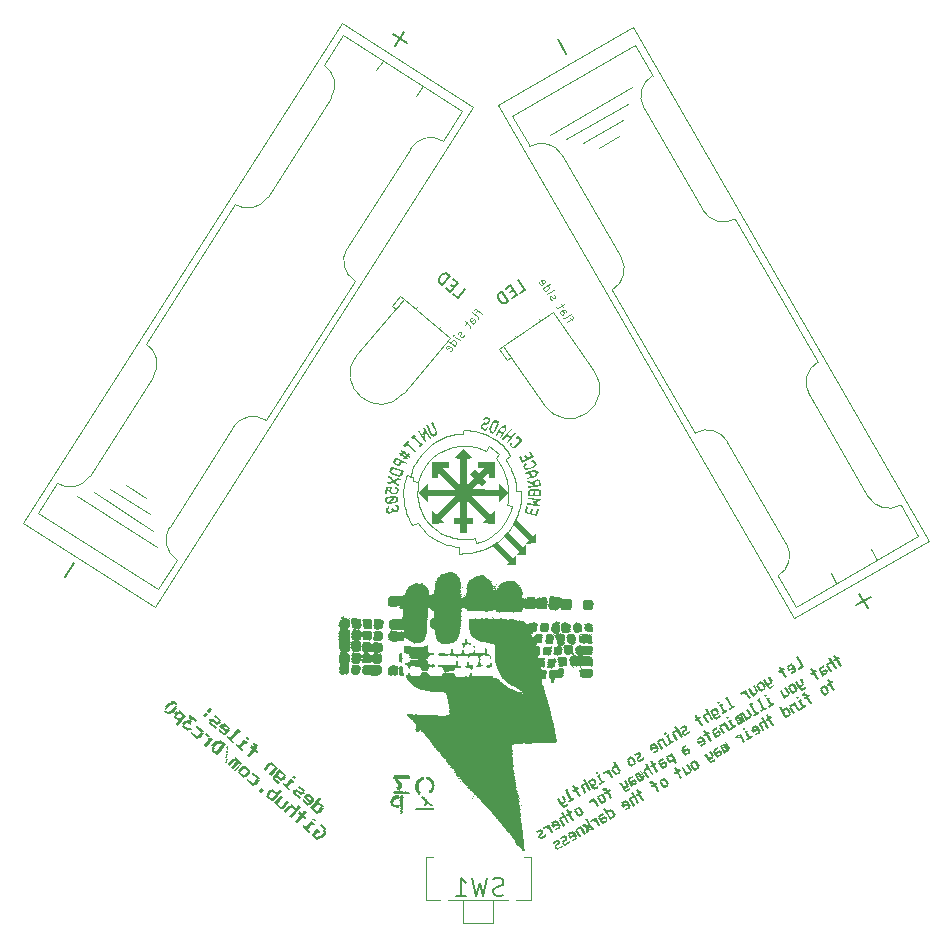
<source format=gbr>
%TF.GenerationSoftware,KiCad,Pcbnew,7.0.2-0*%
%TF.CreationDate,2023-07-13T00:13:30-07:00*%
%TF.ProjectId,GlowArtPCBv3,476c6f77-4172-4745-9043-4276332e6b69,rev?*%
%TF.SameCoordinates,Original*%
%TF.FileFunction,Legend,Bot*%
%TF.FilePolarity,Positive*%
%FSLAX46Y46*%
G04 Gerber Fmt 4.6, Leading zero omitted, Abs format (unit mm)*
G04 Created by KiCad (PCBNEW 7.0.2-0) date 2023-07-13 00:13:30*
%MOMM*%
%LPD*%
G01*
G04 APERTURE LIST*
%ADD10C,0.000000*%
%ADD11C,0.088610*%
%ADD12C,0.114300*%
%ADD13C,0.127000*%
%ADD14C,0.150000*%
%ADD15C,0.100000*%
%ADD16C,0.120000*%
G04 APERTURE END LIST*
D10*
G36*
X95592859Y-88301214D02*
G01*
X95555819Y-88549921D01*
X95437572Y-88634567D01*
X95169940Y-88820789D01*
X95020935Y-88920248D01*
X94883580Y-89007010D01*
X94824376Y-89041662D01*
X94774208Y-89068378D01*
X94735120Y-89085572D01*
X94720368Y-89090102D01*
X94709152Y-89091656D01*
X94683924Y-89088427D01*
X94646829Y-89079219D01*
X94599561Y-89064749D01*
X94543818Y-89045736D01*
X94413693Y-88996953D01*
X94270027Y-88938611D01*
X94126391Y-88876456D01*
X93996359Y-88816231D01*
X93893503Y-88763680D01*
X93856508Y-88742077D01*
X93831397Y-88724547D01*
X93822191Y-88716438D01*
X93813173Y-88707412D01*
X93804338Y-88697533D01*
X93795678Y-88686868D01*
X93778865Y-88663448D01*
X93762688Y-88637679D01*
X93747100Y-88610093D01*
X93732054Y-88581219D01*
X93703405Y-88521728D01*
X93676368Y-88463446D01*
X93650571Y-88410613D01*
X93638021Y-88387565D01*
X93625642Y-88367469D01*
X93613387Y-88350856D01*
X93607291Y-88344021D01*
X93601209Y-88338255D01*
X93567068Y-88311710D01*
X93516222Y-88275716D01*
X93453113Y-88233227D01*
X93382184Y-88187195D01*
X93307874Y-88140573D01*
X93234627Y-88096316D01*
X93166883Y-88057377D01*
X93109084Y-88026708D01*
X93095430Y-88018625D01*
X93080228Y-88007302D01*
X93045699Y-87975854D01*
X93006537Y-87934201D01*
X92963780Y-87884174D01*
X92918470Y-87827609D01*
X92871645Y-87766340D01*
X92777611Y-87637026D01*
X92689994Y-87510906D01*
X92617114Y-87402653D01*
X92548829Y-87298442D01*
X93872737Y-87404110D01*
X94794645Y-87482059D01*
X95106802Y-87511522D01*
X95238318Y-87528630D01*
X95243563Y-87531646D01*
X95248871Y-87535922D01*
X95254226Y-87541369D01*
X95259614Y-87547897D01*
X95270426Y-87563846D01*
X95281189Y-87583056D01*
X95291780Y-87604816D01*
X95302081Y-87628415D01*
X95311972Y-87653142D01*
X95321331Y-87678285D01*
X95337976Y-87726978D01*
X95351055Y-87768802D01*
X95362672Y-87809089D01*
X95363318Y-87811550D01*
X95365607Y-87818360D01*
X95367533Y-87823126D01*
X95370067Y-87828658D01*
X95373275Y-87834846D01*
X95377224Y-87841583D01*
X95381979Y-87848762D01*
X95387605Y-87856276D01*
X95394170Y-87864016D01*
X95401739Y-87871876D01*
X95405920Y-87875817D01*
X95410377Y-87879747D01*
X95415118Y-87883653D01*
X95420151Y-87887522D01*
X95425485Y-87891340D01*
X95431127Y-87895094D01*
X95437086Y-87898770D01*
X95443370Y-87902355D01*
X95449479Y-87906053D01*
X95454938Y-87910083D01*
X95459790Y-87914450D01*
X95464078Y-87919160D01*
X95467845Y-87924219D01*
X95471134Y-87929632D01*
X95476453Y-87941546D01*
X95480381Y-87954948D01*
X95483263Y-87969885D01*
X95487275Y-88004550D01*
X95491255Y-88045912D01*
X95494098Y-88069220D01*
X95497972Y-88094343D01*
X95503221Y-88121326D01*
X95510192Y-88150216D01*
X95519230Y-88181059D01*
X95530683Y-88213902D01*
X95548574Y-88259543D01*
X95552651Y-88268213D01*
X95553726Y-88269712D01*
X95554257Y-88269589D01*
X95553977Y-88265275D01*
X95552391Y-88256877D01*
X95547633Y-88234242D01*
X95544642Y-88214523D01*
X95545265Y-88209767D01*
X95546361Y-88209367D01*
X95548077Y-88210554D01*
X95553660Y-88218487D01*
X95562597Y-88235172D01*
X95575469Y-88262213D01*
X95592859Y-88301214D01*
G37*
G36*
X84591316Y-91061942D02*
G01*
X84613872Y-91076933D01*
X84649084Y-91106015D01*
X84694300Y-91146589D01*
X84746865Y-91196055D01*
X84863427Y-91311263D01*
X84977541Y-91430844D01*
X85027044Y-91485774D01*
X85067973Y-91533999D01*
X85097674Y-91572918D01*
X85107485Y-91588075D01*
X85113494Y-91599932D01*
X85115368Y-91608162D01*
X85112777Y-91612440D01*
X85105389Y-91612443D01*
X85092871Y-91607845D01*
X85078310Y-91602021D01*
X85064958Y-91598468D01*
X85052734Y-91597043D01*
X85041558Y-91597602D01*
X85031346Y-91600001D01*
X85022019Y-91604097D01*
X85013495Y-91609747D01*
X85005693Y-91616806D01*
X84998531Y-91625132D01*
X84991928Y-91634581D01*
X84985803Y-91645009D01*
X84980075Y-91656273D01*
X84969484Y-91680734D01*
X84959504Y-91706816D01*
X84949485Y-91733371D01*
X84938778Y-91759251D01*
X84926731Y-91783307D01*
X84920003Y-91794292D01*
X84912695Y-91804391D01*
X84904728Y-91813460D01*
X84896020Y-91821356D01*
X84886490Y-91827934D01*
X84876055Y-91833052D01*
X84864636Y-91836566D01*
X84852151Y-91838333D01*
X84838518Y-91838208D01*
X84823657Y-91836049D01*
X84790205Y-91827722D01*
X84760647Y-91817559D01*
X84734761Y-91805646D01*
X84712329Y-91792068D01*
X84693130Y-91776911D01*
X84676946Y-91760261D01*
X84663556Y-91742203D01*
X84652742Y-91722825D01*
X84644283Y-91702211D01*
X84637960Y-91680448D01*
X84633553Y-91657621D01*
X84630843Y-91633816D01*
X84629610Y-91609120D01*
X84629634Y-91583617D01*
X84632578Y-91530537D01*
X84643894Y-91418483D01*
X84648753Y-91360883D01*
X84650737Y-91303150D01*
X84650102Y-91274449D01*
X84648089Y-91245972D01*
X84644480Y-91217805D01*
X84639054Y-91190035D01*
X84631592Y-91162746D01*
X84621874Y-91136025D01*
X84609680Y-91109959D01*
X84594792Y-91084631D01*
X84594793Y-91084631D01*
X84587021Y-91071563D01*
X84584072Y-91063641D01*
X84585614Y-91060543D01*
X84591316Y-91061942D01*
G37*
G36*
X96524805Y-87211539D02*
G01*
X96528929Y-87213906D01*
X96529083Y-87217338D01*
X96524961Y-87221902D01*
X96516256Y-87227667D01*
X96516256Y-87227668D01*
X96493204Y-87242114D01*
X96473037Y-87257251D01*
X96455567Y-87273003D01*
X96440603Y-87289299D01*
X96427957Y-87306064D01*
X96417440Y-87323225D01*
X96408865Y-87340708D01*
X96402040Y-87358441D01*
X96396779Y-87376348D01*
X96392892Y-87394358D01*
X96390190Y-87412396D01*
X96388484Y-87430388D01*
X96387307Y-87465944D01*
X96387850Y-87500437D01*
X96388602Y-87533279D01*
X96388053Y-87563881D01*
X96386818Y-87578159D01*
X96384692Y-87591657D01*
X96381485Y-87604300D01*
X96377008Y-87616016D01*
X96371074Y-87626732D01*
X96363492Y-87636373D01*
X96354074Y-87644866D01*
X96342632Y-87652137D01*
X96328976Y-87658114D01*
X96312918Y-87662722D01*
X96294268Y-87665888D01*
X96272839Y-87667538D01*
X96251076Y-87667302D01*
X96231471Y-87664950D01*
X96213902Y-87660622D01*
X96198249Y-87654457D01*
X96184391Y-87646597D01*
X96172206Y-87637181D01*
X96161573Y-87626348D01*
X96152371Y-87614239D01*
X96144479Y-87600993D01*
X96137776Y-87586751D01*
X96132141Y-87571652D01*
X96127453Y-87555836D01*
X96123590Y-87539443D01*
X96120431Y-87522612D01*
X96115743Y-87488200D01*
X96109490Y-87420286D01*
X96105987Y-87389022D01*
X96100942Y-87361045D01*
X96097539Y-87348639D01*
X96093386Y-87337475D01*
X96088363Y-87327693D01*
X96082349Y-87319431D01*
X96075223Y-87312831D01*
X96066863Y-87308032D01*
X96057149Y-87305174D01*
X96045959Y-87304397D01*
X96031503Y-87303332D01*
X96030925Y-87301636D01*
X96034370Y-87299255D01*
X96052101Y-87292705D01*
X96082236Y-87284222D01*
X96169881Y-87263608D01*
X96277634Y-87241723D01*
X96385822Y-87222877D01*
X96474770Y-87211379D01*
X96505881Y-87209732D01*
X96524805Y-87211539D01*
G37*
G36*
X83279507Y-98008780D02*
G01*
X83280556Y-98010773D01*
X83281605Y-98012782D01*
X83282623Y-98014815D01*
X83283580Y-98016878D01*
X83284025Y-98017924D01*
X83284443Y-98018980D01*
X83284830Y-98020048D01*
X83285182Y-98021128D01*
X83285495Y-98022223D01*
X83285766Y-98023331D01*
X83285813Y-98023519D01*
X83285830Y-98023711D01*
X83285819Y-98023906D01*
X83285782Y-98024105D01*
X83285719Y-98024307D01*
X83285632Y-98024512D01*
X83285524Y-98024721D01*
X83285394Y-98024933D01*
X83285078Y-98025364D01*
X83284696Y-98025807D01*
X83284260Y-98026259D01*
X83283782Y-98026720D01*
X83281673Y-98028632D01*
X83281156Y-98029122D01*
X83280666Y-98029615D01*
X83280214Y-98030110D01*
X83279813Y-98030606D01*
X83278795Y-98028620D01*
X83277746Y-98026627D01*
X83276697Y-98024618D01*
X83275679Y-98022586D01*
X83274723Y-98020522D01*
X83274278Y-98019477D01*
X83273860Y-98018420D01*
X83273473Y-98017352D01*
X83273121Y-98016272D01*
X83272808Y-98015178D01*
X83272537Y-98014069D01*
X83272496Y-98013934D01*
X83272495Y-98013777D01*
X83272531Y-98013600D01*
X83272602Y-98013405D01*
X83272706Y-98013193D01*
X83272840Y-98012967D01*
X83273002Y-98012728D01*
X83273188Y-98012477D01*
X83273624Y-98011948D01*
X83274129Y-98011394D01*
X83274683Y-98010829D01*
X83275265Y-98010265D01*
X83276432Y-98009198D01*
X83277466Y-98008302D01*
X83278490Y-98007454D01*
X83278490Y-98006794D01*
X83279507Y-98008780D01*
G37*
G36*
X83156122Y-97455136D02*
G01*
X83156122Y-97455798D01*
X83154726Y-97456304D01*
X83153393Y-97456834D01*
X83152123Y-97457390D01*
X83151963Y-97457468D01*
X83152814Y-97452490D01*
X83156122Y-97455136D01*
G37*
G36*
X83144216Y-97502760D02*
G01*
X83143509Y-97499731D01*
X83142874Y-97496841D01*
X83142313Y-97494087D01*
X83141824Y-97491464D01*
X83141408Y-97488970D01*
X83141063Y-97486599D01*
X83140790Y-97484349D01*
X83140588Y-97482214D01*
X83140456Y-97480193D01*
X83140395Y-97478279D01*
X83140404Y-97476471D01*
X83140483Y-97474763D01*
X83140631Y-97473152D01*
X83140847Y-97471634D01*
X83141133Y-97470205D01*
X83141486Y-97468861D01*
X83141908Y-97467599D01*
X83142397Y-97466414D01*
X83142953Y-97465303D01*
X83143575Y-97464262D01*
X83144264Y-97463287D01*
X83145019Y-97462373D01*
X83145840Y-97461518D01*
X83146726Y-97460717D01*
X83147677Y-97459966D01*
X83148693Y-97459262D01*
X83149773Y-97458601D01*
X83150916Y-97457978D01*
X83151963Y-97457468D01*
X83144216Y-97502760D01*
G37*
G36*
X83117694Y-97530184D02*
G01*
X83118173Y-97530261D01*
X83118635Y-97530380D01*
X83119079Y-97530543D01*
X83119447Y-97530752D01*
X83119807Y-97531005D01*
X83120159Y-97531301D01*
X83120503Y-97531636D01*
X83121163Y-97532418D01*
X83121787Y-97533334D01*
X83122372Y-97534366D01*
X83122916Y-97535496D01*
X83123418Y-97536708D01*
X83123875Y-97537984D01*
X83124285Y-97539307D01*
X83124647Y-97540658D01*
X83124959Y-97542021D01*
X83125218Y-97543379D01*
X83125423Y-97544713D01*
X83125572Y-97546006D01*
X83125663Y-97547242D01*
X83125694Y-97548401D01*
X83125658Y-97548657D01*
X83125552Y-97548926D01*
X83125381Y-97549207D01*
X83125149Y-97549499D01*
X83124859Y-97549798D01*
X83124517Y-97550104D01*
X83123689Y-97550728D01*
X83122698Y-97551355D01*
X83121578Y-97551972D01*
X83120361Y-97552563D01*
X83119079Y-97553115D01*
X83117767Y-97553613D01*
X83116457Y-97554041D01*
X83115181Y-97554387D01*
X83113974Y-97554634D01*
X83112867Y-97554769D01*
X83112362Y-97554790D01*
X83111894Y-97554777D01*
X83111468Y-97554729D01*
X83111088Y-97554644D01*
X83110757Y-97554519D01*
X83110481Y-97554354D01*
X83109994Y-97553971D01*
X83109526Y-97553565D01*
X83108642Y-97552692D01*
X83107822Y-97551743D01*
X83107059Y-97550727D01*
X83106347Y-97549653D01*
X83105678Y-97548530D01*
X83105046Y-97547366D01*
X83104444Y-97546169D01*
X83103304Y-97543716D01*
X83102202Y-97541239D01*
X83101084Y-97538809D01*
X83100503Y-97537634D01*
X83099897Y-97536496D01*
X83100557Y-97536496D01*
X83101695Y-97536080D01*
X83102872Y-97535589D01*
X83104080Y-97535040D01*
X83105311Y-97534450D01*
X83107812Y-97533217D01*
X83110314Y-97532031D01*
X83111545Y-97531500D01*
X83112753Y-97531032D01*
X83113930Y-97530645D01*
X83115068Y-97530357D01*
X83115621Y-97530256D01*
X83116160Y-97530186D01*
X83116686Y-97530149D01*
X83117198Y-97530148D01*
X83117694Y-97530184D01*
G37*
G36*
X81064590Y-85156864D02*
G01*
X81063921Y-85156373D01*
X81060176Y-85153331D01*
X81056665Y-85150159D01*
X81053386Y-85146855D01*
X81050339Y-85143415D01*
X81047526Y-85139836D01*
X81044944Y-85136116D01*
X81042596Y-85132251D01*
X81040479Y-85128239D01*
X81038596Y-85124077D01*
X81036945Y-85119762D01*
X81035527Y-85115291D01*
X81034341Y-85110661D01*
X81033387Y-85105869D01*
X81032667Y-85100912D01*
X81032178Y-85095788D01*
X81064590Y-85095788D01*
X81064590Y-85156864D01*
G37*
G36*
X81067897Y-85159288D02*
G01*
X81064592Y-85161934D01*
X81064590Y-85161934D01*
X81064590Y-85156864D01*
X81067897Y-85159288D01*
G37*
G36*
X83427980Y-83184835D02*
G01*
X83425762Y-83186080D01*
X83424326Y-83186924D01*
X83424673Y-83182189D01*
X83427980Y-83184835D01*
G37*
G36*
X83424053Y-83190653D02*
G01*
X83423185Y-83199800D01*
X83420703Y-83223861D01*
X83419294Y-83221498D01*
X83418038Y-83219244D01*
X83416932Y-83217095D01*
X83415970Y-83215049D01*
X83415147Y-83213100D01*
X83414460Y-83211247D01*
X83413902Y-83209484D01*
X83413469Y-83207810D01*
X83413156Y-83206220D01*
X83412959Y-83204711D01*
X83412872Y-83203279D01*
X83412890Y-83201920D01*
X83413010Y-83200632D01*
X83413225Y-83199411D01*
X83413531Y-83198253D01*
X83413924Y-83197154D01*
X83414398Y-83196112D01*
X83414948Y-83195123D01*
X83415571Y-83194182D01*
X83416260Y-83193288D01*
X83417011Y-83192435D01*
X83417819Y-83191621D01*
X83418680Y-83190843D01*
X83419588Y-83190096D01*
X83421527Y-83188682D01*
X83423598Y-83187353D01*
X83424326Y-83186924D01*
X83424053Y-83190653D01*
G37*
G36*
X83200035Y-83193441D02*
G01*
X83200310Y-83193463D01*
X83200907Y-83193547D01*
X83201554Y-83193678D01*
X83202238Y-83193847D01*
X83202945Y-83194047D01*
X83203662Y-83194271D01*
X83204375Y-83194510D01*
X83205070Y-83194757D01*
X83206354Y-83195242D01*
X83207406Y-83195666D01*
X83208377Y-83196080D01*
X83201763Y-83200710D01*
X83201101Y-83200710D01*
X83192501Y-83198064D01*
X83192989Y-83197685D01*
X83193464Y-83197295D01*
X83194382Y-83196503D01*
X83195268Y-83195727D01*
X83195704Y-83195357D01*
X83196139Y-83195005D01*
X83196573Y-83194676D01*
X83197010Y-83194376D01*
X83197450Y-83194108D01*
X83197672Y-83193988D01*
X83197896Y-83193878D01*
X83198122Y-83193779D01*
X83198350Y-83193691D01*
X83198580Y-83193615D01*
X83198813Y-83193551D01*
X83199049Y-83193501D01*
X83199288Y-83193464D01*
X83199531Y-83193441D01*
X83199777Y-83193434D01*
X83200035Y-83193441D01*
G37*
G36*
X82941505Y-83203148D02*
G01*
X82942881Y-83203479D01*
X82945716Y-83204193D01*
X82948953Y-83205047D01*
X82952392Y-83206002D01*
X82949747Y-83209310D01*
X82949747Y-83209309D01*
X82941470Y-83203269D01*
X82939605Y-83202792D01*
X82938812Y-83202560D01*
X82938810Y-83202550D01*
X82938881Y-83202558D01*
X82939228Y-83202624D01*
X82940651Y-83202943D01*
X82941204Y-83203076D01*
X82940568Y-83202612D01*
X82939494Y-83201809D01*
X82939235Y-83201589D01*
X82941505Y-83203148D01*
G37*
G36*
X82952392Y-83206002D02*
G01*
X82954103Y-83208013D01*
X82954875Y-83208956D01*
X82952282Y-83208841D01*
X82949745Y-83208647D01*
X82952390Y-83205339D01*
X82952392Y-83206002D01*
G37*
G36*
X82954913Y-83208957D02*
G01*
X82960329Y-83209143D01*
X82963052Y-83209306D01*
X82964404Y-83209425D01*
X82965745Y-83209577D01*
X82967070Y-83209768D01*
X82968375Y-83210004D01*
X82969657Y-83210289D01*
X82970912Y-83210631D01*
X82971215Y-83210712D01*
X82971503Y-83210831D01*
X82971776Y-83210984D01*
X82972036Y-83211171D01*
X82972284Y-83211391D01*
X82972520Y-83211640D01*
X82972745Y-83211918D01*
X82972959Y-83212223D01*
X82973359Y-83212907D01*
X82973726Y-83213678D01*
X82974066Y-83214522D01*
X82974385Y-83215427D01*
X82974982Y-83217362D01*
X82975563Y-83219375D01*
X82976176Y-83221357D01*
X82976508Y-83222302D01*
X82976865Y-83223199D01*
X82975571Y-83223224D01*
X82974199Y-83223272D01*
X82972796Y-83223304D01*
X82972097Y-83223302D01*
X82971409Y-83223282D01*
X82970735Y-83223239D01*
X82970083Y-83223167D01*
X82969458Y-83223063D01*
X82968866Y-83222920D01*
X82968584Y-83222833D01*
X82968313Y-83222735D01*
X82968052Y-83222625D01*
X82967804Y-83222503D01*
X82967568Y-83222368D01*
X82967346Y-83222218D01*
X82967137Y-83222055D01*
X82966943Y-83221877D01*
X82965850Y-83220993D01*
X82964799Y-83220082D01*
X82963787Y-83219146D01*
X82962809Y-83218187D01*
X82961863Y-83217209D01*
X82960944Y-83216214D01*
X82959172Y-83214187D01*
X82957462Y-83212129D01*
X82955782Y-83210064D01*
X82954875Y-83208956D01*
X82954913Y-83208957D01*
G37*
G36*
X83514066Y-83260526D02*
G01*
X83515566Y-83260660D01*
X83517142Y-83260898D01*
X83518796Y-83261243D01*
X83520531Y-83261698D01*
X83522348Y-83262264D01*
X83524251Y-83262946D01*
X83526242Y-83263746D01*
X83528323Y-83264666D01*
X83530498Y-83265710D01*
X83535137Y-83268178D01*
X83521731Y-83269936D01*
X83510745Y-83271321D01*
X83496940Y-83272975D01*
X83497615Y-83271443D01*
X83498865Y-83269087D01*
X83500254Y-83266969D01*
X83501007Y-83266006D01*
X83501802Y-83265110D01*
X83502642Y-83264286D01*
X83503529Y-83263534D01*
X83504467Y-83262858D01*
X83505456Y-83262262D01*
X83506501Y-83261746D01*
X83507603Y-83261316D01*
X83508765Y-83260972D01*
X83509990Y-83260719D01*
X83511280Y-83260558D01*
X83512638Y-83260493D01*
X83514066Y-83260526D01*
G37*
G36*
X83496483Y-83274014D02*
G01*
X83495449Y-83276777D01*
X83492803Y-83273470D01*
X83496940Y-83272975D01*
X83496483Y-83274014D01*
G37*
G36*
X83321870Y-83330957D02*
G01*
X83320291Y-83332761D01*
X83318733Y-83334444D01*
X83317194Y-83336005D01*
X83315674Y-83337445D01*
X83314171Y-83338763D01*
X83312685Y-83339959D01*
X83311213Y-83341032D01*
X83309754Y-83341982D01*
X83308308Y-83342809D01*
X83306873Y-83343511D01*
X83305448Y-83344090D01*
X83304032Y-83344544D01*
X83302623Y-83344874D01*
X83301220Y-83345078D01*
X83299823Y-83345156D01*
X83298429Y-83345108D01*
X83297038Y-83344935D01*
X83295649Y-83344634D01*
X83294260Y-83344206D01*
X83292870Y-83343651D01*
X83291477Y-83342969D01*
X83290082Y-83342158D01*
X83288681Y-83341218D01*
X83287275Y-83340150D01*
X83285862Y-83338952D01*
X83284441Y-83337625D01*
X83283010Y-83336168D01*
X83281568Y-83334581D01*
X83280115Y-83332863D01*
X83278648Y-83331013D01*
X83277168Y-83329033D01*
X83323471Y-83329033D01*
X83321870Y-83330957D01*
G37*
G36*
X83025077Y-83247504D02*
G01*
X83027065Y-83247655D01*
X83029170Y-83247950D01*
X83031397Y-83248395D01*
X83033750Y-83248997D01*
X83033559Y-83251612D01*
X83033239Y-83254010D01*
X83032795Y-83256198D01*
X83032234Y-83258188D01*
X83031561Y-83259990D01*
X83030783Y-83261613D01*
X83029905Y-83263068D01*
X83028934Y-83264365D01*
X83027876Y-83265513D01*
X83026737Y-83266524D01*
X83025523Y-83267406D01*
X83024240Y-83268170D01*
X83022893Y-83268826D01*
X83021490Y-83269384D01*
X83020036Y-83269854D01*
X83018537Y-83270246D01*
X83015429Y-83270837D01*
X83012214Y-83271237D01*
X83005659Y-83271786D01*
X83002416Y-83272096D01*
X82999259Y-83272536D01*
X82998793Y-83272637D01*
X82999521Y-83271107D01*
X83002217Y-83265275D01*
X83003621Y-83262421D01*
X83005115Y-83259674D01*
X83006739Y-83257085D01*
X83007612Y-83255864D01*
X83008532Y-83254702D01*
X83009505Y-83253603D01*
X83010535Y-83252574D01*
X83011627Y-83251622D01*
X83012786Y-83250752D01*
X83014018Y-83249971D01*
X83015327Y-83249285D01*
X83016717Y-83248700D01*
X83018195Y-83248221D01*
X83019765Y-83247857D01*
X83021432Y-83247612D01*
X83023201Y-83247492D01*
X83025077Y-83247504D01*
G37*
G36*
X82993885Y-83273954D02*
G01*
X82993402Y-83274132D01*
X82993402Y-83273470D01*
X82993885Y-83273954D01*
G37*
G36*
X82998150Y-83273988D02*
G01*
X82996709Y-83276778D01*
X82993885Y-83273954D01*
X82994794Y-83273618D01*
X82996239Y-83273188D01*
X82998793Y-83272637D01*
X82998150Y-83273988D01*
G37*
G36*
X83557792Y-83200483D02*
G01*
X83563414Y-83205837D01*
X83568788Y-83210942D01*
X83571460Y-83213441D01*
X83574163Y-83215924D01*
X83570967Y-83216638D01*
X83567852Y-83217266D01*
X83564851Y-83217768D01*
X83561998Y-83218104D01*
X83559327Y-83218235D01*
X83558071Y-83218211D01*
X83556873Y-83218121D01*
X83555737Y-83217960D01*
X83554668Y-83217722D01*
X83553671Y-83217403D01*
X83552748Y-83216998D01*
X83551905Y-83216503D01*
X83551145Y-83215911D01*
X83550474Y-83215218D01*
X83549894Y-83214419D01*
X83549411Y-83213509D01*
X83549029Y-83212483D01*
X83548751Y-83211336D01*
X83548583Y-83210064D01*
X83548528Y-83208660D01*
X83548591Y-83207121D01*
X83548775Y-83205441D01*
X83549086Y-83203616D01*
X83549526Y-83201639D01*
X83550102Y-83199507D01*
X83550816Y-83197215D01*
X83551673Y-83194757D01*
X83557792Y-83200483D01*
G37*
G36*
X83425334Y-83182189D02*
G01*
X83428803Y-83182944D01*
X83427980Y-83184834D01*
X83424673Y-83182188D01*
X83425334Y-83182189D01*
G37*
G36*
X83458327Y-83163412D02*
G01*
X83459978Y-83163534D01*
X83463324Y-83163995D01*
X83466722Y-83164731D01*
X83470158Y-83165730D01*
X83473621Y-83166975D01*
X83474168Y-83167194D01*
X83474692Y-83167476D01*
X83475197Y-83167821D01*
X83475683Y-83168225D01*
X83476603Y-83169203D01*
X83477466Y-83170396D01*
X83478281Y-83171787D01*
X83479063Y-83173359D01*
X83479820Y-83175095D01*
X83480566Y-83176980D01*
X83483667Y-83185672D01*
X83485450Y-83190479D01*
X83486440Y-83192940D01*
X83487512Y-83195418D01*
X83453446Y-83188308D01*
X83428803Y-83182944D01*
X83428873Y-83182784D01*
X83429815Y-83180848D01*
X83430805Y-83179024D01*
X83431840Y-83177312D01*
X83432920Y-83175708D01*
X83434043Y-83174212D01*
X83435208Y-83172821D01*
X83436413Y-83171533D01*
X83437657Y-83170347D01*
X83438938Y-83169262D01*
X83440255Y-83168274D01*
X83441607Y-83167382D01*
X83442991Y-83166585D01*
X83444407Y-83165881D01*
X83445853Y-83165267D01*
X83447327Y-83164743D01*
X83448829Y-83164306D01*
X83450356Y-83163954D01*
X83451907Y-83163685D01*
X83453482Y-83163499D01*
X83455077Y-83163392D01*
X83456693Y-83163364D01*
X83458327Y-83163412D01*
G37*
G36*
X83305487Y-83212376D02*
G01*
X83308917Y-83212616D01*
X83312268Y-83213040D01*
X83315601Y-83213588D01*
X83318881Y-83214291D01*
X83322075Y-83215180D01*
X83325148Y-83216285D01*
X83326630Y-83216929D01*
X83328068Y-83217639D01*
X83329460Y-83218419D01*
X83330800Y-83219272D01*
X83332084Y-83220203D01*
X83333309Y-83221215D01*
X83334470Y-83222313D01*
X83335563Y-83223499D01*
X83336584Y-83224779D01*
X83337527Y-83226156D01*
X83338390Y-83227633D01*
X83339168Y-83229215D01*
X83339856Y-83230905D01*
X83340451Y-83232708D01*
X83340948Y-83234627D01*
X83341342Y-83236666D01*
X83341631Y-83238830D01*
X83341809Y-83241121D01*
X83341871Y-83243544D01*
X83341815Y-83246102D01*
X83341636Y-83248801D01*
X83341329Y-83251642D01*
X83328317Y-83253038D01*
X83315119Y-83254371D01*
X83301797Y-83255828D01*
X83295109Y-83256661D01*
X83288413Y-83257595D01*
X83286807Y-83257892D01*
X83285209Y-83258279D01*
X83282036Y-83259284D01*
X83278879Y-83260527D01*
X83275721Y-83261926D01*
X83269344Y-83264862D01*
X83266093Y-83266235D01*
X83262781Y-83267435D01*
X83259391Y-83268378D01*
X83257662Y-83268728D01*
X83255908Y-83268984D01*
X83254126Y-83269134D01*
X83252316Y-83269169D01*
X83250475Y-83269078D01*
X83248601Y-83268851D01*
X83246692Y-83268477D01*
X83244746Y-83267947D01*
X83242761Y-83267251D01*
X83240736Y-83266377D01*
X83238668Y-83265315D01*
X83236555Y-83264056D01*
X83234396Y-83262589D01*
X83232189Y-83260903D01*
X83232189Y-83260241D01*
X83235478Y-83254656D01*
X83238904Y-83249324D01*
X83242482Y-83244264D01*
X83246224Y-83239499D01*
X83250145Y-83235047D01*
X83254258Y-83230929D01*
X83258575Y-83227166D01*
X83263112Y-83223779D01*
X83267882Y-83220786D01*
X83270358Y-83219444D01*
X83272897Y-83218209D01*
X83275501Y-83217083D01*
X83278172Y-83216068D01*
X83280911Y-83215168D01*
X83283721Y-83214384D01*
X83286601Y-83213719D01*
X83289556Y-83213176D01*
X83292585Y-83212757D01*
X83295691Y-83212465D01*
X83298876Y-83212303D01*
X83302141Y-83212272D01*
X83305487Y-83212376D01*
G37*
G36*
X92736876Y-100839835D02*
G01*
X92737084Y-100839879D01*
X92737305Y-100839952D01*
X92737537Y-100840052D01*
X92737779Y-100840177D01*
X92738030Y-100840325D01*
X92738553Y-100840687D01*
X92739096Y-100841127D01*
X92739648Y-100841633D01*
X92740197Y-100842193D01*
X92740734Y-100842796D01*
X92741248Y-100843429D01*
X92741727Y-100844082D01*
X92742163Y-100844743D01*
X92742543Y-100845400D01*
X92742857Y-100846041D01*
X92742986Y-100846352D01*
X92743094Y-100846655D01*
X92743181Y-100846949D01*
X92743245Y-100847231D01*
X92743284Y-100847500D01*
X92743297Y-100847756D01*
X92743284Y-100848009D01*
X92743245Y-100848274D01*
X92743181Y-100848547D01*
X92743094Y-100848828D01*
X92742986Y-100849116D01*
X92742857Y-100849410D01*
X92742709Y-100849707D01*
X92742543Y-100850009D01*
X92742163Y-100850615D01*
X92741727Y-100851220D01*
X92741248Y-100851813D01*
X92740734Y-100852385D01*
X92740197Y-100852926D01*
X92739648Y-100853426D01*
X92739096Y-100853876D01*
X92738553Y-100854266D01*
X92738030Y-100854586D01*
X92737779Y-100854717D01*
X92737537Y-100854826D01*
X92737305Y-100854914D01*
X92737084Y-100854978D01*
X92736876Y-100855017D01*
X92736683Y-100855030D01*
X92735450Y-100854760D01*
X92734232Y-100854447D01*
X92733027Y-100854095D01*
X92731836Y-100853708D01*
X92730655Y-100853291D01*
X92729485Y-100852846D01*
X92727174Y-100851890D01*
X92724894Y-100850872D01*
X92722637Y-100849823D01*
X92720396Y-100848774D01*
X92718162Y-100847756D01*
X92717500Y-100847756D01*
X92722358Y-100845307D01*
X92724732Y-100844141D01*
X92727092Y-100843044D01*
X92729451Y-100842040D01*
X92730635Y-100841580D01*
X92731825Y-100841152D01*
X92733023Y-100840759D01*
X92734231Y-100840404D01*
X92735450Y-100840090D01*
X92736683Y-100839819D01*
X92736876Y-100839835D01*
G37*
G36*
X93736808Y-100094355D02*
G01*
X93734162Y-100084433D01*
X93740115Y-100084433D01*
X93736808Y-100094355D01*
G37*
G36*
X91595667Y-99247027D02*
G01*
X91593928Y-99248466D01*
X91591984Y-99249830D01*
X91591116Y-99250374D01*
X91592360Y-99244379D01*
X91595667Y-99247027D01*
G37*
G36*
X91585083Y-99279437D02*
G01*
X91583460Y-99277504D01*
X91582056Y-99275672D01*
X91580862Y-99273936D01*
X91579868Y-99272293D01*
X91579066Y-99270738D01*
X91578446Y-99269267D01*
X91577999Y-99267875D01*
X91577715Y-99266560D01*
X91577585Y-99265316D01*
X91577600Y-99264140D01*
X91577750Y-99263027D01*
X91578026Y-99261974D01*
X91578419Y-99260976D01*
X91578920Y-99260029D01*
X91579518Y-99259129D01*
X91580206Y-99258271D01*
X91580972Y-99257453D01*
X91581809Y-99256669D01*
X91583656Y-99255189D01*
X91585672Y-99253798D01*
X91587781Y-99252463D01*
X91591116Y-99250374D01*
X91585083Y-99279437D01*
G37*
G36*
X93740777Y-99102829D02*
G01*
X93740703Y-99102830D01*
X93740777Y-99102168D01*
X93740777Y-99102829D01*
G37*
G36*
X93740291Y-99106529D02*
G01*
X93739867Y-99110767D01*
X93739698Y-99112878D01*
X93739567Y-99115005D01*
X93739483Y-99117162D01*
X93739454Y-99119366D01*
X93739075Y-99118878D01*
X93738684Y-99118402D01*
X93738285Y-99117939D01*
X93737883Y-99117485D01*
X93737082Y-99116599D01*
X93736312Y-99115729D01*
X93735948Y-99115294D01*
X93735604Y-99114858D01*
X93735283Y-99114417D01*
X93734989Y-99113971D01*
X93734726Y-99113517D01*
X93734607Y-99113287D01*
X93734498Y-99113054D01*
X93734398Y-99112818D01*
X93734309Y-99112578D01*
X93734230Y-99112336D01*
X93734162Y-99112090D01*
X93734053Y-99111586D01*
X93733975Y-99111069D01*
X93733925Y-99110540D01*
X93733903Y-99110002D01*
X93733909Y-99109456D01*
X93733941Y-99108904D01*
X93733998Y-99108348D01*
X93734079Y-99107790D01*
X93734184Y-99107233D01*
X93734310Y-99106677D01*
X93734458Y-99106125D01*
X93734627Y-99105579D01*
X93734815Y-99105040D01*
X93735021Y-99104512D01*
X93735244Y-99103995D01*
X93735485Y-99103491D01*
X93735500Y-99103431D01*
X93735544Y-99103375D01*
X93735615Y-99103322D01*
X93735712Y-99103273D01*
X93735973Y-99103184D01*
X93736311Y-99103109D01*
X93736712Y-99103044D01*
X93737159Y-99102991D01*
X93738131Y-99102912D01*
X93739102Y-99102864D01*
X93739950Y-99102840D01*
X93740703Y-99102830D01*
X93740291Y-99106529D01*
G37*
G36*
X93673970Y-98880577D02*
G01*
X93673719Y-98881817D01*
X93673453Y-98883048D01*
X93673156Y-98884264D01*
X93672990Y-98884864D01*
X93672812Y-98885457D01*
X93672618Y-98886042D01*
X93672406Y-98886618D01*
X93672175Y-98887185D01*
X93671923Y-98887741D01*
X93671647Y-98888285D01*
X93671347Y-98888817D01*
X93671019Y-98889336D01*
X93670662Y-98889840D01*
X93670583Y-98889892D01*
X93670471Y-98889926D01*
X93670329Y-98889943D01*
X93670159Y-98889944D01*
X93669745Y-98889902D01*
X93669246Y-98889809D01*
X93668681Y-98889673D01*
X93668069Y-98889503D01*
X93666776Y-98889096D01*
X93665514Y-98888658D01*
X93664430Y-98888259D01*
X93663386Y-98887856D01*
X93663386Y-98887852D01*
X93662063Y-98877932D01*
X93673970Y-98880577D01*
G37*
G36*
X93806531Y-98806996D02*
G01*
X93806840Y-98807513D01*
X93807179Y-98808042D01*
X93807543Y-98808581D01*
X93809072Y-98810792D01*
X93809435Y-98811350D01*
X93809775Y-98811906D01*
X93810084Y-98812458D01*
X93810354Y-98813004D01*
X93810577Y-98813543D01*
X93810669Y-98813808D01*
X93810746Y-98814071D01*
X93810808Y-98814332D01*
X93810854Y-98814589D01*
X93810882Y-98814842D01*
X93810891Y-98815092D01*
X93810946Y-98815401D01*
X93810985Y-98815705D01*
X93811010Y-98816006D01*
X93811022Y-98816304D01*
X93811020Y-98816600D01*
X93811006Y-98816892D01*
X93810943Y-98817470D01*
X93810837Y-98818040D01*
X93810694Y-98818604D01*
X93810517Y-98819165D01*
X93810313Y-98819723D01*
X93808246Y-98824353D01*
X93807976Y-98823828D01*
X93807667Y-98823252D01*
X93806964Y-98821997D01*
X93806199Y-98820679D01*
X93805434Y-98819392D01*
X93804153Y-98817284D01*
X93803615Y-98816416D01*
X93802954Y-98815754D01*
X93803194Y-98815251D01*
X93803421Y-98814732D01*
X93803637Y-98814201D01*
X93803843Y-98813656D01*
X93804233Y-98812533D01*
X93804608Y-98811371D01*
X93805372Y-98808963D01*
X93805793Y-98807731D01*
X93806261Y-98806492D01*
X93806531Y-98806996D01*
G37*
G36*
X91075893Y-98744114D02*
G01*
X91075760Y-98744320D01*
X91075761Y-98743658D01*
X91075893Y-98744114D01*
G37*
G36*
X91082114Y-98735568D02*
G01*
X91082567Y-98736103D01*
X91083060Y-98736655D01*
X91083584Y-98737217D01*
X91084678Y-98738347D01*
X91085764Y-98739439D01*
X91086758Y-98740437D01*
X91087193Y-98740885D01*
X91087573Y-98741289D01*
X91087887Y-98741642D01*
X91088125Y-98741939D01*
X91088212Y-98742063D01*
X91088275Y-98742171D01*
X91088315Y-98742261D01*
X91088328Y-98742333D01*
X91087817Y-98743070D01*
X91087278Y-98743794D01*
X91086713Y-98744505D01*
X91086127Y-98745207D01*
X91085521Y-98745902D01*
X91084898Y-98746590D01*
X91083615Y-98747957D01*
X91080980Y-98750706D01*
X91079673Y-98752119D01*
X91079033Y-98752842D01*
X91078406Y-98753579D01*
X91078102Y-98752203D01*
X91077714Y-98750634D01*
X91077279Y-98748987D01*
X91076836Y-98747379D01*
X91075893Y-98744114D01*
X91081713Y-98735058D01*
X91082114Y-98735568D01*
G37*
G36*
X93635565Y-98664154D02*
G01*
X93635831Y-98664168D01*
X93636369Y-98664231D01*
X93636915Y-98664337D01*
X93637467Y-98664481D01*
X93638023Y-98664657D01*
X93638581Y-98664862D01*
X93639139Y-98665090D01*
X93639695Y-98665336D01*
X93640793Y-98665864D01*
X93642880Y-98666928D01*
X93642634Y-98667058D01*
X93642392Y-98667198D01*
X93641917Y-98667507D01*
X93641453Y-98667847D01*
X93640999Y-98668211D01*
X93640553Y-98668589D01*
X93640113Y-98668976D01*
X93639242Y-98669740D01*
X93638808Y-98670103D01*
X93638372Y-98670443D01*
X93637931Y-98670752D01*
X93637709Y-98670892D01*
X93637485Y-98671022D01*
X93637260Y-98671140D01*
X93637032Y-98671245D01*
X93636801Y-98671337D01*
X93636568Y-98671414D01*
X93636332Y-98671476D01*
X93636093Y-98671521D01*
X93635851Y-98671549D01*
X93635604Y-98671559D01*
X93635347Y-98671609D01*
X93635072Y-98671638D01*
X93634781Y-98671646D01*
X93634475Y-98671635D01*
X93634157Y-98671605D01*
X93633828Y-98671560D01*
X93633490Y-98671499D01*
X93633145Y-98671424D01*
X93632438Y-98671238D01*
X93631721Y-98671012D01*
X93631008Y-98670757D01*
X93630313Y-98670484D01*
X93629648Y-98670202D01*
X93629029Y-98669924D01*
X93627977Y-98669419D01*
X93627006Y-98668913D01*
X93627252Y-98668783D01*
X93627494Y-98668643D01*
X93627969Y-98668334D01*
X93628433Y-98667994D01*
X93628887Y-98667630D01*
X93629333Y-98667252D01*
X93629773Y-98666865D01*
X93630644Y-98666101D01*
X93631078Y-98665738D01*
X93631514Y-98665398D01*
X93631955Y-98665089D01*
X93632177Y-98664949D01*
X93632401Y-98664819D01*
X93632626Y-98664701D01*
X93632854Y-98664596D01*
X93633085Y-98664504D01*
X93633318Y-98664427D01*
X93633554Y-98664365D01*
X93633793Y-98664320D01*
X93634035Y-98664292D01*
X93634282Y-98664282D01*
X93634532Y-98664228D01*
X93634785Y-98664189D01*
X93635042Y-98664164D01*
X93635302Y-98664152D01*
X93635565Y-98664154D01*
G37*
G36*
X93692066Y-98562261D02*
G01*
X93692459Y-98562395D01*
X93692842Y-98562534D01*
X93693213Y-98562679D01*
X93693565Y-98562830D01*
X93693893Y-98562989D01*
X93694047Y-98563072D01*
X93694194Y-98563157D01*
X93694332Y-98563244D01*
X93694461Y-98563334D01*
X93694581Y-98563427D01*
X93694691Y-98563522D01*
X93694790Y-98563621D01*
X93694878Y-98563722D01*
X93694954Y-98563826D01*
X93695018Y-98563934D01*
X93695069Y-98564045D01*
X93695105Y-98564160D01*
X93695128Y-98564278D01*
X93695136Y-98564400D01*
X93695105Y-98565399D01*
X93695012Y-98566437D01*
X93694857Y-98567552D01*
X93694640Y-98568783D01*
X93694361Y-98570170D01*
X93694019Y-98571750D01*
X93693151Y-98575646D01*
X93693151Y-98575644D01*
X93691580Y-98567707D01*
X93691012Y-98564669D01*
X93690505Y-98561755D01*
X93692066Y-98562261D01*
G37*
G36*
X90770167Y-98524052D02*
G01*
X90769518Y-98523651D01*
X90768819Y-98523198D01*
X90767324Y-98522182D01*
X90765783Y-98521087D01*
X90764296Y-98520001D01*
X90761888Y-98518192D01*
X90760906Y-98517437D01*
X90767521Y-98514132D01*
X90770167Y-98524052D01*
G37*
G36*
X90492355Y-98229044D02*
G01*
X90498970Y-98236983D01*
X90496985Y-98238000D01*
X90494991Y-98239049D01*
X90492982Y-98240098D01*
X90490950Y-98241116D01*
X90488887Y-98242072D01*
X90487841Y-98242517D01*
X90486785Y-98242935D01*
X90485717Y-98243322D01*
X90484636Y-98243674D01*
X90483542Y-98243987D01*
X90482434Y-98244257D01*
X90482246Y-98244302D01*
X90482054Y-98244314D01*
X90481859Y-98244294D01*
X90481660Y-98244244D01*
X90481458Y-98244166D01*
X90481252Y-98244062D01*
X90481043Y-98243933D01*
X90480832Y-98243781D01*
X90480400Y-98243415D01*
X90479957Y-98242977D01*
X90479504Y-98242482D01*
X90479043Y-98241941D01*
X90477131Y-98239606D01*
X90476641Y-98239046D01*
X90476148Y-98238524D01*
X90475653Y-98238051D01*
X90475157Y-98237643D01*
X90492355Y-98229042D01*
X90492355Y-98229044D01*
G37*
G36*
X88451094Y-78158413D02*
G01*
X88450715Y-78158800D01*
X88450324Y-78159210D01*
X88449523Y-78160077D01*
X88447952Y-78161803D01*
X88447244Y-78162554D01*
X88446923Y-78162877D01*
X88446629Y-78163157D01*
X88446366Y-78163387D01*
X88446138Y-78163559D01*
X88446038Y-78163622D01*
X88445949Y-78163667D01*
X88445870Y-78163695D01*
X88445802Y-78163705D01*
X88445065Y-78163442D01*
X88444342Y-78163151D01*
X88443631Y-78162834D01*
X88442929Y-78162496D01*
X88442235Y-78162138D01*
X88441546Y-78161763D01*
X88440179Y-78160976D01*
X88437430Y-78159333D01*
X88436017Y-78158523D01*
X88435294Y-78158131D01*
X88434557Y-78157752D01*
X88435199Y-78157613D01*
X88435876Y-78157448D01*
X88436579Y-78157262D01*
X88437296Y-78157059D01*
X88438732Y-78156624D01*
X88440097Y-78156181D01*
X88441308Y-78155769D01*
X88442278Y-78155426D01*
X88443157Y-78155106D01*
X88451094Y-78158413D01*
G37*
G36*
X88178968Y-78256027D02*
G01*
X88179400Y-78256418D01*
X88179860Y-78256816D01*
X88180341Y-78257219D01*
X88181330Y-78258020D01*
X88182295Y-78258790D01*
X88183167Y-78259498D01*
X88183546Y-78259819D01*
X88183876Y-78260113D01*
X88184148Y-78260375D01*
X88184352Y-78260603D01*
X88184427Y-78260703D01*
X88184482Y-78260793D01*
X88184515Y-78260872D01*
X88184527Y-78260939D01*
X88184264Y-78261800D01*
X88183971Y-78262647D01*
X88183652Y-78263483D01*
X88183307Y-78264309D01*
X88182939Y-78265127D01*
X88182550Y-78265939D01*
X88181716Y-78267554D01*
X88180819Y-78269169D01*
X88179876Y-78270799D01*
X88177912Y-78274168D01*
X88177657Y-78273628D01*
X88177390Y-78273011D01*
X88177116Y-78272331D01*
X88176837Y-78271605D01*
X88176284Y-78270076D01*
X88175762Y-78268546D01*
X88174936Y-78265983D01*
X88174605Y-78264908D01*
X88174606Y-78264908D01*
X88178574Y-78255648D01*
X88178968Y-78256027D01*
G37*
G36*
X90647265Y-98161589D02*
G01*
X90647406Y-98161628D01*
X90647557Y-98161692D01*
X90647718Y-98161780D01*
X90648067Y-98162020D01*
X90648448Y-98162340D01*
X90648856Y-98162730D01*
X90649286Y-98163179D01*
X90649734Y-98163679D01*
X90650195Y-98164220D01*
X90651134Y-98165385D01*
X90652066Y-98166597D01*
X90653750Y-98168850D01*
X90651767Y-98170061D01*
X90649792Y-98171218D01*
X90647832Y-98172328D01*
X90645896Y-98173398D01*
X90642123Y-98175454D01*
X90638537Y-98177449D01*
X90638536Y-98177449D01*
X90636552Y-98175476D01*
X90635559Y-98174509D01*
X90634567Y-98173565D01*
X90633575Y-98172651D01*
X90632583Y-98171777D01*
X90631591Y-98170948D01*
X90631095Y-98170554D01*
X90630599Y-98170174D01*
X90634578Y-98167714D01*
X90636587Y-98166523D01*
X90638619Y-98165379D01*
X90640682Y-98164296D01*
X90641728Y-98163783D01*
X90642784Y-98163291D01*
X90643852Y-98162822D01*
X90644933Y-98162379D01*
X90646027Y-98161963D01*
X90647135Y-98161576D01*
X90647265Y-98161589D01*
G37*
G36*
X93562514Y-98086168D02*
G01*
X93562993Y-98086664D01*
X93563434Y-98087160D01*
X93563828Y-98087656D01*
X93564005Y-98087904D01*
X93564167Y-98088152D01*
X93564314Y-98088400D01*
X93564445Y-98088648D01*
X93564558Y-98088896D01*
X93564653Y-98089144D01*
X93564729Y-98089392D01*
X93564784Y-98089640D01*
X93564817Y-98089888D01*
X93564829Y-98090136D01*
X93564799Y-98091245D01*
X93564711Y-98092340D01*
X93564572Y-98093424D01*
X93564384Y-98094497D01*
X93564155Y-98095564D01*
X93563887Y-98096624D01*
X93563586Y-98097681D01*
X93563258Y-98098735D01*
X93560199Y-98107335D01*
X93558710Y-98105876D01*
X93557222Y-98104472D01*
X93555734Y-98103114D01*
X93554245Y-98101795D01*
X93552757Y-98100507D01*
X93551269Y-98099242D01*
X93548292Y-98096751D01*
X93547631Y-98096751D01*
X93550494Y-98092897D01*
X93553171Y-98089228D01*
X93558214Y-98082200D01*
X93562514Y-98086168D01*
G37*
G36*
X93604655Y-98016673D02*
G01*
X93604820Y-98017293D01*
X93605006Y-98017913D01*
X93605209Y-98018533D01*
X93606087Y-98021014D01*
X93606499Y-98022255D01*
X93606682Y-98022875D01*
X93606842Y-98023495D01*
X93606974Y-98024115D01*
X93607075Y-98024735D01*
X93607140Y-98025355D01*
X93607162Y-98025975D01*
X93607149Y-98026097D01*
X93607109Y-98026215D01*
X93607045Y-98026330D01*
X93606958Y-98026442D01*
X93606848Y-98026551D01*
X93606717Y-98026657D01*
X93606397Y-98026863D01*
X93606007Y-98027061D01*
X93605557Y-98027253D01*
X93605057Y-98027442D01*
X93604516Y-98027628D01*
X93602139Y-98028393D01*
X93601540Y-98028599D01*
X93600958Y-98028815D01*
X93600404Y-98029042D01*
X93599886Y-98029282D01*
X93599392Y-98028042D01*
X93598914Y-98026802D01*
X93598467Y-98025561D01*
X93598067Y-98024321D01*
X93597889Y-98023701D01*
X93597728Y-98023081D01*
X93597587Y-98022461D01*
X93597467Y-98021841D01*
X93597371Y-98021220D01*
X93597299Y-98020600D01*
X93597255Y-98019980D01*
X93597240Y-98019360D01*
X93597259Y-98019234D01*
X93597314Y-98019105D01*
X93597403Y-98018973D01*
X93597524Y-98018838D01*
X93597674Y-98018702D01*
X93597850Y-98018564D01*
X93598273Y-98018286D01*
X93598774Y-98018007D01*
X93599333Y-98017733D01*
X93599930Y-98017466D01*
X93600547Y-98017211D01*
X93601762Y-98016751D01*
X93602821Y-98016384D01*
X93603855Y-98016053D01*
X93604516Y-98016053D01*
X93604655Y-98016673D01*
G37*
G36*
X93556616Y-97923050D02*
G01*
X93557027Y-97923340D01*
X93557455Y-97923650D01*
X93557893Y-97923977D01*
X93558336Y-97924315D01*
X93558776Y-97924660D01*
X93559206Y-97925007D01*
X93559620Y-97925352D01*
X93560010Y-97925688D01*
X93560370Y-97926012D01*
X93560694Y-97926318D01*
X93560974Y-97926602D01*
X93561203Y-97926859D01*
X93561297Y-97926975D01*
X93561375Y-97927084D01*
X93561438Y-97927182D01*
X93561484Y-97927272D01*
X93561512Y-97927350D01*
X93561521Y-97927418D01*
X93554907Y-97939324D01*
X93554652Y-97938791D01*
X93554385Y-97938195D01*
X93553832Y-97936864D01*
X93553279Y-97935441D01*
X93552757Y-97934033D01*
X93551930Y-97931697D01*
X93551599Y-97930726D01*
X93551930Y-97931056D01*
X93552261Y-97931387D01*
X93552757Y-97930176D01*
X93553253Y-97929020D01*
X93553749Y-97927910D01*
X93554245Y-97926839D01*
X93555237Y-97924782D01*
X93556230Y-97922787D01*
X93556616Y-97923050D01*
G37*
G36*
X87099450Y-78338104D02*
G01*
X87100884Y-78338312D01*
X87102391Y-78338650D01*
X87103978Y-78339128D01*
X87105646Y-78339751D01*
X87107401Y-78340526D01*
X87109245Y-78341460D01*
X87111183Y-78342561D01*
X87113217Y-78343835D01*
X87115353Y-78345288D01*
X87117594Y-78346929D01*
X87094113Y-78348500D01*
X87082012Y-78349242D01*
X87085131Y-78345162D01*
X87086716Y-78343374D01*
X87088404Y-78341755D01*
X87089296Y-78341025D01*
X87090226Y-78340358D01*
X87091196Y-78339761D01*
X87092211Y-78339239D01*
X87093275Y-78338802D01*
X87094390Y-78338454D01*
X87095562Y-78338204D01*
X87096794Y-78338057D01*
X87098088Y-78338022D01*
X87099450Y-78338104D01*
G37*
G36*
X87079230Y-78352882D02*
G01*
X87076584Y-78349575D01*
X87082012Y-78349242D01*
X87079230Y-78352882D01*
G37*
G36*
X88351215Y-78585054D02*
G01*
X88359152Y-78589023D01*
X88358882Y-78589417D01*
X88358573Y-78589848D01*
X88357870Y-78590790D01*
X88357105Y-78591778D01*
X88356340Y-78592743D01*
X88355059Y-78594325D01*
X88354521Y-78594976D01*
X88353785Y-78594596D01*
X88353062Y-78594202D01*
X88352350Y-78593794D01*
X88351648Y-78593374D01*
X88350266Y-78592499D01*
X88348899Y-78591586D01*
X88346150Y-78589674D01*
X88344736Y-78588691D01*
X88343276Y-78587700D01*
X88351876Y-78584392D01*
X88351215Y-78585054D01*
G37*
G36*
X89960990Y-97618119D02*
G01*
X89962085Y-97618410D01*
X89963169Y-97618726D01*
X89964243Y-97619065D01*
X89966369Y-97619798D01*
X89968480Y-97620584D01*
X89972718Y-97622227D01*
X89974875Y-97623037D01*
X89977079Y-97623808D01*
X89976699Y-97624326D01*
X89976306Y-97624881D01*
X89975487Y-97626061D01*
X89974637Y-97627273D01*
X89974205Y-97627867D01*
X89973771Y-97628439D01*
X89973337Y-97628980D01*
X89972905Y-97629480D01*
X89972477Y-97629930D01*
X89972265Y-97630133D01*
X89972055Y-97630320D01*
X89971847Y-97630489D01*
X89971641Y-97630640D01*
X89971437Y-97630771D01*
X89971236Y-97630881D01*
X89971038Y-97630968D01*
X89970843Y-97631032D01*
X89970651Y-97631071D01*
X89970463Y-97631085D01*
X89969355Y-97630931D01*
X89968259Y-97630720D01*
X89967176Y-97630460D01*
X89966102Y-97630154D01*
X89965036Y-97629810D01*
X89963976Y-97629434D01*
X89961865Y-97628604D01*
X89957627Y-97626806D01*
X89955470Y-97625930D01*
X89954375Y-97625518D01*
X89953266Y-97625132D01*
X89953762Y-97624614D01*
X89954255Y-97624060D01*
X89954745Y-97623478D01*
X89955230Y-97622879D01*
X89957069Y-97620502D01*
X89957496Y-97619961D01*
X89957904Y-97619460D01*
X89958293Y-97619010D01*
X89958661Y-97618620D01*
X89958837Y-97618451D01*
X89959006Y-97618300D01*
X89959169Y-97618169D01*
X89959326Y-97618060D01*
X89959475Y-97617972D01*
X89959618Y-97617908D01*
X89959753Y-97617869D01*
X89959881Y-97617855D01*
X89960990Y-97618119D01*
G37*
G36*
X90859569Y-78619710D02*
G01*
X90859465Y-78619450D01*
X90860126Y-78619450D01*
X90859569Y-78619710D01*
G37*
G36*
X90859958Y-78620690D02*
G01*
X90860436Y-78621930D01*
X90860883Y-78623170D01*
X90861284Y-78624411D01*
X90861461Y-78625031D01*
X90861622Y-78625651D01*
X90861763Y-78626271D01*
X90861883Y-78626891D01*
X90861980Y-78627511D01*
X90862051Y-78628131D01*
X90862095Y-78628751D01*
X90862111Y-78629372D01*
X90862099Y-78629496D01*
X90862066Y-78629620D01*
X90862011Y-78629744D01*
X90861936Y-78629868D01*
X90861843Y-78629992D01*
X90861731Y-78630116D01*
X90861459Y-78630364D01*
X90861129Y-78630612D01*
X90860750Y-78630860D01*
X90860330Y-78631108D01*
X90859878Y-78631356D01*
X90857924Y-78632348D01*
X90856982Y-78632844D01*
X90856551Y-78633092D01*
X90856157Y-78633340D01*
X90855882Y-78632100D01*
X90855568Y-78630860D01*
X90854917Y-78628379D01*
X90854627Y-78627139D01*
X90854500Y-78626519D01*
X90854390Y-78625899D01*
X90854300Y-78625279D01*
X90854231Y-78624659D01*
X90854188Y-78624039D01*
X90854173Y-78623418D01*
X90854190Y-78623291D01*
X90854240Y-78623156D01*
X90854320Y-78623015D01*
X90854429Y-78622868D01*
X90854564Y-78622717D01*
X90854723Y-78622561D01*
X90855103Y-78622240D01*
X90855554Y-78621912D01*
X90856057Y-78621581D01*
X90856594Y-78621255D01*
X90857150Y-78620938D01*
X90858242Y-78620357D01*
X90859196Y-78619884D01*
X90859569Y-78619710D01*
X90859958Y-78620690D01*
G37*
G36*
X88330710Y-78641939D02*
G01*
X88329499Y-78641718D01*
X88328343Y-78641536D01*
X88327233Y-78641370D01*
X88326162Y-78641195D01*
X88325639Y-78641098D01*
X88325122Y-78640990D01*
X88324611Y-78640868D01*
X88324105Y-78640730D01*
X88323603Y-78640573D01*
X88323104Y-78640393D01*
X88322607Y-78640188D01*
X88322111Y-78639955D01*
X88321990Y-78639880D01*
X88321878Y-78639779D01*
X88321772Y-78639655D01*
X88321674Y-78639509D01*
X88321582Y-78639344D01*
X88321497Y-78639160D01*
X88321419Y-78638960D01*
X88321346Y-78638746D01*
X88321218Y-78638281D01*
X88321111Y-78637781D01*
X88321023Y-78637259D01*
X88320953Y-78636730D01*
X88320899Y-78636209D01*
X88320858Y-78635711D01*
X88320809Y-78634839D01*
X88320788Y-78634002D01*
X88321450Y-78634002D01*
X88329387Y-78631356D01*
X88330710Y-78641939D01*
G37*
G36*
X90028674Y-97574200D02*
G01*
X90029447Y-97574696D01*
X90030275Y-97575192D01*
X90031150Y-97575688D01*
X90032063Y-97576184D01*
X90033008Y-97576680D01*
X90033975Y-97577177D01*
X90035949Y-97578169D01*
X90035686Y-97578556D01*
X90035398Y-97578966D01*
X90035087Y-97579394D01*
X90034761Y-97579833D01*
X90034422Y-97580275D01*
X90034077Y-97580714D01*
X90033730Y-97581144D01*
X90033386Y-97581558D01*
X90033050Y-97581948D01*
X90032726Y-97582308D01*
X90032419Y-97582631D01*
X90032135Y-97582911D01*
X90031878Y-97583140D01*
X90031762Y-97583234D01*
X90031654Y-97583312D01*
X90031555Y-97583375D01*
X90031465Y-97583421D01*
X90031387Y-97583449D01*
X90031319Y-97583458D01*
X90020735Y-97576844D01*
X90021260Y-97576589D01*
X90021836Y-97576322D01*
X90023092Y-97575770D01*
X90024409Y-97575217D01*
X90025696Y-97574695D01*
X90027804Y-97573869D01*
X90028673Y-97573538D01*
X90028674Y-97574200D01*
G37*
G36*
X89633782Y-97445877D02*
G01*
X89633913Y-97446374D01*
X89634057Y-97446870D01*
X89634371Y-97447862D01*
X89635022Y-97449846D01*
X89635312Y-97450838D01*
X89635439Y-97451334D01*
X89635549Y-97451830D01*
X89635639Y-97452326D01*
X89635707Y-97452822D01*
X89635750Y-97453318D01*
X89635766Y-97453814D01*
X89635634Y-97454777D01*
X89635487Y-97455682D01*
X89635326Y-97456528D01*
X89635151Y-97457316D01*
X89634962Y-97458046D01*
X89634760Y-97458716D01*
X89634545Y-97459328D01*
X89634319Y-97459881D01*
X89634080Y-97460374D01*
X89633831Y-97460809D01*
X89633571Y-97461184D01*
X89633301Y-97461499D01*
X89633021Y-97461755D01*
X89632732Y-97461952D01*
X89632434Y-97462088D01*
X89632128Y-97462165D01*
X89631814Y-97462181D01*
X89631493Y-97462137D01*
X89631165Y-97462033D01*
X89630831Y-97461868D01*
X89630491Y-97461643D01*
X89630145Y-97461358D01*
X89629795Y-97461011D01*
X89629441Y-97460603D01*
X89629082Y-97460135D01*
X89628720Y-97459605D01*
X89628356Y-97459014D01*
X89627989Y-97458362D01*
X89627619Y-97457648D01*
X89627249Y-97456872D01*
X89626877Y-97456035D01*
X89626505Y-97455136D01*
X89626389Y-97454886D01*
X89626288Y-97454632D01*
X89626201Y-97454375D01*
X89626128Y-97454115D01*
X89626069Y-97453852D01*
X89626023Y-97453587D01*
X89625990Y-97453318D01*
X89625968Y-97453048D01*
X89625960Y-97452502D01*
X89625994Y-97451950D01*
X89626067Y-97451394D01*
X89626175Y-97450837D01*
X89626314Y-97450279D01*
X89626480Y-97449723D01*
X89626669Y-97449171D01*
X89626878Y-97448625D01*
X89627102Y-97448087D01*
X89627338Y-97447558D01*
X89627829Y-97446537D01*
X89627904Y-97446417D01*
X89628005Y-97446305D01*
X89628129Y-97446199D01*
X89628275Y-97446101D01*
X89628440Y-97446010D01*
X89628624Y-97445925D01*
X89628824Y-97445846D01*
X89629038Y-97445773D01*
X89629503Y-97445645D01*
X89630003Y-97445538D01*
X89630525Y-97445451D01*
X89631053Y-97445381D01*
X89631574Y-97445326D01*
X89632073Y-97445285D01*
X89632945Y-97445236D01*
X89633782Y-97445216D01*
X89633782Y-97445877D01*
G37*
G36*
X86366970Y-78798656D02*
G01*
X86367114Y-78799255D01*
X86367428Y-78800421D01*
X86368079Y-78802674D01*
X86368370Y-78803792D01*
X86368496Y-78804357D01*
X86368606Y-78804927D01*
X86368697Y-78805505D01*
X86368765Y-78806092D01*
X86368808Y-78806691D01*
X86368823Y-78807304D01*
X86368814Y-78807368D01*
X86368786Y-78807435D01*
X86368740Y-78807506D01*
X86368678Y-78807580D01*
X86368505Y-78807737D01*
X86368276Y-78807903D01*
X86367996Y-78808077D01*
X86367672Y-78808257D01*
X86367312Y-78808441D01*
X86366922Y-78808627D01*
X86366078Y-78808996D01*
X86365196Y-78809350D01*
X86364329Y-78809673D01*
X86363532Y-78809950D01*
X86363400Y-78809337D01*
X86363257Y-78808738D01*
X86362943Y-78807573D01*
X86362291Y-78805320D01*
X86362001Y-78804201D01*
X86361874Y-78803637D01*
X86361764Y-78803066D01*
X86361673Y-78802489D01*
X86361605Y-78801901D01*
X86361562Y-78801302D01*
X86361547Y-78800689D01*
X86361562Y-78800624D01*
X86361606Y-78800551D01*
X86361678Y-78800471D01*
X86361774Y-78800386D01*
X86362035Y-78800200D01*
X86362374Y-78799997D01*
X86362774Y-78799783D01*
X86363221Y-78799561D01*
X86364193Y-78799118D01*
X86365164Y-78798706D01*
X86366012Y-78798364D01*
X86366839Y-78798043D01*
X86366970Y-78798656D01*
G37*
G36*
X92542214Y-78923059D02*
G01*
X92541417Y-78923581D01*
X92540550Y-78924134D01*
X92538824Y-78925209D01*
X92537459Y-78926040D01*
X92537118Y-78925156D01*
X92536706Y-78924000D01*
X92536340Y-78922890D01*
X92536013Y-78921819D01*
X92535717Y-78920779D01*
X92535445Y-78919762D01*
X92534938Y-78917767D01*
X92542214Y-78923059D01*
G37*
G36*
X92537584Y-78926366D02*
G01*
X92536922Y-78926366D01*
X92537459Y-78926040D01*
X92537584Y-78926366D01*
G37*
G36*
X83293636Y-97387613D02*
G01*
X83295009Y-97389685D01*
X83294716Y-97389637D01*
X83293082Y-97389271D01*
X83291484Y-97388827D01*
X83289926Y-97388295D01*
X83288413Y-97387665D01*
X83291721Y-97384360D01*
X83293636Y-97387613D01*
G37*
G36*
X83298070Y-97390181D02*
G01*
X83301507Y-97390540D01*
X83308469Y-97391039D01*
X83311915Y-97391345D01*
X83315284Y-97391801D01*
X83316927Y-97392111D01*
X83318537Y-97392489D01*
X83320107Y-97392947D01*
X83321634Y-97393494D01*
X83323111Y-97394140D01*
X83324535Y-97394897D01*
X83325900Y-97395774D01*
X83327201Y-97396783D01*
X83328433Y-97397933D01*
X83329591Y-97399235D01*
X83330671Y-97400699D01*
X83331667Y-97402336D01*
X83332574Y-97404156D01*
X83333388Y-97406169D01*
X83333847Y-97407594D01*
X83333470Y-97407665D01*
X83331581Y-97407943D01*
X83329730Y-97408135D01*
X83327916Y-97408244D01*
X83326139Y-97408270D01*
X83324399Y-97408215D01*
X83322695Y-97408080D01*
X83321027Y-97407866D01*
X83319394Y-97407576D01*
X83317797Y-97407209D01*
X83316234Y-97406768D01*
X83314706Y-97406254D01*
X83313211Y-97405668D01*
X83311751Y-97405012D01*
X83310323Y-97404286D01*
X83308929Y-97403493D01*
X83307567Y-97402633D01*
X83306238Y-97401708D01*
X83304940Y-97400719D01*
X83303674Y-97399668D01*
X83302439Y-97398555D01*
X83301234Y-97397383D01*
X83300061Y-97396152D01*
X83298917Y-97394864D01*
X83297803Y-97393520D01*
X83295662Y-97390671D01*
X83295009Y-97389685D01*
X83298070Y-97390181D01*
G37*
G36*
X83335376Y-97410155D02*
G01*
X83334714Y-97410819D01*
X83334103Y-97408387D01*
X83333847Y-97407594D01*
X83335397Y-97407301D01*
X83337362Y-97406849D01*
X83335376Y-97410155D01*
G37*
G36*
X93501287Y-97372477D02*
G01*
X93501907Y-97372542D01*
X93502527Y-97372646D01*
X93503147Y-97372785D01*
X93503767Y-97372955D01*
X93504388Y-97373151D01*
X93505008Y-97373372D01*
X93505628Y-97373611D01*
X93510589Y-97375760D01*
X93510092Y-97376030D01*
X93509595Y-97376339D01*
X93509096Y-97376679D01*
X93508594Y-97377042D01*
X93507577Y-97377807D01*
X93506537Y-97378572D01*
X93506006Y-97378935D01*
X93505466Y-97379275D01*
X93504917Y-97379583D01*
X93504357Y-97379853D01*
X93504072Y-97379971D01*
X93503785Y-97380077D01*
X93503494Y-97380169D01*
X93503200Y-97380246D01*
X93502903Y-97380308D01*
X93502602Y-97380353D01*
X93502298Y-97380381D01*
X93501990Y-97380391D01*
X93501730Y-97380381D01*
X93501450Y-97380353D01*
X93500832Y-97380249D01*
X93500153Y-97380086D01*
X93499427Y-97379874D01*
X93498670Y-97379624D01*
X93497897Y-97379345D01*
X93497125Y-97379046D01*
X93496367Y-97378738D01*
X93494962Y-97378131D01*
X93493804Y-97377602D01*
X93492730Y-97377085D01*
X93492068Y-97377085D01*
X93492571Y-97376815D01*
X93493088Y-97376506D01*
X93493617Y-97376166D01*
X93494156Y-97375802D01*
X93496367Y-97374273D01*
X93496925Y-97373910D01*
X93497481Y-97373570D01*
X93498033Y-97373261D01*
X93498579Y-97372991D01*
X93499117Y-97372768D01*
X93499383Y-97372676D01*
X93499646Y-97372599D01*
X93499906Y-97372537D01*
X93500163Y-97372492D01*
X93500417Y-97372464D01*
X93500667Y-97372454D01*
X93501287Y-97372477D01*
G37*
G36*
X91905891Y-78944226D02*
G01*
X91905641Y-78945465D01*
X91905374Y-78946696D01*
X91905077Y-78947912D01*
X91904912Y-78948511D01*
X91904734Y-78949104D01*
X91904539Y-78949689D01*
X91904328Y-78950265D01*
X91904097Y-78950832D01*
X91903845Y-78951388D01*
X91903569Y-78951932D01*
X91903268Y-78952464D01*
X91902940Y-78952982D01*
X91902584Y-78953486D01*
X91902563Y-78953539D01*
X91902502Y-78953573D01*
X91902404Y-78953590D01*
X91902271Y-78953591D01*
X91901912Y-78953549D01*
X91901447Y-78953455D01*
X91900896Y-78953319D01*
X91900281Y-78953149D01*
X91898946Y-78952742D01*
X91897610Y-78952304D01*
X91896444Y-78951905D01*
X91895308Y-78951502D01*
X91894646Y-78950840D01*
X91894160Y-78948360D01*
X91893937Y-78947120D01*
X91893737Y-78945879D01*
X91893568Y-78944639D01*
X91893437Y-78943399D01*
X91893353Y-78942159D01*
X91893331Y-78941539D01*
X91893323Y-78940918D01*
X91905891Y-78944226D01*
G37*
G36*
X89747718Y-97339050D02*
G01*
X89748498Y-97339856D01*
X89749219Y-97340659D01*
X89749866Y-97341459D01*
X89750158Y-97341857D01*
X89750426Y-97342253D01*
X89750669Y-97342648D01*
X89750885Y-97343040D01*
X89751072Y-97343430D01*
X89751230Y-97343817D01*
X89751355Y-97344201D01*
X89751446Y-97344582D01*
X89751502Y-97344960D01*
X89751522Y-97345334D01*
X89751504Y-97345766D01*
X89751454Y-97346194D01*
X89751371Y-97346620D01*
X89751258Y-97347042D01*
X89751116Y-97347461D01*
X89750946Y-97347877D01*
X89750750Y-97348291D01*
X89750529Y-97348703D01*
X89750020Y-97349522D01*
X89749428Y-97350334D01*
X89748768Y-97351142D01*
X89748049Y-97351949D01*
X89747283Y-97352755D01*
X89746483Y-97353564D01*
X89744824Y-97355194D01*
X89743165Y-97356855D01*
X89742365Y-97357702D01*
X89741600Y-97358563D01*
X89740938Y-97358561D01*
X89740551Y-97357445D01*
X89740138Y-97356329D01*
X89739253Y-97354096D01*
X89737382Y-97349632D01*
X89736474Y-97347399D01*
X89735635Y-97345167D01*
X89735255Y-97344051D01*
X89734906Y-97342935D01*
X89734593Y-97341819D01*
X89734323Y-97340702D01*
X89734336Y-97340513D01*
X89734375Y-97340316D01*
X89734439Y-97340111D01*
X89734526Y-97339900D01*
X89734634Y-97339683D01*
X89734763Y-97339460D01*
X89735077Y-97338998D01*
X89735457Y-97338516D01*
X89735893Y-97338017D01*
X89736372Y-97337505D01*
X89736886Y-97336982D01*
X89739067Y-97334843D01*
X89739590Y-97334311D01*
X89740084Y-97333785D01*
X89740536Y-97333269D01*
X89740938Y-97332766D01*
X89747718Y-97339050D01*
G37*
G36*
X89538918Y-97245289D02*
G01*
X89539329Y-97245785D01*
X89540195Y-97246777D01*
X89541078Y-97247770D01*
X89541508Y-97248266D01*
X89541922Y-97248762D01*
X89542312Y-97249258D01*
X89542672Y-97249754D01*
X89542996Y-97250250D01*
X89543276Y-97250746D01*
X89543397Y-97250994D01*
X89543505Y-97251242D01*
X89543599Y-97251490D01*
X89543678Y-97251738D01*
X89543740Y-97251986D01*
X89543786Y-97252234D01*
X89543814Y-97252482D01*
X89543824Y-97252730D01*
X89543878Y-97253040D01*
X89543918Y-97253350D01*
X89543943Y-97253660D01*
X89543954Y-97253970D01*
X89543939Y-97254590D01*
X89543876Y-97255210D01*
X89543770Y-97255830D01*
X89543626Y-97256451D01*
X89543450Y-97257071D01*
X89543245Y-97257691D01*
X89543017Y-97258311D01*
X89542771Y-97258931D01*
X89542243Y-97260171D01*
X89541699Y-97261412D01*
X89541178Y-97262652D01*
X89540381Y-97261551D01*
X89539514Y-97260295D01*
X89538632Y-97258977D01*
X89537788Y-97257690D01*
X89536434Y-97255582D01*
X89535886Y-97254713D01*
X89535224Y-97254713D01*
X89538532Y-97244793D01*
X89538918Y-97245289D01*
G37*
G36*
X92861062Y-78959323D02*
G01*
X92857099Y-78965000D01*
X92850702Y-78974322D01*
X92845668Y-78981660D01*
X92844771Y-78982931D01*
X92844831Y-78982125D01*
X92845012Y-78979891D01*
X92845281Y-78977610D01*
X92845698Y-78975284D01*
X92846320Y-78972917D01*
X92846726Y-78971718D01*
X92847205Y-78970510D01*
X92847765Y-78969293D01*
X92848413Y-78968068D01*
X92849155Y-78966834D01*
X92850000Y-78965593D01*
X92850954Y-78964344D01*
X92852025Y-78963088D01*
X92853220Y-78961825D01*
X92854546Y-78960555D01*
X92856011Y-78959280D01*
X92857621Y-78957999D01*
X92859385Y-78956712D01*
X92861309Y-78955421D01*
X92863401Y-78954125D01*
X92865667Y-78952825D01*
X92861062Y-78959323D01*
G37*
G36*
X92844506Y-78986439D02*
G01*
X92844244Y-78988513D01*
X92843839Y-78990528D01*
X92841193Y-78987882D01*
X92843411Y-78984856D01*
X92844771Y-78982931D01*
X92844506Y-78986439D01*
G37*
G36*
X92454075Y-78952295D02*
G01*
X92454571Y-78952438D01*
X92455563Y-78952752D01*
X92457547Y-78953404D01*
X92458540Y-78953694D01*
X92459036Y-78953821D01*
X92459532Y-78953931D01*
X92460028Y-78954021D01*
X92460524Y-78954090D01*
X92461020Y-78954133D01*
X92461516Y-78954148D01*
X92461394Y-78954337D01*
X92461276Y-78954534D01*
X92461050Y-78954945D01*
X92460838Y-78955373D01*
X92460638Y-78955812D01*
X92460450Y-78956254D01*
X92460272Y-78956694D01*
X92459945Y-78957538D01*
X92459650Y-78958288D01*
X92459511Y-78958612D01*
X92459377Y-78958892D01*
X92459247Y-78959121D01*
X92459183Y-78959215D01*
X92459120Y-78959293D01*
X92459057Y-78959356D01*
X92458995Y-78959402D01*
X92458932Y-78959430D01*
X92458870Y-78959439D01*
X92458622Y-78959494D01*
X92458374Y-78959533D01*
X92458126Y-78959559D01*
X92457878Y-78959572D01*
X92457630Y-78959573D01*
X92457382Y-78959563D01*
X92456886Y-78959512D01*
X92456390Y-78959426D01*
X92455894Y-78959311D01*
X92455398Y-78959176D01*
X92454901Y-78959026D01*
X92453909Y-78958709D01*
X92453413Y-78958556D01*
X92452917Y-78958416D01*
X92452421Y-78958295D01*
X92451925Y-78958200D01*
X92451429Y-78958139D01*
X92451181Y-78958122D01*
X92450933Y-78958116D01*
X92452917Y-78952163D01*
X92453578Y-78952163D01*
X92454075Y-78952295D01*
G37*
G36*
X89610244Y-97220237D02*
G01*
X89610558Y-97221477D01*
X89611209Y-97223957D01*
X89611500Y-97225198D01*
X89611626Y-97225818D01*
X89611736Y-97226438D01*
X89611827Y-97227058D01*
X89611895Y-97227678D01*
X89611938Y-97228298D01*
X89611953Y-97228918D01*
X89611936Y-97229046D01*
X89611886Y-97229181D01*
X89611806Y-97229322D01*
X89611697Y-97229469D01*
X89611563Y-97229620D01*
X89611404Y-97229776D01*
X89611023Y-97230096D01*
X89610573Y-97230425D01*
X89610070Y-97230755D01*
X89609532Y-97231082D01*
X89608977Y-97231399D01*
X89607884Y-97231980D01*
X89606931Y-97232453D01*
X89606000Y-97232888D01*
X89606661Y-97232226D01*
X89606523Y-97231606D01*
X89606358Y-97230985D01*
X89606172Y-97230365D01*
X89605969Y-97229745D01*
X89605091Y-97227264D01*
X89604679Y-97226024D01*
X89604496Y-97225404D01*
X89604336Y-97224784D01*
X89604203Y-97224163D01*
X89604102Y-97223544D01*
X89604038Y-97222924D01*
X89604016Y-97222304D01*
X89604027Y-97222240D01*
X89604061Y-97222172D01*
X89604116Y-97222101D01*
X89604190Y-97222027D01*
X89604395Y-97221867D01*
X89604667Y-97221695D01*
X89604997Y-97221511D01*
X89605376Y-97221316D01*
X89606248Y-97220899D01*
X89608202Y-97219979D01*
X89608683Y-97219737D01*
X89609143Y-97219492D01*
X89609575Y-97219244D01*
X89609969Y-97218996D01*
X89610244Y-97220237D01*
G37*
G36*
X89651796Y-97232939D02*
G01*
X89651641Y-97233550D01*
X89651641Y-97232888D01*
X89651796Y-97232939D01*
G37*
G36*
X89655872Y-97218831D02*
G01*
X89656160Y-97219327D01*
X89656467Y-97219823D01*
X89656788Y-97220320D01*
X89657447Y-97221312D01*
X89658091Y-97222304D01*
X89658392Y-97222800D01*
X89658672Y-97223296D01*
X89658925Y-97223792D01*
X89659145Y-97224288D01*
X89659326Y-97224784D01*
X89659400Y-97225032D01*
X89659463Y-97225280D01*
X89659512Y-97225529D01*
X89659549Y-97225777D01*
X89659571Y-97226025D01*
X89659579Y-97226273D01*
X89659564Y-97226776D01*
X89659521Y-97227293D01*
X89659452Y-97227822D01*
X89659362Y-97228361D01*
X89659252Y-97228907D01*
X89659125Y-97229459D01*
X89658834Y-97230572D01*
X89658183Y-97232784D01*
X89657869Y-97233851D01*
X89657594Y-97234871D01*
X89651796Y-97232939D01*
X89653625Y-97225694D01*
X89654618Y-97221921D01*
X89655610Y-97218335D01*
X89655872Y-97218831D01*
G37*
G36*
X92261985Y-78959185D02*
G01*
X92262177Y-78960243D01*
X92262331Y-78961289D01*
X92262448Y-78962323D01*
X92262527Y-78963345D01*
X92262569Y-78964356D01*
X92262574Y-78965356D01*
X92262541Y-78966343D01*
X92262471Y-78967319D01*
X92262363Y-78968284D01*
X92262217Y-78969236D01*
X92262035Y-78970178D01*
X92261814Y-78971107D01*
X92261557Y-78972025D01*
X92261262Y-78972931D01*
X92260929Y-78973826D01*
X92260559Y-78974709D01*
X92260151Y-78975580D01*
X92259706Y-78976440D01*
X92259224Y-78977288D01*
X92258704Y-78978125D01*
X92258146Y-78978950D01*
X92257551Y-78979763D01*
X92256919Y-78980565D01*
X92256249Y-78981355D01*
X92256001Y-78981628D01*
X92257787Y-78974735D01*
X92259771Y-78966705D01*
X92261755Y-78958116D01*
X92261985Y-78959185D01*
G37*
G36*
X92255802Y-78982394D02*
G01*
X92253818Y-78989866D01*
X92250511Y-78987220D01*
X92250511Y-78986559D01*
X92252338Y-78985130D01*
X92254015Y-78983655D01*
X92254797Y-78982900D01*
X92255542Y-78982133D01*
X92256001Y-78981628D01*
X92255802Y-78982394D01*
G37*
G36*
X93442180Y-97175203D02*
G01*
X93442067Y-97175059D01*
X93441797Y-97174679D01*
X93442459Y-97174679D01*
X93442180Y-97175203D01*
G37*
G36*
X93442376Y-97175453D02*
G01*
X93443079Y-97176280D01*
X93443843Y-97177155D01*
X93444230Y-97177607D01*
X93444608Y-97178068D01*
X93444971Y-97178536D01*
X93445311Y-97179012D01*
X93445620Y-97179493D01*
X93445890Y-97179979D01*
X93446008Y-97180224D01*
X93446113Y-97180469D01*
X93446205Y-97180716D01*
X93446283Y-97180963D01*
X93446344Y-97181210D01*
X93446390Y-97181458D01*
X93446418Y-97181706D01*
X93446427Y-97181954D01*
X93446482Y-97182204D01*
X93446521Y-97182457D01*
X93446546Y-97182714D01*
X93446558Y-97182974D01*
X93446556Y-97183237D01*
X93446542Y-97183503D01*
X93446479Y-97184041D01*
X93446373Y-97184587D01*
X93446230Y-97185139D01*
X93446053Y-97185695D01*
X93445848Y-97186253D01*
X93445620Y-97186811D01*
X93445374Y-97187367D01*
X93444846Y-97188465D01*
X93443781Y-97190552D01*
X93443511Y-97190173D01*
X93443203Y-97189779D01*
X93442500Y-97188951D01*
X93441735Y-97188077D01*
X93441349Y-97187625D01*
X93440970Y-97187164D01*
X93440607Y-97186695D01*
X93440267Y-97186220D01*
X93439959Y-97185738D01*
X93439689Y-97185252D01*
X93439571Y-97185007D01*
X93439465Y-97184762D01*
X93439373Y-97184516D01*
X93439296Y-97184269D01*
X93439234Y-97184021D01*
X93439189Y-97183774D01*
X93439161Y-97183526D01*
X93439151Y-97183278D01*
X93439161Y-97183020D01*
X93439188Y-97182745D01*
X93439233Y-97182454D01*
X93439293Y-97182149D01*
X93439456Y-97181502D01*
X93439668Y-97180818D01*
X93439918Y-97180111D01*
X93440198Y-97179394D01*
X93440496Y-97178682D01*
X93440805Y-97177986D01*
X93441412Y-97176702D01*
X93441942Y-97175651D01*
X93442180Y-97175203D01*
X93442376Y-97175453D01*
G37*
G36*
X89598720Y-97143865D02*
G01*
X89600140Y-97144179D01*
X89602941Y-97144830D01*
X89606000Y-97145575D01*
X89605670Y-97145905D01*
X89605339Y-97146237D01*
X89605223Y-97146623D01*
X89605119Y-97147035D01*
X89605024Y-97147466D01*
X89604937Y-97147911D01*
X89604770Y-97148818D01*
X89604596Y-97149709D01*
X89604498Y-97150134D01*
X89604390Y-97150538D01*
X89604269Y-97150915D01*
X89604130Y-97151259D01*
X89604054Y-97151417D01*
X89603973Y-97151565D01*
X89603886Y-97151701D01*
X89603793Y-97151825D01*
X89603694Y-97151937D01*
X89603588Y-97152036D01*
X89603475Y-97152120D01*
X89603355Y-97152190D01*
X89602851Y-97152430D01*
X89602334Y-97152654D01*
X89601805Y-97152864D01*
X89601267Y-97153057D01*
X89600721Y-97153235D01*
X89600169Y-97153398D01*
X89599613Y-97153545D01*
X89599055Y-97153677D01*
X89598497Y-97153793D01*
X89597941Y-97153894D01*
X89597389Y-97153979D01*
X89596843Y-97154049D01*
X89596305Y-97154104D01*
X89595776Y-97154142D01*
X89595259Y-97154166D01*
X89594756Y-97154173D01*
X89594887Y-97153437D01*
X89595032Y-97152715D01*
X89595355Y-97151310D01*
X89595709Y-97149952D01*
X89596078Y-97148633D01*
X89596802Y-97146080D01*
X89597125Y-97144831D01*
X89597401Y-97143589D01*
X89598720Y-97143865D01*
G37*
G36*
X86324506Y-78975976D02*
G01*
X86323843Y-78976637D01*
X86323588Y-78976754D01*
X86323319Y-78976856D01*
X86323038Y-78976944D01*
X86322748Y-78977020D01*
X86322450Y-78977084D01*
X86322146Y-78977137D01*
X86321838Y-78977181D01*
X86321528Y-78977216D01*
X86320911Y-78977264D01*
X86320309Y-78977288D01*
X86319738Y-78977297D01*
X86319213Y-78977299D01*
X86318442Y-78975066D01*
X86317632Y-78972834D01*
X86315989Y-78968369D01*
X86315202Y-78966137D01*
X86314470Y-78963904D01*
X86313815Y-78961672D01*
X86313524Y-78960555D01*
X86313261Y-78959439D01*
X86313274Y-78959251D01*
X86313313Y-78959060D01*
X86313377Y-78958864D01*
X86313463Y-78958665D01*
X86313572Y-78958463D01*
X86313701Y-78958258D01*
X86314015Y-78957837D01*
X86314395Y-78957405D01*
X86314830Y-78956963D01*
X86315310Y-78956510D01*
X86315824Y-78956049D01*
X86318004Y-78954137D01*
X86318528Y-78953647D01*
X86319021Y-78953154D01*
X86319474Y-78952659D01*
X86319875Y-78952163D01*
X86324506Y-78975976D01*
G37*
G36*
X93443228Y-97106879D02*
G01*
X93444020Y-97107871D01*
X93444796Y-97108863D01*
X93445166Y-97109359D01*
X93445518Y-97109855D01*
X93445847Y-97110351D01*
X93446147Y-97110847D01*
X93446415Y-97111343D01*
X93446645Y-97111839D01*
X93446832Y-97112335D01*
X93446908Y-97112583D01*
X93446972Y-97112831D01*
X93447022Y-97113079D01*
X93447059Y-97113327D01*
X93447082Y-97113575D01*
X93447089Y-97113823D01*
X93447067Y-97114436D01*
X93447003Y-97115036D01*
X93446902Y-97115624D01*
X93446769Y-97116202D01*
X93446609Y-97116772D01*
X93446426Y-97117336D01*
X93446227Y-97117897D01*
X93446014Y-97118455D01*
X93445571Y-97119574D01*
X93445136Y-97120708D01*
X93444933Y-97121286D01*
X93444747Y-97121874D01*
X93444582Y-97122473D01*
X93444443Y-97123085D01*
X93444173Y-97122560D01*
X93443865Y-97121984D01*
X93443162Y-97120728D01*
X93442397Y-97119410D01*
X93441632Y-97118123D01*
X93440351Y-97116015D01*
X93439813Y-97115147D01*
X93442459Y-97105887D01*
X93443228Y-97106879D01*
G37*
G36*
X92400271Y-79000946D02*
G01*
X92400579Y-79001442D01*
X92400919Y-79001938D01*
X92401282Y-79002434D01*
X92402812Y-79004418D01*
X92403175Y-79004915D01*
X92403514Y-79005411D01*
X92403823Y-79005907D01*
X92404093Y-79006403D01*
X92404211Y-79006651D01*
X92404317Y-79006899D01*
X92404409Y-79007147D01*
X92404486Y-79007395D01*
X92404548Y-79007643D01*
X92404593Y-79007891D01*
X92404621Y-79008139D01*
X92404631Y-79008387D01*
X92404685Y-79008695D01*
X92404725Y-79009000D01*
X92404750Y-79009301D01*
X92404761Y-79009599D01*
X92404760Y-79009894D01*
X92404746Y-79010187D01*
X92404682Y-79010764D01*
X92404577Y-79011334D01*
X92404433Y-79011899D01*
X92404257Y-79012459D01*
X92404052Y-79013017D01*
X92401985Y-79017648D01*
X92401715Y-79017152D01*
X92401406Y-79016655D01*
X92401067Y-79016159D01*
X92400704Y-79015663D01*
X92399174Y-79013679D01*
X92398811Y-79013183D01*
X92398471Y-79012687D01*
X92398162Y-79012191D01*
X92397892Y-79011695D01*
X92397774Y-79011446D01*
X92397669Y-79011198D01*
X92397577Y-79010950D01*
X92397499Y-79010702D01*
X92397437Y-79010454D01*
X92397392Y-79010206D01*
X92397364Y-79009958D01*
X92397355Y-79009710D01*
X92397304Y-79009451D01*
X92397275Y-79009170D01*
X92397267Y-79008870D01*
X92397278Y-79008553D01*
X92397307Y-79008220D01*
X92397353Y-79007873D01*
X92397489Y-79007147D01*
X92397675Y-79006390D01*
X92397901Y-79005617D01*
X92398156Y-79004845D01*
X92398430Y-79004088D01*
X92398711Y-79003362D01*
X92398989Y-79002682D01*
X92399494Y-79001525D01*
X92400001Y-79000450D01*
X92400271Y-79000946D01*
G37*
G36*
X92295970Y-79008987D02*
G01*
X92295490Y-79009049D01*
X92295490Y-79008387D01*
X92295970Y-79008987D01*
G37*
G36*
X92313639Y-78994610D02*
G01*
X92315062Y-78994747D01*
X92316683Y-78994984D01*
X92320626Y-78995737D01*
X92332077Y-78998228D01*
X92340020Y-78999888D01*
X92349729Y-79001773D01*
X92313928Y-79006651D01*
X92303686Y-79008005D01*
X92299910Y-79008486D01*
X92300544Y-79007250D01*
X92301752Y-79004834D01*
X92302374Y-79003626D01*
X92303014Y-79002434D01*
X92303678Y-79001274D01*
X92304369Y-79000158D01*
X92305094Y-78999100D01*
X92305856Y-78998114D01*
X92306253Y-78997652D01*
X92306661Y-78997213D01*
X92307081Y-78996799D01*
X92307514Y-78996411D01*
X92307959Y-78996051D01*
X92308419Y-78995722D01*
X92308892Y-78995423D01*
X92309380Y-78995158D01*
X92310284Y-78994847D01*
X92311277Y-78994655D01*
X92312386Y-78994578D01*
X92313639Y-78994610D01*
G37*
G36*
X92299352Y-79009573D02*
G01*
X92298749Y-79010666D01*
X92298136Y-79011694D01*
X92295970Y-79008987D01*
X92299910Y-79008486D01*
X92299352Y-79009573D01*
G37*
G36*
X83414198Y-97083068D02*
G01*
X83414990Y-97084059D01*
X83415767Y-97085051D01*
X83416137Y-97085547D01*
X83416489Y-97086043D01*
X83416817Y-97086539D01*
X83417118Y-97087035D01*
X83417386Y-97087531D01*
X83417615Y-97088027D01*
X83417803Y-97088523D01*
X83417879Y-97088771D01*
X83417942Y-97089019D01*
X83417993Y-97089268D01*
X83418030Y-97089516D01*
X83418052Y-97089764D01*
X83418060Y-97090012D01*
X83418037Y-97090625D01*
X83417973Y-97091224D01*
X83417872Y-97091812D01*
X83417739Y-97092390D01*
X83417579Y-97092960D01*
X83417397Y-97093525D01*
X83417197Y-97094085D01*
X83416985Y-97094644D01*
X83416541Y-97095763D01*
X83416106Y-97096897D01*
X83415903Y-97097475D01*
X83415717Y-97098062D01*
X83415553Y-97098661D01*
X83415414Y-97099274D01*
X83415144Y-97098778D01*
X83414835Y-97098281D01*
X83414495Y-97097785D01*
X83414132Y-97097289D01*
X83412602Y-97095305D01*
X83412239Y-97094809D01*
X83411900Y-97094313D01*
X83411591Y-97093817D01*
X83411321Y-97093321D01*
X83411203Y-97093073D01*
X83411097Y-97092825D01*
X83411005Y-97092576D01*
X83410928Y-97092328D01*
X83410866Y-97092080D01*
X83410821Y-97091832D01*
X83410793Y-97091584D01*
X83410783Y-97091336D01*
X83410791Y-97091018D01*
X83410813Y-97090687D01*
X83410897Y-97089988D01*
X83411027Y-97089253D01*
X83411197Y-97088494D01*
X83411397Y-97087722D01*
X83411620Y-97086952D01*
X83411859Y-97086196D01*
X83412106Y-97085465D01*
X83412592Y-97084133D01*
X83413015Y-97083057D01*
X83413429Y-97082076D01*
X83414198Y-97083068D01*
G37*
G36*
X92253818Y-78988543D02*
G01*
X92253157Y-78989205D01*
X92249060Y-78989956D01*
X92249608Y-78988560D01*
X92250511Y-78985898D01*
X92253818Y-78988543D01*
G37*
G36*
X92248621Y-78991073D02*
G01*
X92247527Y-78993412D01*
X92246304Y-78995551D01*
X92245638Y-78996538D01*
X92244931Y-78997465D01*
X92244180Y-78998330D01*
X92243383Y-78999129D01*
X92242538Y-78999860D01*
X92241640Y-79000518D01*
X92240689Y-79001102D01*
X92239679Y-79001607D01*
X92238610Y-79002031D01*
X92237478Y-79002370D01*
X92236281Y-79002622D01*
X92235014Y-79002783D01*
X92233677Y-79002850D01*
X92232266Y-79002819D01*
X92230778Y-79002689D01*
X92229210Y-79002455D01*
X92227560Y-79002114D01*
X92225825Y-79001664D01*
X92224002Y-79001101D01*
X92222088Y-79000421D01*
X92220080Y-78999623D01*
X92217977Y-78998702D01*
X92215774Y-78997656D01*
X92213469Y-78996481D01*
X92249060Y-78989956D01*
X92248621Y-78991073D01*
G37*
G36*
X93476929Y-97053902D02*
G01*
X93477651Y-97054215D01*
X93478360Y-97054567D01*
X93479056Y-97054953D01*
X93479740Y-97055371D01*
X93480413Y-97055816D01*
X93481077Y-97056284D01*
X93481732Y-97056771D01*
X93482380Y-97057275D01*
X93483020Y-97057789D01*
X93484285Y-97058838D01*
X93485535Y-97059887D01*
X93486776Y-97060906D01*
X93485647Y-97061210D01*
X93484316Y-97061598D01*
X93482893Y-97062034D01*
X93481485Y-97062477D01*
X93478178Y-97063551D01*
X93477515Y-97063551D01*
X93468916Y-97059584D01*
X93469420Y-97059190D01*
X93469934Y-97058758D01*
X93470457Y-97058297D01*
X93470984Y-97057816D01*
X93473051Y-97055863D01*
X93473538Y-97055411D01*
X93474007Y-97054991D01*
X93474452Y-97054612D01*
X93474870Y-97054282D01*
X93475257Y-97054010D01*
X93475437Y-97053899D01*
X93475609Y-97053806D01*
X93475770Y-97053731D01*
X93475922Y-97053676D01*
X93476063Y-97053643D01*
X93476192Y-97053631D01*
X93476929Y-97053902D01*
G37*
G36*
X89265924Y-97005292D02*
G01*
X89266123Y-97005329D01*
X89266325Y-97005392D01*
X89266531Y-97005478D01*
X89266739Y-97005587D01*
X89266951Y-97005717D01*
X89267383Y-97006033D01*
X89267826Y-97006414D01*
X89268278Y-97006850D01*
X89268739Y-97007329D01*
X89270651Y-97009438D01*
X89271141Y-97009955D01*
X89271634Y-97010445D01*
X89272129Y-97010897D01*
X89272624Y-97011298D01*
X89258321Y-97014771D01*
X89246674Y-97017437D01*
X89229631Y-97021220D01*
X89237948Y-97017364D01*
X89244699Y-97014182D01*
X89254435Y-97009561D01*
X89257884Y-97007984D01*
X89259356Y-97007348D01*
X89260698Y-97006802D01*
X89261939Y-97006337D01*
X89263109Y-97005945D01*
X89264236Y-97005617D01*
X89265349Y-97005345D01*
X89265537Y-97005298D01*
X89265729Y-97005281D01*
X89265924Y-97005292D01*
G37*
G36*
X89486744Y-96961991D02*
G01*
X89488074Y-96962380D01*
X89489498Y-96962815D01*
X89490906Y-96963258D01*
X89494214Y-96964333D01*
X89494875Y-96964333D01*
X89494626Y-96965131D01*
X89494369Y-96966007D01*
X89494096Y-96966914D01*
X89493952Y-96967364D01*
X89493800Y-96967805D01*
X89493641Y-96968230D01*
X89493474Y-96968634D01*
X89493296Y-96969011D01*
X89493108Y-96969355D01*
X89493010Y-96969513D01*
X89492909Y-96969661D01*
X89492804Y-96969797D01*
X89492696Y-96969921D01*
X89492585Y-96970033D01*
X89492470Y-96970132D01*
X89492352Y-96970216D01*
X89492230Y-96970286D01*
X89491726Y-96970518D01*
X89491208Y-96970722D01*
X89490676Y-96970899D01*
X89490132Y-96971050D01*
X89489576Y-96971178D01*
X89489009Y-96971285D01*
X89488433Y-96971372D01*
X89487848Y-96971442D01*
X89487255Y-96971497D01*
X89486655Y-96971538D01*
X89485439Y-96971587D01*
X89484208Y-96971605D01*
X89482969Y-96971608D01*
X89485614Y-96961687D01*
X89486744Y-96961991D01*
G37*
G36*
X91062794Y-79047255D02*
G01*
X91063082Y-79047772D01*
X91063710Y-79048839D01*
X91064369Y-79049938D01*
X91065012Y-79051051D01*
X91065313Y-79051609D01*
X91065593Y-79052165D01*
X91065846Y-79052717D01*
X91066066Y-79053263D01*
X91066247Y-79053801D01*
X91066384Y-79054330D01*
X91066434Y-79054590D01*
X91066470Y-79054847D01*
X91066493Y-79055101D01*
X91066500Y-79055351D01*
X91066555Y-79055659D01*
X91066594Y-79055963D01*
X91066620Y-79056265D01*
X91066632Y-79056563D01*
X91066632Y-79056858D01*
X91066619Y-79057150D01*
X91066562Y-79057728D01*
X91066466Y-79058298D01*
X91066338Y-79058862D01*
X91066182Y-79059423D01*
X91066004Y-79059981D01*
X91065198Y-79062234D01*
X91065002Y-79062812D01*
X91064819Y-79063399D01*
X91064655Y-79063998D01*
X91064517Y-79064611D01*
X91063662Y-79064336D01*
X91062646Y-79064022D01*
X91060464Y-79063371D01*
X91057901Y-79062627D01*
X91057901Y-79061965D01*
X91058426Y-79060199D01*
X91058997Y-79058379D01*
X91060217Y-79054607D01*
X91060834Y-79052670D01*
X91061436Y-79050710D01*
X91062007Y-79048735D01*
X91062532Y-79046752D01*
X91062794Y-79047255D01*
G37*
G36*
X93910238Y-96940537D02*
G01*
X93910373Y-96940581D01*
X93910514Y-96940652D01*
X93910660Y-96940749D01*
X93910812Y-96940869D01*
X93910967Y-96941010D01*
X93911288Y-96941348D01*
X93911617Y-96941749D01*
X93911947Y-96942196D01*
X93912274Y-96942674D01*
X93912590Y-96943167D01*
X93913172Y-96944139D01*
X93913645Y-96944986D01*
X93914079Y-96945813D01*
X93912838Y-96946306D01*
X93911598Y-96946784D01*
X93910358Y-96947231D01*
X93909118Y-96947632D01*
X93908498Y-96947810D01*
X93907877Y-96947970D01*
X93907257Y-96948111D01*
X93906637Y-96948231D01*
X93906017Y-96948327D01*
X93905397Y-96948399D01*
X93904777Y-96948443D01*
X93904157Y-96948458D01*
X93904033Y-96948447D01*
X93903909Y-96948413D01*
X93903785Y-96948358D01*
X93903661Y-96948284D01*
X93903537Y-96948190D01*
X93903413Y-96948079D01*
X93903165Y-96947807D01*
X93902916Y-96947477D01*
X93902668Y-96947098D01*
X93902420Y-96946678D01*
X93902172Y-96946226D01*
X93901180Y-96944273D01*
X93900684Y-96943331D01*
X93900436Y-96942899D01*
X93900188Y-96942505D01*
X93901428Y-96942230D01*
X93902669Y-96941916D01*
X93905149Y-96941265D01*
X93906389Y-96940975D01*
X93907009Y-96940848D01*
X93907630Y-96940739D01*
X93908250Y-96940648D01*
X93908870Y-96940580D01*
X93909490Y-96940537D01*
X93910110Y-96940522D01*
X93910238Y-96940537D01*
G37*
G36*
X91352182Y-79069570D02*
G01*
X91353338Y-79071175D01*
X91354398Y-79072734D01*
X91355362Y-79074249D01*
X91356228Y-79075719D01*
X91356997Y-79077145D01*
X91357669Y-79078527D01*
X91358245Y-79079866D01*
X91358724Y-79081163D01*
X91359105Y-79082417D01*
X91359390Y-79083630D01*
X91359578Y-79084801D01*
X91359669Y-79085932D01*
X91359664Y-79087023D01*
X91359561Y-79088073D01*
X91359361Y-79089085D01*
X91359065Y-79090058D01*
X91358671Y-79090993D01*
X91358181Y-79091889D01*
X91357594Y-79092749D01*
X91356910Y-79093572D01*
X91356129Y-79094358D01*
X91355251Y-79095109D01*
X91354276Y-79095824D01*
X91353205Y-79096504D01*
X91352036Y-79097150D01*
X91350771Y-79097762D01*
X91349409Y-79098340D01*
X91347949Y-79098886D01*
X91346393Y-79099399D01*
X91346148Y-79099470D01*
X91346352Y-79098340D01*
X91347021Y-79094335D01*
X91348282Y-79086109D01*
X91350928Y-79067918D01*
X91352182Y-79069570D01*
G37*
G36*
X91343517Y-79100195D02*
G01*
X91342990Y-79100330D01*
X91342990Y-79099668D01*
X91343517Y-79100195D01*
G37*
G36*
X91345636Y-79102314D02*
G01*
X91343517Y-79100195D01*
X91344740Y-79099880D01*
X91346148Y-79099470D01*
X91345636Y-79102314D01*
G37*
G36*
X91346298Y-79102314D02*
G01*
X91344613Y-79102648D01*
X91343399Y-79102941D01*
X91343651Y-79099668D01*
X91346298Y-79102314D01*
G37*
G36*
X91343021Y-79107833D02*
G01*
X91342081Y-79117362D01*
X91339021Y-79145971D01*
X91336937Y-79140720D01*
X91335156Y-79135874D01*
X91334381Y-79133598D01*
X91333685Y-79131418D01*
X91333067Y-79129331D01*
X91332531Y-79127336D01*
X91332076Y-79125431D01*
X91331703Y-79123615D01*
X91331413Y-79121885D01*
X91331208Y-79120240D01*
X91331088Y-79118677D01*
X91331054Y-79117196D01*
X91331108Y-79115793D01*
X91331249Y-79114469D01*
X91331480Y-79113219D01*
X91331801Y-79112044D01*
X91332213Y-79110940D01*
X91332717Y-79109907D01*
X91333314Y-79108942D01*
X91334005Y-79108043D01*
X91334791Y-79107209D01*
X91335673Y-79106438D01*
X91336652Y-79105728D01*
X91337728Y-79105077D01*
X91338904Y-79104484D01*
X91340179Y-79103946D01*
X91341555Y-79103462D01*
X91343033Y-79103030D01*
X91343399Y-79102941D01*
X91343021Y-79107833D01*
G37*
G36*
X82757146Y-96825086D02*
G01*
X82756599Y-96824767D01*
X82757261Y-96824767D01*
X82757146Y-96825086D01*
G37*
G36*
X82757248Y-96825146D02*
G01*
X82757946Y-96825536D01*
X82759441Y-96826337D01*
X82762469Y-96827908D01*
X82763801Y-96828616D01*
X82764377Y-96828937D01*
X82764877Y-96829231D01*
X82765288Y-96829493D01*
X82765597Y-96829722D01*
X82765709Y-96829821D01*
X82765791Y-96829911D01*
X82765842Y-96829990D01*
X82765859Y-96830058D01*
X82765596Y-96831290D01*
X82765303Y-96832510D01*
X82764984Y-96833717D01*
X82764639Y-96834915D01*
X82763883Y-96837290D01*
X82763048Y-96839649D01*
X82762152Y-96842008D01*
X82761209Y-96844382D01*
X82759244Y-96849240D01*
X82758719Y-96848860D01*
X82758144Y-96848467D01*
X82756888Y-96847648D01*
X82755571Y-96846798D01*
X82754918Y-96846366D01*
X82754284Y-96845932D01*
X82753682Y-96845499D01*
X82753122Y-96845067D01*
X82752616Y-96844639D01*
X82752387Y-96844427D01*
X82752176Y-96844217D01*
X82751984Y-96844008D01*
X82751814Y-96843802D01*
X82751665Y-96843598D01*
X82751540Y-96843397D01*
X82751441Y-96843199D01*
X82751368Y-96843004D01*
X82751323Y-96842813D01*
X82751308Y-96842625D01*
X82751462Y-96841509D01*
X82751672Y-96840393D01*
X82751933Y-96839277D01*
X82752238Y-96838160D01*
X82752582Y-96837044D01*
X82752959Y-96835928D01*
X82753789Y-96833696D01*
X82755587Y-96829231D01*
X82756463Y-96826999D01*
X82757146Y-96825086D01*
X82757248Y-96825146D01*
G37*
G36*
X88882760Y-79112615D02*
G01*
X88883191Y-79113006D01*
X88883652Y-79113405D01*
X88884133Y-79113807D01*
X88885121Y-79114608D01*
X88886086Y-79115378D01*
X88886958Y-79116086D01*
X88887338Y-79116407D01*
X88887667Y-79116701D01*
X88887939Y-79116964D01*
X88888144Y-79117192D01*
X88888219Y-79117292D01*
X88888273Y-79117381D01*
X88888307Y-79117460D01*
X88888319Y-79117528D01*
X88888055Y-79118265D01*
X88887763Y-79118988D01*
X88887444Y-79119699D01*
X88887099Y-79120401D01*
X88886731Y-79121095D01*
X88886342Y-79121783D01*
X88885933Y-79122468D01*
X88885507Y-79123150D01*
X88884611Y-79124517D01*
X88883667Y-79125899D01*
X88881704Y-79128773D01*
X88879058Y-79120174D01*
X88878397Y-79120174D01*
X88882366Y-79112236D01*
X88882760Y-79112615D01*
G37*
G36*
X89241504Y-96814673D02*
G01*
X89242144Y-96815148D01*
X89243450Y-96816065D01*
X89246085Y-96817822D01*
X89247368Y-96818692D01*
X89247990Y-96819133D01*
X89248596Y-96819579D01*
X89249183Y-96820032D01*
X89249747Y-96820496D01*
X89250287Y-96820971D01*
X89250798Y-96821459D01*
X89250784Y-96821540D01*
X89250746Y-96821658D01*
X89250599Y-96821991D01*
X89250370Y-96822438D01*
X89250074Y-96822980D01*
X89249332Y-96824263D01*
X89248482Y-96825677D01*
X89246890Y-96828251D01*
X89246866Y-96828289D01*
X89246474Y-96828022D01*
X89245955Y-96827682D01*
X89245434Y-96827352D01*
X89244410Y-96826714D01*
X89243915Y-96826402D01*
X89243439Y-96826091D01*
X89242987Y-96825781D01*
X89242562Y-96825469D01*
X89242171Y-96825153D01*
X89241989Y-96824993D01*
X89241817Y-96824831D01*
X89241656Y-96824667D01*
X89241506Y-96824501D01*
X89241368Y-96824333D01*
X89241242Y-96824162D01*
X89241130Y-96823988D01*
X89241031Y-96823811D01*
X89240946Y-96823631D01*
X89240877Y-96823447D01*
X89240760Y-96823197D01*
X89240658Y-96822943D01*
X89240571Y-96822685D01*
X89240497Y-96822424D01*
X89240385Y-96821892D01*
X89240318Y-96821348D01*
X89240290Y-96820792D01*
X89240295Y-96820225D01*
X89240327Y-96819648D01*
X89240380Y-96819063D01*
X89240690Y-96816655D01*
X89240763Y-96816041D01*
X89240822Y-96815424D01*
X89240862Y-96814805D01*
X89240877Y-96814185D01*
X89241504Y-96814673D01*
G37*
G36*
X89246988Y-96828373D02*
G01*
X89247491Y-96828738D01*
X89246167Y-96829398D01*
X89246866Y-96828289D01*
X89246988Y-96828373D01*
G37*
G36*
X91872538Y-79130615D02*
G01*
X91873853Y-79130756D01*
X91875094Y-79130995D01*
X91876264Y-79131327D01*
X91877366Y-79131749D01*
X91878404Y-79132256D01*
X91879382Y-79132844D01*
X91880303Y-79133510D01*
X91881170Y-79134248D01*
X91881988Y-79135055D01*
X91882759Y-79135926D01*
X91883488Y-79136858D01*
X91884177Y-79137847D01*
X91884830Y-79138888D01*
X91885451Y-79139977D01*
X91886609Y-79142283D01*
X91887110Y-79143428D01*
X91882875Y-79142870D01*
X91873728Y-79141506D01*
X91862969Y-79139893D01*
X91849668Y-79138033D01*
X91852150Y-79136682D01*
X91854517Y-79135477D01*
X91856770Y-79134416D01*
X91858914Y-79133493D01*
X91860951Y-79132705D01*
X91862886Y-79132048D01*
X91864722Y-79131517D01*
X91866462Y-79131108D01*
X91868110Y-79130818D01*
X91869670Y-79130642D01*
X91871145Y-79130575D01*
X91872538Y-79130615D01*
G37*
G36*
X91891339Y-79143986D02*
G01*
X91888693Y-79147293D01*
X91887681Y-79144733D01*
X91887110Y-79143428D01*
X91891339Y-79143986D01*
G37*
G36*
X93282119Y-79161019D02*
G01*
X93282550Y-79161514D01*
X93283011Y-79162007D01*
X93283492Y-79162497D01*
X93285445Y-79164409D01*
X93285897Y-79164870D01*
X93286317Y-79165322D01*
X93286697Y-79165765D01*
X93287027Y-79166197D01*
X93287170Y-79166408D01*
X93287298Y-79166617D01*
X93287410Y-79166823D01*
X93287503Y-79167025D01*
X93287578Y-79167224D01*
X93287633Y-79167419D01*
X93287666Y-79167611D01*
X93287678Y-79167799D01*
X93287608Y-79168169D01*
X93287523Y-79168535D01*
X93287425Y-79168898D01*
X93287312Y-79169257D01*
X93287048Y-79169966D01*
X93286737Y-79170662D01*
X93286383Y-79171346D01*
X93285992Y-79172019D01*
X93285567Y-79172683D01*
X93285114Y-79173338D01*
X93284639Y-79173986D01*
X93284144Y-79174626D01*
X93283120Y-79175891D01*
X93281063Y-79178382D01*
X93280541Y-79177035D01*
X93279988Y-79175540D01*
X93278913Y-79172512D01*
X93277756Y-79169122D01*
X93281725Y-79160523D01*
X93282119Y-79161019D01*
G37*
G36*
X91625281Y-79201014D02*
G01*
X91626317Y-79203053D01*
X91627222Y-79205009D01*
X91628000Y-79206883D01*
X91628655Y-79208678D01*
X91629192Y-79210397D01*
X91629615Y-79212042D01*
X91629929Y-79213615D01*
X91630136Y-79215120D01*
X91630242Y-79216558D01*
X91630252Y-79217933D01*
X91630168Y-79219246D01*
X91629995Y-79220501D01*
X91629738Y-79221700D01*
X91629401Y-79222846D01*
X91628988Y-79223940D01*
X91628504Y-79224986D01*
X91627951Y-79225986D01*
X91627336Y-79226943D01*
X91626662Y-79227858D01*
X91625933Y-79228736D01*
X91625153Y-79229578D01*
X91624327Y-79230386D01*
X91623459Y-79231164D01*
X91621614Y-79232639D01*
X91619652Y-79234021D01*
X91618882Y-79234514D01*
X91619552Y-79230420D01*
X91620885Y-79221460D01*
X91624110Y-79198887D01*
X91625281Y-79201014D01*
G37*
G36*
X91615925Y-79236342D02*
G01*
X91615511Y-79236590D01*
X91615511Y-79235929D01*
X91615925Y-79236342D01*
G37*
G36*
X91618874Y-79234563D02*
G01*
X91618157Y-79238575D01*
X91615925Y-79236342D01*
X91617606Y-79235331D01*
X91618882Y-79234514D01*
X91618874Y-79234563D01*
G37*
G36*
X93278283Y-96756837D02*
G01*
X93280494Y-96758928D01*
X93282417Y-96760931D01*
X93284067Y-96762848D01*
X93285455Y-96764684D01*
X93286595Y-96766442D01*
X93287500Y-96768127D01*
X93288184Y-96769741D01*
X93288659Y-96771290D01*
X93288940Y-96772777D01*
X93289038Y-96774206D01*
X93288968Y-96775581D01*
X93288742Y-96776905D01*
X93288374Y-96778182D01*
X93287877Y-96779418D01*
X93287264Y-96780614D01*
X93275771Y-96793840D01*
X93275771Y-96754652D01*
X93278283Y-96756837D01*
G37*
G36*
X93275771Y-96800293D02*
G01*
X93272464Y-96797646D01*
X93275771Y-96793840D01*
X93275771Y-96800293D01*
G37*
G36*
X89222312Y-96739576D02*
G01*
X89222203Y-96739554D01*
X89221693Y-96739438D01*
X89222354Y-96739438D01*
X89222312Y-96739576D01*
G37*
G36*
X89222738Y-96739660D02*
G01*
X89223852Y-96739851D01*
X89224983Y-96740042D01*
X89225537Y-96740148D01*
X89226075Y-96740265D01*
X89226589Y-96740397D01*
X89227073Y-96740549D01*
X89227302Y-96740634D01*
X89227521Y-96740724D01*
X89227728Y-96740822D01*
X89227925Y-96740927D01*
X89228108Y-96741039D01*
X89228278Y-96741160D01*
X89228434Y-96741290D01*
X89228574Y-96741428D01*
X89228699Y-96741577D01*
X89228807Y-96741735D01*
X89228897Y-96741905D01*
X89228968Y-96742085D01*
X89229201Y-96742596D01*
X89229405Y-96743135D01*
X89229582Y-96743700D01*
X89229733Y-96744286D01*
X89229862Y-96744892D01*
X89229969Y-96745515D01*
X89230056Y-96746151D01*
X89230126Y-96746797D01*
X89230222Y-96748111D01*
X89230271Y-96749433D01*
X89230289Y-96750738D01*
X89230292Y-96752005D01*
X89219047Y-96748700D01*
X89219302Y-96748159D01*
X89219569Y-96747542D01*
X89219843Y-96746862D01*
X89220122Y-96746136D01*
X89220675Y-96744606D01*
X89221197Y-96743076D01*
X89222024Y-96740512D01*
X89222312Y-96739576D01*
X89222738Y-96739660D01*
G37*
G36*
X84370558Y-79216085D02*
G01*
X84365266Y-79216085D01*
X84367912Y-79206163D01*
X84370558Y-79216085D01*
G37*
G36*
X91604385Y-79238364D02*
G01*
X91605722Y-79238412D01*
X91607077Y-79238492D01*
X91612617Y-79238957D01*
X91614516Y-79239092D01*
X91613702Y-79241427D01*
X91612848Y-79243985D01*
X91611956Y-79246512D01*
X91611478Y-79247735D01*
X91610970Y-79248915D01*
X91610425Y-79250041D01*
X91609837Y-79251101D01*
X91609198Y-79252084D01*
X91608858Y-79252542D01*
X91608502Y-79252977D01*
X91608131Y-79253387D01*
X91607743Y-79253770D01*
X91607337Y-79254124D01*
X91606912Y-79254450D01*
X91606527Y-79254679D01*
X91606116Y-79254871D01*
X91605680Y-79255028D01*
X91605221Y-79255151D01*
X91604741Y-79255243D01*
X91604240Y-79255306D01*
X91603181Y-79255349D01*
X91602057Y-79255295D01*
X91600878Y-79255159D01*
X91599654Y-79254955D01*
X91598396Y-79254698D01*
X91595821Y-79254082D01*
X91593239Y-79253426D01*
X91590734Y-79252849D01*
X91589537Y-79252626D01*
X91588392Y-79252465D01*
X91588881Y-79251568D01*
X91589358Y-79250622D01*
X91590293Y-79248631D01*
X91591229Y-79246594D01*
X91591706Y-79245589D01*
X91592195Y-79244610D01*
X91592699Y-79243671D01*
X91593223Y-79242782D01*
X91593770Y-79241958D01*
X91594054Y-79241574D01*
X91594345Y-79241210D01*
X91594643Y-79240869D01*
X91594950Y-79240551D01*
X91595265Y-79240259D01*
X91595590Y-79239994D01*
X91595924Y-79239758D01*
X91596269Y-79239552D01*
X91596624Y-79239377D01*
X91596990Y-79239236D01*
X91598129Y-79238909D01*
X91599310Y-79238666D01*
X91600530Y-79238499D01*
X91601786Y-79238399D01*
X91603072Y-79238357D01*
X91604385Y-79238364D01*
G37*
G36*
X91618157Y-79239236D02*
G01*
X91616786Y-79239214D01*
X91615403Y-79239155D01*
X91614516Y-79239092D01*
X91614572Y-79238931D01*
X91615030Y-79237736D01*
X91615511Y-79236590D01*
X91618157Y-79239236D01*
G37*
G36*
X91653214Y-79296783D02*
G01*
X91653353Y-79297287D01*
X91653518Y-79297804D01*
X91653704Y-79298332D01*
X91653907Y-79298871D01*
X91654785Y-79301082D01*
X91655198Y-79302196D01*
X91655380Y-79302748D01*
X91655540Y-79303294D01*
X91655673Y-79303833D01*
X91655774Y-79304361D01*
X91655838Y-79304878D01*
X91655860Y-79305382D01*
X91655608Y-79306403D01*
X91655349Y-79307359D01*
X91655082Y-79308249D01*
X91654807Y-79309074D01*
X91654526Y-79309834D01*
X91654237Y-79310530D01*
X91653941Y-79311161D01*
X91653638Y-79311728D01*
X91653328Y-79312231D01*
X91653012Y-79312670D01*
X91652689Y-79313046D01*
X91652360Y-79313358D01*
X91652025Y-79313608D01*
X91651683Y-79313795D01*
X91651335Y-79313919D01*
X91650982Y-79313981D01*
X91650622Y-79313981D01*
X91650257Y-79313919D01*
X91649887Y-79313796D01*
X91649510Y-79313611D01*
X91649129Y-79313366D01*
X91648742Y-79313059D01*
X91648351Y-79312693D01*
X91647954Y-79312265D01*
X91647552Y-79311778D01*
X91647146Y-79311231D01*
X91646735Y-79310624D01*
X91646320Y-79309958D01*
X91645900Y-79309233D01*
X91645476Y-79308449D01*
X91645048Y-79307606D01*
X91644616Y-79306705D01*
X91644499Y-79306453D01*
X91644398Y-79306194D01*
X91644311Y-79305928D01*
X91644238Y-79305656D01*
X91644179Y-79305378D01*
X91644133Y-79305095D01*
X91644078Y-79304514D01*
X91644069Y-79303918D01*
X91644104Y-79303310D01*
X91644177Y-79302694D01*
X91644285Y-79302075D01*
X91644423Y-79301455D01*
X91644590Y-79300840D01*
X91644779Y-79300232D01*
X91644988Y-79299636D01*
X91645212Y-79299055D01*
X91645447Y-79298494D01*
X91645691Y-79297955D01*
X91645938Y-79297445D01*
X91646015Y-79297324D01*
X91646122Y-79297212D01*
X91646255Y-79297106D01*
X91646412Y-79297008D01*
X91646593Y-79296916D01*
X91646794Y-79296831D01*
X91647251Y-79296680D01*
X91647765Y-79296551D01*
X91648322Y-79296445D01*
X91648903Y-79296357D01*
X91649494Y-79296287D01*
X91650634Y-79296191D01*
X91651612Y-79296142D01*
X91652553Y-79296122D01*
X91653214Y-79296783D01*
G37*
G36*
X88949309Y-79340688D02*
G01*
X88950185Y-79340946D01*
X88951092Y-79341218D01*
X88951543Y-79341363D01*
X88951983Y-79341514D01*
X88952409Y-79341673D01*
X88952813Y-79341841D01*
X88953190Y-79342018D01*
X88953534Y-79342207D01*
X88953691Y-79342305D01*
X88953839Y-79342406D01*
X88953975Y-79342511D01*
X88954099Y-79342619D01*
X88954211Y-79342730D01*
X88954309Y-79342845D01*
X88954394Y-79342963D01*
X88954463Y-79343085D01*
X88954696Y-79343589D01*
X88954900Y-79344107D01*
X88955077Y-79344639D01*
X88955229Y-79345183D01*
X88955357Y-79345739D01*
X88955464Y-79346306D01*
X88955552Y-79346882D01*
X88955622Y-79347467D01*
X88955676Y-79348060D01*
X88955717Y-79348660D01*
X88955766Y-79349875D01*
X88955785Y-79351106D01*
X88955787Y-79352345D01*
X88955160Y-79352112D01*
X88954521Y-79351905D01*
X88953874Y-79351719D01*
X88953224Y-79351550D01*
X88950661Y-79350940D01*
X88950049Y-79350780D01*
X88949456Y-79350608D01*
X88948887Y-79350418D01*
X88948345Y-79350206D01*
X88947834Y-79349967D01*
X88947592Y-79349836D01*
X88947358Y-79349696D01*
X88947134Y-79349547D01*
X88946921Y-79349388D01*
X88946718Y-79349219D01*
X88946526Y-79349038D01*
X88946415Y-79348955D01*
X88946330Y-79348833D01*
X88946270Y-79348673D01*
X88946232Y-79348479D01*
X88946215Y-79348253D01*
X88946218Y-79347999D01*
X88946278Y-79347416D01*
X88946400Y-79346751D01*
X88946573Y-79346027D01*
X88946784Y-79345266D01*
X88947022Y-79344491D01*
X88947534Y-79342986D01*
X88948015Y-79341690D01*
X88948511Y-79340439D01*
X88949309Y-79340688D01*
G37*
G36*
X91310053Y-79390325D02*
G01*
X91310920Y-79390648D01*
X91311802Y-79391002D01*
X91312232Y-79391186D01*
X91312645Y-79391372D01*
X91313036Y-79391557D01*
X91313396Y-79391741D01*
X91313719Y-79391921D01*
X91313999Y-79392095D01*
X91314229Y-79392261D01*
X91314322Y-79392341D01*
X91314401Y-79392418D01*
X91314464Y-79392492D01*
X91314509Y-79392563D01*
X91314537Y-79392631D01*
X91314547Y-79392695D01*
X91312563Y-79401955D01*
X91312177Y-79401816D01*
X91311766Y-79401651D01*
X91311338Y-79401465D01*
X91310899Y-79401262D01*
X91310457Y-79401048D01*
X91310017Y-79400827D01*
X91309173Y-79400384D01*
X91308423Y-79399972D01*
X91307819Y-79399629D01*
X91307271Y-79399309D01*
X91307933Y-79398648D01*
X91308180Y-79397627D01*
X91308419Y-79396560D01*
X91308642Y-79395462D01*
X91308843Y-79394348D01*
X91309012Y-79393235D01*
X91309142Y-79392136D01*
X91309226Y-79391069D01*
X91309248Y-79390552D01*
X91309256Y-79390049D01*
X91310053Y-79390325D01*
G37*
G36*
X93491255Y-96466755D02*
G01*
X93491789Y-96467250D01*
X93492895Y-96468232D01*
X93494001Y-96469200D01*
X93494534Y-96469675D01*
X93495045Y-96470144D01*
X93495524Y-96470605D01*
X93495964Y-96471058D01*
X93496358Y-96471500D01*
X93496536Y-96471718D01*
X93496698Y-96471932D01*
X93496845Y-96472144D01*
X93496976Y-96472353D01*
X93497089Y-96472558D01*
X93497184Y-96472760D01*
X93497259Y-96472959D01*
X93497314Y-96473154D01*
X93497348Y-96473346D01*
X93497360Y-96473534D01*
X93497206Y-96474650D01*
X93496996Y-96475766D01*
X93496735Y-96476883D01*
X93496430Y-96477999D01*
X93496086Y-96479115D01*
X93495709Y-96480231D01*
X93494880Y-96482463D01*
X93493081Y-96486928D01*
X93492205Y-96489160D01*
X93491407Y-96491393D01*
X93481486Y-96480148D01*
X93482507Y-96478413D01*
X93483583Y-96476678D01*
X93484706Y-96474942D01*
X93485867Y-96473205D01*
X93487059Y-96471469D01*
X93488275Y-96469733D01*
X93490745Y-96466259D01*
X93491255Y-96466755D01*
G37*
G36*
X88841355Y-96468901D02*
G01*
X88835402Y-96468901D01*
X88835402Y-96441782D01*
X88841355Y-96441782D01*
X88841355Y-96468901D01*
G37*
G36*
X93509394Y-79457287D02*
G01*
X93510651Y-79458956D01*
X93511723Y-79460542D01*
X93512617Y-79462049D01*
X93513342Y-79463481D01*
X93513905Y-79464841D01*
X93514315Y-79466131D01*
X93514578Y-79467357D01*
X93514705Y-79468520D01*
X93514701Y-79469625D01*
X93514577Y-79470674D01*
X93514338Y-79471672D01*
X93513994Y-79472621D01*
X93513552Y-79473525D01*
X93513021Y-79474387D01*
X93512408Y-79475211D01*
X93511721Y-79476001D01*
X93510969Y-79476759D01*
X93509300Y-79478193D01*
X93507464Y-79479543D01*
X93505525Y-79480834D01*
X93502474Y-79482787D01*
X93504388Y-79473062D01*
X93506073Y-79464607D01*
X93507943Y-79455533D01*
X93509394Y-79457287D01*
G37*
G36*
X93501329Y-79488606D02*
G01*
X93498022Y-79485960D01*
X93499732Y-79484630D01*
X93501595Y-79483351D01*
X93502474Y-79482787D01*
X93501329Y-79488606D01*
G37*
G36*
X85944195Y-96346420D02*
G01*
X85946254Y-96347576D01*
X85948345Y-96348686D01*
X85950450Y-96349757D01*
X85958719Y-96353808D01*
X85957920Y-96354909D01*
X85957044Y-96356165D01*
X85955246Y-96358770D01*
X85954417Y-96359933D01*
X85954040Y-96360438D01*
X85953696Y-96360878D01*
X85953391Y-96361241D01*
X85953130Y-96361514D01*
X85953018Y-96361613D01*
X85952920Y-96361686D01*
X85952835Y-96361731D01*
X85952766Y-96361746D01*
X85951657Y-96361359D01*
X85950562Y-96360942D01*
X85949478Y-96360499D01*
X85948405Y-96360030D01*
X85946278Y-96359025D01*
X85944167Y-96357942D01*
X85942056Y-96356797D01*
X85939930Y-96355606D01*
X85935568Y-96353146D01*
X85936422Y-96352045D01*
X85937439Y-96350790D01*
X85938533Y-96349472D01*
X85939620Y-96348186D01*
X85942183Y-96345210D01*
X85944195Y-96346420D01*
G37*
G36*
X93422449Y-96292374D02*
G01*
X93422751Y-96292843D01*
X93423031Y-96293318D01*
X93423284Y-96293799D01*
X93423504Y-96294286D01*
X93423685Y-96294776D01*
X93423759Y-96295022D01*
X93423821Y-96295269D01*
X93423871Y-96295516D01*
X93423908Y-96295763D01*
X93423930Y-96296011D01*
X93423938Y-96296259D01*
X93423992Y-96296509D01*
X93424032Y-96296763D01*
X93424057Y-96297020D01*
X93424070Y-96297280D01*
X93424057Y-96297809D01*
X93424000Y-96298348D01*
X93423904Y-96298894D01*
X93423775Y-96299446D01*
X93423619Y-96300002D01*
X93423442Y-96300559D01*
X93423047Y-96301673D01*
X93422636Y-96302771D01*
X93422256Y-96303839D01*
X93422092Y-96304356D01*
X93421954Y-96304860D01*
X93421691Y-96304451D01*
X93421403Y-96303977D01*
X93420775Y-96302885D01*
X93420117Y-96301685D01*
X93419473Y-96300478D01*
X93418419Y-96298442D01*
X93417985Y-96297585D01*
X93419969Y-96288985D01*
X93422449Y-96292374D01*
G37*
G36*
X85959546Y-96266763D02*
G01*
X85960103Y-96267185D01*
X85960652Y-96267613D01*
X85961186Y-96268045D01*
X85961696Y-96268479D01*
X85962176Y-96268913D01*
X85962616Y-96269345D01*
X85963010Y-96269773D01*
X85963187Y-96269984D01*
X85963350Y-96270195D01*
X85963497Y-96270403D01*
X85963628Y-96270609D01*
X85963741Y-96270813D01*
X85963836Y-96271014D01*
X85963911Y-96271212D01*
X85963966Y-96271407D01*
X85964000Y-96271598D01*
X85964012Y-96271786D01*
X85963865Y-96272895D01*
X85963676Y-96273989D01*
X85963447Y-96275069D01*
X85963184Y-96276137D01*
X85962891Y-96277194D01*
X85962569Y-96278239D01*
X85961861Y-96280303D01*
X85961091Y-96282335D01*
X85960290Y-96284344D01*
X85959489Y-96286337D01*
X85958720Y-96288323D01*
X85950782Y-96282370D01*
X85950781Y-96282370D01*
X85951744Y-96280166D01*
X85952652Y-96278009D01*
X85953514Y-96275882D01*
X85954337Y-96273771D01*
X85955129Y-96271660D01*
X85955898Y-96269533D01*
X85957396Y-96265171D01*
X85959546Y-96266763D01*
G37*
G36*
X83088653Y-96206305D02*
G01*
X83087991Y-96206965D01*
X83084385Y-96209466D01*
X83084630Y-96207887D01*
X83085346Y-96203658D01*
X83088653Y-96206305D01*
G37*
G36*
X83083961Y-96212194D02*
G01*
X83082700Y-96221351D01*
X83081439Y-96231748D01*
X83080053Y-96244006D01*
X83078765Y-96241941D01*
X83077628Y-96239963D01*
X83076635Y-96238069D01*
X83075782Y-96236255D01*
X83075064Y-96234520D01*
X83074475Y-96232859D01*
X83074011Y-96231272D01*
X83073666Y-96229753D01*
X83073436Y-96228302D01*
X83073314Y-96226914D01*
X83073297Y-96225588D01*
X83073379Y-96224321D01*
X83073555Y-96223109D01*
X83073820Y-96221950D01*
X83074169Y-96220841D01*
X83074596Y-96219780D01*
X83075097Y-96218763D01*
X83075667Y-96217788D01*
X83076300Y-96216852D01*
X83076992Y-96215952D01*
X83077736Y-96215085D01*
X83078529Y-96214250D01*
X83080239Y-96212659D01*
X83082081Y-96211157D01*
X83084015Y-96209723D01*
X83084385Y-96209466D01*
X83083961Y-96212194D01*
G37*
G36*
X93297289Y-96210396D02*
G01*
X93297912Y-96210451D01*
X93298506Y-96210557D01*
X93298791Y-96210629D01*
X93299065Y-96210716D01*
X93299330Y-96210818D01*
X93299584Y-96210934D01*
X93300423Y-96211308D01*
X93301204Y-96211685D01*
X93301926Y-96212066D01*
X93302590Y-96212448D01*
X93303195Y-96212833D01*
X93303742Y-96213219D01*
X93304230Y-96213606D01*
X93304658Y-96213993D01*
X93305028Y-96214381D01*
X93305338Y-96214768D01*
X93305589Y-96215154D01*
X93305781Y-96215539D01*
X93305913Y-96215921D01*
X93305985Y-96216301D01*
X93305998Y-96216679D01*
X93305950Y-96217053D01*
X93305843Y-96217423D01*
X93305675Y-96217788D01*
X93305447Y-96218149D01*
X93305158Y-96218505D01*
X93304809Y-96218854D01*
X93304399Y-96219198D01*
X93303929Y-96219535D01*
X93303397Y-96219864D01*
X93302805Y-96220186D01*
X93302151Y-96220499D01*
X93301436Y-96220804D01*
X93300660Y-96221099D01*
X93299822Y-96221385D01*
X93298922Y-96221661D01*
X93297961Y-96221926D01*
X93296938Y-96222180D01*
X93296618Y-96222230D01*
X93296281Y-96222259D01*
X93295929Y-96222267D01*
X93295562Y-96222256D01*
X93295183Y-96222226D01*
X93294794Y-96222181D01*
X93293992Y-96222045D01*
X93293171Y-96221858D01*
X93292345Y-96221632D01*
X93291529Y-96221377D01*
X93290737Y-96221104D01*
X93289983Y-96220822D01*
X93289283Y-96220544D01*
X93288101Y-96220039D01*
X93287016Y-96219532D01*
X93287678Y-96219531D01*
X93287794Y-96219020D01*
X93287899Y-96218486D01*
X93288081Y-96217372D01*
X93288247Y-96216242D01*
X93288422Y-96215150D01*
X93288519Y-96214636D01*
X93288627Y-96214151D01*
X93288749Y-96213704D01*
X93288887Y-96213300D01*
X93288963Y-96213117D01*
X93289044Y-96212946D01*
X93289131Y-96212791D01*
X93289224Y-96212650D01*
X93289323Y-96212525D01*
X93289429Y-96212418D01*
X93289542Y-96212327D01*
X93289662Y-96212256D01*
X93290180Y-96212009D01*
X93290739Y-96211765D01*
X93291333Y-96211530D01*
X93291956Y-96211306D01*
X93292603Y-96211097D01*
X93293266Y-96210908D01*
X93293942Y-96210742D01*
X93294623Y-96210603D01*
X93295304Y-96210495D01*
X93295979Y-96210422D01*
X93296643Y-96210388D01*
X93297289Y-96210396D01*
G37*
G36*
X88494750Y-96171246D02*
G01*
X88494371Y-96171640D01*
X88493978Y-96172071D01*
X88493159Y-96173013D01*
X88492308Y-96174001D01*
X88491877Y-96174491D01*
X88491443Y-96174966D01*
X88491009Y-96175418D01*
X88490577Y-96175838D01*
X88490149Y-96176218D01*
X88489937Y-96176389D01*
X88489727Y-96176548D01*
X88489519Y-96176691D01*
X88489313Y-96176819D01*
X88489109Y-96176931D01*
X88488908Y-96177024D01*
X88488710Y-96177099D01*
X88488515Y-96177154D01*
X88488324Y-96177187D01*
X88488136Y-96177199D01*
X88487027Y-96177045D01*
X88485933Y-96176834D01*
X88484852Y-96176574D01*
X88483784Y-96176268D01*
X88482728Y-96175924D01*
X88481682Y-96175547D01*
X88480646Y-96175143D01*
X88479619Y-96174718D01*
X88477587Y-96173827D01*
X88475578Y-96172920D01*
X88473585Y-96172044D01*
X88472591Y-96171632D01*
X88471599Y-96171246D01*
X88478214Y-96163969D01*
X88494750Y-96171246D01*
G37*
G36*
X88639528Y-79494173D02*
G01*
X88640768Y-79494487D01*
X88643248Y-79495138D01*
X88644488Y-79495429D01*
X88645108Y-79495555D01*
X88645729Y-79495665D01*
X88646349Y-79495756D01*
X88646969Y-79495824D01*
X88647589Y-79495867D01*
X88648209Y-79495882D01*
X88648085Y-79496276D01*
X88647960Y-79496708D01*
X88647703Y-79497649D01*
X88647431Y-79498638D01*
X88647286Y-79499127D01*
X88647135Y-79499603D01*
X88646976Y-79500055D01*
X88646808Y-79500475D01*
X88646631Y-79500854D01*
X88646538Y-79501026D01*
X88646442Y-79501184D01*
X88646344Y-79501328D01*
X88646243Y-79501456D01*
X88646138Y-79501567D01*
X88646030Y-79501661D01*
X88645919Y-79501735D01*
X88645804Y-79501790D01*
X88645686Y-79501824D01*
X88645564Y-79501835D01*
X88645254Y-79501890D01*
X88644944Y-79501929D01*
X88644324Y-79501968D01*
X88643704Y-79501959D01*
X88643084Y-79501908D01*
X88642464Y-79501821D01*
X88641844Y-79501707D01*
X88641223Y-79501572D01*
X88640603Y-79501422D01*
X88639363Y-79501105D01*
X88638123Y-79500812D01*
X88637503Y-79500691D01*
X88636883Y-79500596D01*
X88636263Y-79500534D01*
X88635642Y-79500512D01*
X88635781Y-79500118D01*
X88635946Y-79499687D01*
X88636335Y-79498745D01*
X88636770Y-79497757D01*
X88637213Y-79496792D01*
X88637968Y-79495210D01*
X88638288Y-79494559D01*
X88638288Y-79493898D01*
X88639528Y-79494173D01*
G37*
G36*
X83910345Y-79633419D02*
G01*
X83910183Y-79633465D01*
X83910183Y-79632804D01*
X83910345Y-79633419D01*
G37*
G36*
X83915860Y-79634375D02*
G01*
X83916984Y-79636607D01*
X83919278Y-79641072D01*
X83920355Y-79643304D01*
X83920856Y-79644421D01*
X83921324Y-79645537D01*
X83921754Y-79646653D01*
X83922138Y-79647769D01*
X83922473Y-79648885D01*
X83922751Y-79650002D01*
X83922798Y-79650192D01*
X83922815Y-79650389D01*
X83922804Y-79650593D01*
X83922767Y-79650804D01*
X83922704Y-79651021D01*
X83922617Y-79651244D01*
X83922509Y-79651473D01*
X83922379Y-79651707D01*
X83922063Y-79652189D01*
X83921682Y-79652688D01*
X83921246Y-79653200D01*
X83920767Y-79653722D01*
X83919728Y-79654788D01*
X83918659Y-79655862D01*
X83918141Y-79656394D01*
X83917651Y-79656920D01*
X83917199Y-79657436D01*
X83916798Y-79657939D01*
X83910345Y-79633419D01*
X83914813Y-79632142D01*
X83915860Y-79634375D01*
G37*
G36*
X88587211Y-96063670D02*
G01*
X88587765Y-96063897D01*
X88588347Y-96064112D01*
X88588946Y-96064318D01*
X88591323Y-96065082D01*
X88591864Y-96065269D01*
X88592364Y-96065457D01*
X88592814Y-96065649D01*
X88593204Y-96065847D01*
X88593373Y-96065949D01*
X88593524Y-96066053D01*
X88593655Y-96066160D01*
X88593765Y-96066269D01*
X88593852Y-96066381D01*
X88593916Y-96066496D01*
X88593955Y-96066614D01*
X88593969Y-96066737D01*
X88594023Y-96067047D01*
X88594063Y-96067356D01*
X88594088Y-96067666D01*
X88594100Y-96067976D01*
X88594088Y-96068596D01*
X88594031Y-96069216D01*
X88593935Y-96069836D01*
X88593806Y-96070456D01*
X88593650Y-96071077D01*
X88593473Y-96071697D01*
X88593078Y-96072937D01*
X88592667Y-96074177D01*
X88592287Y-96075417D01*
X88592124Y-96076037D01*
X88591985Y-96076657D01*
X88590913Y-96076135D01*
X88589732Y-96075583D01*
X88587355Y-96074508D01*
X88584709Y-96073351D01*
X88584048Y-96073351D01*
X88584288Y-96072731D01*
X88584514Y-96072111D01*
X88584926Y-96070871D01*
X88585291Y-96069631D01*
X88585618Y-96068390D01*
X88585914Y-96067150D01*
X88586187Y-96065910D01*
X88586693Y-96063429D01*
X88587211Y-96063670D01*
G37*
G36*
X93319427Y-96031018D02*
G01*
X93328688Y-96036309D01*
X93327862Y-96037381D01*
X93326920Y-96038562D01*
X93325932Y-96039774D01*
X93324967Y-96040939D01*
X93322735Y-96043585D01*
X93309506Y-96034985D01*
X93319428Y-96031016D01*
X93319427Y-96031018D01*
G37*
G36*
X91483869Y-79648640D02*
G01*
X91483806Y-79648584D01*
X91481767Y-79646667D01*
X91479912Y-79644710D01*
X91483220Y-79642064D01*
X91483869Y-79648640D01*
G37*
G36*
X91488118Y-79652389D02*
G01*
X91490233Y-79654321D01*
X91492214Y-79656302D01*
X91493129Y-79657318D01*
X91493981Y-79658355D01*
X91494760Y-79659416D01*
X91495456Y-79660502D01*
X91496059Y-79661618D01*
X91496559Y-79662766D01*
X91496946Y-79663948D01*
X91497211Y-79665167D01*
X91497342Y-79666427D01*
X91497331Y-79667730D01*
X91497167Y-79669079D01*
X91496841Y-79670476D01*
X91496342Y-79671924D01*
X91495661Y-79673427D01*
X91494788Y-79674987D01*
X91493712Y-79676606D01*
X91492424Y-79678288D01*
X91490914Y-79680035D01*
X91489172Y-79681850D01*
X91487188Y-79683736D01*
X91485204Y-79662156D01*
X91483869Y-79648640D01*
X91488118Y-79652389D01*
G37*
G36*
X88790273Y-79653873D02*
G01*
X88790808Y-79655071D01*
X88791932Y-79657402D01*
X88794226Y-79661908D01*
X88795304Y-79664146D01*
X88795805Y-79665274D01*
X88796273Y-79666414D01*
X88796702Y-79667570D01*
X88797087Y-79668745D01*
X88797421Y-79669943D01*
X88797699Y-79671168D01*
X88797746Y-79671358D01*
X88797763Y-79671555D01*
X88797752Y-79671760D01*
X88797713Y-79671971D01*
X88797649Y-79672188D01*
X88797561Y-79672411D01*
X88797450Y-79672640D01*
X88797317Y-79672874D01*
X88796991Y-79673356D01*
X88796594Y-79673854D01*
X88796138Y-79674366D01*
X88795632Y-79674889D01*
X88791085Y-79679106D01*
X88782485Y-79661247D01*
X88781825Y-79660585D01*
X88789762Y-79652648D01*
X88790273Y-79653873D01*
G37*
G36*
X83851313Y-79724085D02*
G01*
X83845359Y-79724085D01*
X83843375Y-79698950D01*
X83849990Y-79698950D01*
X83851313Y-79724085D01*
G37*
G36*
X88278908Y-95984943D02*
G01*
X88279528Y-95985004D01*
X88280148Y-95985096D01*
X88280768Y-95985211D01*
X88283248Y-95985749D01*
X88283869Y-95985864D01*
X88284489Y-95985956D01*
X88285109Y-95986017D01*
X88285729Y-95986039D01*
X88284982Y-95987524D01*
X88284220Y-95988994D01*
X88283427Y-95990433D01*
X88283014Y-95991136D01*
X88282587Y-95991825D01*
X88282145Y-95992499D01*
X88281686Y-95993156D01*
X88281207Y-95993793D01*
X88280706Y-95994409D01*
X88280183Y-95995002D01*
X88279634Y-95995569D01*
X88279058Y-95996109D01*
X88278453Y-95996621D01*
X88278372Y-95996666D01*
X88278255Y-95996678D01*
X88278104Y-95996659D01*
X88277923Y-95996612D01*
X88277475Y-95996439D01*
X88276934Y-95996177D01*
X88276320Y-95995840D01*
X88275651Y-95995447D01*
X88274237Y-95994554D01*
X88272853Y-95993631D01*
X88271663Y-95992808D01*
X88270516Y-95991991D01*
X88269855Y-95991991D01*
X88270039Y-95991800D01*
X88270220Y-95991597D01*
X88270572Y-95991164D01*
X88270915Y-95990700D01*
X88271250Y-95990213D01*
X88272584Y-95988187D01*
X88272929Y-95987700D01*
X88273285Y-95987237D01*
X88273655Y-95986804D01*
X88273845Y-95986601D01*
X88274041Y-95986410D01*
X88274241Y-95986229D01*
X88274446Y-95986062D01*
X88274657Y-95985908D01*
X88274874Y-95985768D01*
X88275097Y-95985644D01*
X88275327Y-95985537D01*
X88275564Y-95985447D01*
X88275808Y-95985375D01*
X88276118Y-95985260D01*
X88276428Y-95985164D01*
X88276738Y-95985086D01*
X88277048Y-95985024D01*
X88277358Y-95984977D01*
X88277668Y-95984945D01*
X88278288Y-95984921D01*
X88278908Y-95984943D01*
G37*
G36*
X93664898Y-79828609D02*
G01*
X93665096Y-79828648D01*
X93665300Y-79828712D01*
X93665511Y-79828800D01*
X93665728Y-79828909D01*
X93665952Y-79829040D01*
X93666414Y-79829360D01*
X93666896Y-79829750D01*
X93667395Y-79830200D01*
X93667907Y-79830700D01*
X93668430Y-79831241D01*
X93669496Y-79832407D01*
X93670569Y-79833618D01*
X93671627Y-79834799D01*
X93672143Y-79835354D01*
X93672646Y-79835872D01*
X93667799Y-79838249D01*
X93663138Y-79840502D01*
X93660858Y-79841621D01*
X93658601Y-79842755D01*
X93656359Y-79843920D01*
X93654126Y-79845132D01*
X93654126Y-79844470D01*
X93653630Y-79844091D01*
X93653133Y-79843697D01*
X93652141Y-79842868D01*
X93651149Y-79841994D01*
X93650157Y-79841080D01*
X93649164Y-79840136D01*
X93648172Y-79839168D01*
X93646188Y-79837194D01*
X93650663Y-79834735D01*
X93652920Y-79833543D01*
X93655200Y-79832399D01*
X93657511Y-79831316D01*
X93659861Y-79830311D01*
X93661053Y-79829842D01*
X93662258Y-79829399D01*
X93663476Y-79828983D01*
X93664709Y-79828595D01*
X93664898Y-79828609D01*
G37*
G36*
X88226932Y-95950528D02*
G01*
X88226860Y-95950318D01*
X88227521Y-95950318D01*
X88226932Y-95950528D01*
G37*
G36*
X88227831Y-95953181D02*
G01*
X88228278Y-95954539D01*
X88228679Y-95955859D01*
X88228857Y-95956506D01*
X88229017Y-95957147D01*
X88229159Y-95957782D01*
X88229278Y-95958412D01*
X88229375Y-95959038D01*
X88229447Y-95959661D01*
X88229491Y-95960282D01*
X88229506Y-95960902D01*
X88229495Y-95960965D01*
X88229461Y-95961033D01*
X88229406Y-95961104D01*
X88229332Y-95961179D01*
X88229127Y-95961339D01*
X88228855Y-95961511D01*
X88228525Y-95961695D01*
X88228146Y-95961890D01*
X88227274Y-95962307D01*
X88225321Y-95963227D01*
X88224379Y-95963714D01*
X88223947Y-95963961D01*
X88223553Y-95964209D01*
X88223422Y-95963472D01*
X88223278Y-95962750D01*
X88222964Y-95961346D01*
X88222313Y-95958668D01*
X88222022Y-95957380D01*
X88221896Y-95956745D01*
X88221786Y-95956115D01*
X88221695Y-95955489D01*
X88221627Y-95954866D01*
X88221584Y-95954245D01*
X88221569Y-95953625D01*
X88221586Y-95953499D01*
X88221635Y-95953370D01*
X88221716Y-95953238D01*
X88221824Y-95953104D01*
X88221959Y-95952967D01*
X88222118Y-95952829D01*
X88222499Y-95952551D01*
X88222949Y-95952272D01*
X88223452Y-95951998D01*
X88223990Y-95951731D01*
X88224545Y-95951476D01*
X88225638Y-95951016D01*
X88226591Y-95950649D01*
X88226932Y-95950528D01*
X88227831Y-95953181D01*
G37*
G36*
X82824863Y-95927227D02*
G01*
X82825009Y-95927283D01*
X82825338Y-95927387D01*
X82825710Y-95927482D01*
X82826116Y-95927570D01*
X82827872Y-95927911D01*
X82828297Y-95928008D01*
X82828697Y-95928117D01*
X82829061Y-95928238D01*
X82829228Y-95928305D01*
X82829381Y-95928376D01*
X82829522Y-95928453D01*
X82829647Y-95928534D01*
X82829757Y-95928621D01*
X82829849Y-95928714D01*
X82829923Y-95928813D01*
X82829977Y-95928919D01*
X82830011Y-95929032D01*
X82830022Y-95929152D01*
X82830255Y-95929655D01*
X82830459Y-95930172D01*
X82830636Y-95930701D01*
X82830788Y-95931239D01*
X82830916Y-95931786D01*
X82831023Y-95932338D01*
X82831110Y-95932893D01*
X82831181Y-95933451D01*
X82831235Y-95934009D01*
X82831276Y-95934565D01*
X82831325Y-95935663D01*
X82831343Y-95936730D01*
X82831346Y-95937750D01*
X82829248Y-95937254D01*
X82826964Y-95936758D01*
X82822086Y-95935767D01*
X82822333Y-95935234D01*
X82822579Y-95934637D01*
X82822821Y-95933990D01*
X82823057Y-95933306D01*
X82823285Y-95932599D01*
X82823504Y-95931882D01*
X82823904Y-95930474D01*
X82824243Y-95929190D01*
X82824504Y-95928138D01*
X82824731Y-95927166D01*
X82824863Y-95927227D01*
G37*
G36*
X88313904Y-95923704D02*
G01*
X88314336Y-95924218D01*
X88314797Y-95924741D01*
X88315278Y-95925267D01*
X88317231Y-95927334D01*
X88317683Y-95927822D01*
X88318103Y-95928290D01*
X88318482Y-95928735D01*
X88318812Y-95929153D01*
X88319084Y-95929540D01*
X88319195Y-95929721D01*
X88319289Y-95929892D01*
X88319363Y-95930054D01*
X88319418Y-95930205D01*
X88319452Y-95930346D01*
X88319463Y-95930476D01*
X88319076Y-95931212D01*
X88318661Y-95931934D01*
X88318220Y-95932643D01*
X88317758Y-95933339D01*
X88317276Y-95934023D01*
X88316777Y-95934697D01*
X88316265Y-95935361D01*
X88315742Y-95936016D01*
X88311526Y-95941060D01*
X88311387Y-95940410D01*
X88311222Y-95939711D01*
X88310834Y-95938216D01*
X88310398Y-95936675D01*
X88309955Y-95935188D01*
X88309201Y-95932779D01*
X88308880Y-95931798D01*
X88313510Y-95923201D01*
X88313904Y-95923704D01*
G37*
G36*
X88522795Y-79843113D02*
G01*
X88523082Y-79843753D01*
X88523701Y-79845060D01*
X88524335Y-79846381D01*
X88524930Y-79847695D01*
X88525197Y-79848342D01*
X88525433Y-79848978D01*
X88525632Y-79849600D01*
X88525788Y-79850207D01*
X88525894Y-79850793D01*
X88525926Y-79851078D01*
X88525942Y-79851358D01*
X88525943Y-79851631D01*
X88525927Y-79851897D01*
X88525893Y-79852156D01*
X88525840Y-79852408D01*
X88525524Y-79853431D01*
X88525198Y-79854392D01*
X88524860Y-79855291D01*
X88524512Y-79856127D01*
X88524155Y-79856901D01*
X88523788Y-79857613D01*
X88523413Y-79858261D01*
X88523029Y-79858847D01*
X88522638Y-79859370D01*
X88522239Y-79859829D01*
X88521834Y-79860226D01*
X88521422Y-79860559D01*
X88521005Y-79860828D01*
X88520582Y-79861034D01*
X88520154Y-79861177D01*
X88519722Y-79861255D01*
X88519286Y-79861270D01*
X88518847Y-79861220D01*
X88518404Y-79861106D01*
X88517960Y-79860928D01*
X88517513Y-79860686D01*
X88517065Y-79860379D01*
X88516616Y-79860007D01*
X88516167Y-79859570D01*
X88515717Y-79859069D01*
X88515268Y-79858502D01*
X88514820Y-79857871D01*
X88514373Y-79857174D01*
X88513929Y-79856412D01*
X88513486Y-79855584D01*
X88513047Y-79854690D01*
X88512611Y-79853731D01*
X88512495Y-79853477D01*
X88512393Y-79853213D01*
X88512307Y-79852938D01*
X88512235Y-79852654D01*
X88512177Y-79852361D01*
X88512133Y-79852060D01*
X88512084Y-79851437D01*
X88512085Y-79850790D01*
X88512134Y-79850127D01*
X88512228Y-79849451D01*
X88512363Y-79848770D01*
X88512537Y-79848089D01*
X88512747Y-79847414D01*
X88512989Y-79846750D01*
X88513262Y-79846104D01*
X88513562Y-79845481D01*
X88513886Y-79844887D01*
X88514232Y-79844327D01*
X88514595Y-79843809D01*
X88514735Y-79843749D01*
X88514902Y-79843693D01*
X88515316Y-79843591D01*
X88515819Y-79843502D01*
X88516393Y-79843427D01*
X88517022Y-79843363D01*
X88517688Y-79843309D01*
X88519060Y-79843230D01*
X88520370Y-79843182D01*
X88521479Y-79843158D01*
X88522533Y-79843148D01*
X88522533Y-79842486D01*
X88522795Y-79843113D01*
G37*
G36*
X88541908Y-79912061D02*
G01*
X88542115Y-79912180D01*
X88542568Y-79912407D01*
X88543062Y-79912622D01*
X88543585Y-79912828D01*
X88544679Y-79913218D01*
X88545766Y-79913593D01*
X88546279Y-79913779D01*
X88546759Y-79913968D01*
X88547194Y-79914160D01*
X88547574Y-79914358D01*
X88547740Y-79914460D01*
X88547888Y-79914563D01*
X88548017Y-79914670D01*
X88548126Y-79914779D01*
X88548213Y-79914891D01*
X88548276Y-79915006D01*
X88548315Y-79915124D01*
X88548329Y-79915247D01*
X88548313Y-79915868D01*
X88548268Y-79916495D01*
X88548194Y-79917133D01*
X88548091Y-79917789D01*
X88547806Y-79919176D01*
X88547419Y-79920704D01*
X88545379Y-79927881D01*
X88544997Y-79926309D01*
X88544412Y-79923753D01*
X88543451Y-79919298D01*
X88542614Y-79915464D01*
X88542183Y-79913682D01*
X88541714Y-79911939D01*
X88541908Y-79912061D01*
G37*
G36*
X88545683Y-79929137D02*
G01*
X88545021Y-79929137D01*
X88545379Y-79927881D01*
X88545683Y-79929137D01*
G37*
G36*
X88127763Y-95690377D02*
G01*
X88127882Y-95690416D01*
X88127997Y-95690479D01*
X88128109Y-95690566D01*
X88128218Y-95690675D01*
X88128324Y-95690804D01*
X88128530Y-95691118D01*
X88128728Y-95691498D01*
X88128920Y-95691933D01*
X88129108Y-95692413D01*
X88129294Y-95692927D01*
X88130059Y-95695108D01*
X88130265Y-95695631D01*
X88130481Y-95696124D01*
X88130708Y-95696577D01*
X88130949Y-95696978D01*
X88129709Y-95697472D01*
X88128468Y-95697951D01*
X88127228Y-95698398D01*
X88125988Y-95698799D01*
X88125368Y-95698977D01*
X88124747Y-95699137D01*
X88124127Y-95699278D01*
X88123507Y-95699398D01*
X88122887Y-95699495D01*
X88122267Y-95699566D01*
X88121647Y-95699610D01*
X88121026Y-95699625D01*
X88120901Y-95699608D01*
X88120771Y-95699559D01*
X88120639Y-95699478D01*
X88120505Y-95699370D01*
X88120368Y-95699235D01*
X88120230Y-95699076D01*
X88119952Y-95698695D01*
X88119673Y-95698245D01*
X88119399Y-95697742D01*
X88119132Y-95697204D01*
X88118877Y-95696649D01*
X88118417Y-95695556D01*
X88118050Y-95694603D01*
X88117719Y-95693673D01*
X88117719Y-95693011D01*
X88118959Y-95692516D01*
X88120199Y-95692038D01*
X88121439Y-95691591D01*
X88122679Y-95691190D01*
X88123300Y-95691012D01*
X88123920Y-95690851D01*
X88124540Y-95690710D01*
X88125160Y-95690591D01*
X88125780Y-95690494D01*
X88126401Y-95690423D01*
X88127021Y-95690379D01*
X88127641Y-95690363D01*
X88127763Y-95690377D01*
G37*
G36*
X93227194Y-95691157D02*
G01*
X93227560Y-95691304D01*
X93228283Y-95691640D01*
X93228995Y-95692028D01*
X93229697Y-95692463D01*
X93230391Y-95692941D01*
X93231079Y-95693457D01*
X93231763Y-95694005D01*
X93232446Y-95694582D01*
X93233813Y-95695800D01*
X93235195Y-95697073D01*
X93236608Y-95698361D01*
X93237331Y-95698998D01*
X93238068Y-95699625D01*
X93236692Y-95699929D01*
X93235122Y-95700318D01*
X93233475Y-95700753D01*
X93231867Y-95701196D01*
X93228146Y-95702271D01*
X93228146Y-95702931D01*
X93227642Y-95702566D01*
X93227124Y-95702215D01*
X93226593Y-95701876D01*
X93226048Y-95701547D01*
X93224926Y-95700909D01*
X93223764Y-95700286D01*
X93221356Y-95699026D01*
X93220125Y-95698357D01*
X93218886Y-95697642D01*
X93219932Y-95696597D01*
X93221056Y-95695491D01*
X93222211Y-95694385D01*
X93222786Y-95693851D01*
X93223351Y-95693341D01*
X93223900Y-95692861D01*
X93224429Y-95692421D01*
X93224930Y-95692027D01*
X93225398Y-95691687D01*
X93225827Y-95691409D01*
X93226211Y-95691201D01*
X93226385Y-95691125D01*
X93226546Y-95691070D01*
X93226692Y-95691037D01*
X93226824Y-95691025D01*
X93227194Y-95691157D01*
G37*
G36*
X88870155Y-79971699D02*
G01*
X88872062Y-79971810D01*
X88873859Y-79971998D01*
X88875552Y-79972259D01*
X88877145Y-79972591D01*
X88878642Y-79972990D01*
X88880050Y-79973455D01*
X88881372Y-79973982D01*
X88882614Y-79974567D01*
X88883781Y-79975209D01*
X88884877Y-79975904D01*
X88885906Y-79976650D01*
X88886875Y-79977443D01*
X88887788Y-79978281D01*
X88888649Y-79979160D01*
X88889464Y-79980078D01*
X88890237Y-79981032D01*
X88890973Y-79982019D01*
X88891677Y-79983036D01*
X88891690Y-79983057D01*
X88877736Y-79980731D01*
X88863535Y-79978457D01*
X88844001Y-79975439D01*
X88847269Y-79974625D01*
X88850379Y-79973916D01*
X88853336Y-79973310D01*
X88856145Y-79972804D01*
X88858810Y-79972394D01*
X88861337Y-79972079D01*
X88863730Y-79971855D01*
X88865994Y-79971719D01*
X88868134Y-79971668D01*
X88870155Y-79971699D01*
G37*
G36*
X88897580Y-79984038D02*
G01*
X88894271Y-79987345D01*
X88894271Y-79987346D01*
X88893009Y-79985148D01*
X88891690Y-79983057D01*
X88897580Y-79984038D01*
G37*
G36*
X88175870Y-95658121D02*
G01*
X88175660Y-95658070D01*
X88175266Y-95657954D01*
X88175928Y-95657954D01*
X88175870Y-95658121D01*
G37*
G36*
X88176093Y-95658175D02*
G01*
X88176557Y-95658269D01*
X88177044Y-95658357D01*
X88179069Y-95658698D01*
X88179557Y-95658795D01*
X88180020Y-95658903D01*
X88180453Y-95659025D01*
X88180847Y-95659163D01*
X88181027Y-95659239D01*
X88181195Y-95659320D01*
X88181349Y-95659407D01*
X88181488Y-95659500D01*
X88181612Y-95659599D01*
X88181719Y-95659704D01*
X88181809Y-95659817D01*
X88181880Y-95659937D01*
X88182230Y-95660441D01*
X88182536Y-95660960D01*
X88182801Y-95661492D01*
X88183028Y-95662036D01*
X88183220Y-95662592D01*
X88183381Y-95663159D01*
X88183512Y-95663736D01*
X88183617Y-95664321D01*
X88183699Y-95664914D01*
X88183760Y-95665513D01*
X88183804Y-95666119D01*
X88183834Y-95666729D01*
X88183861Y-95667960D01*
X88183865Y-95669199D01*
X88181271Y-95668703D01*
X88178491Y-95668207D01*
X88172620Y-95667214D01*
X88173142Y-95665866D01*
X88173695Y-95664372D01*
X88174770Y-95661344D01*
X88175870Y-95658121D01*
X88176093Y-95658175D01*
G37*
G36*
X88053495Y-95530168D02*
G01*
X88054157Y-95530219D01*
X88054827Y-95530305D01*
X88055503Y-95530419D01*
X88056865Y-95530705D01*
X88058227Y-95531021D01*
X88059573Y-95531315D01*
X88060236Y-95531436D01*
X88060888Y-95531531D01*
X88061530Y-95531593D01*
X88062157Y-95531615D01*
X88061668Y-95532366D01*
X88061192Y-95533129D01*
X88060266Y-95534675D01*
X88059355Y-95536220D01*
X88058437Y-95537734D01*
X88057967Y-95538470D01*
X88057487Y-95539186D01*
X88056993Y-95539879D01*
X88056483Y-95540545D01*
X88055954Y-95541180D01*
X88055402Y-95541780D01*
X88054825Y-95542341D01*
X88054220Y-95542860D01*
X88054077Y-95542963D01*
X88053898Y-95543026D01*
X88053685Y-95543051D01*
X88053442Y-95543041D01*
X88053171Y-95542998D01*
X88052874Y-95542924D01*
X88052554Y-95542822D01*
X88052215Y-95542694D01*
X88051486Y-95542372D01*
X88050708Y-95541976D01*
X88049904Y-95541526D01*
X88049094Y-95541041D01*
X88048299Y-95540540D01*
X88047541Y-95540043D01*
X88046220Y-95539139D01*
X88044960Y-95538229D01*
X88045620Y-95537568D01*
X88045985Y-95537057D01*
X88046337Y-95536523D01*
X88046680Y-95535971D01*
X88047016Y-95535408D01*
X88047679Y-95534278D01*
X88048011Y-95533724D01*
X88048349Y-95533186D01*
X88048694Y-95532672D01*
X88049050Y-95532188D01*
X88049233Y-95531959D01*
X88049420Y-95531741D01*
X88049611Y-95531533D01*
X88049806Y-95531337D01*
X88050006Y-95531153D01*
X88050212Y-95530983D01*
X88050422Y-95530828D01*
X88050639Y-95530687D01*
X88050862Y-95530562D01*
X88051092Y-95530455D01*
X88051329Y-95530365D01*
X88051573Y-95530293D01*
X88051885Y-95530238D01*
X88052201Y-95530198D01*
X88052842Y-95530159D01*
X88053495Y-95530168D01*
G37*
G36*
X93125703Y-95545125D02*
G01*
X93126752Y-95546991D01*
X93127770Y-95548897D01*
X93128726Y-95550834D01*
X93129172Y-95551811D01*
X93129589Y-95552793D01*
X93129976Y-95553780D01*
X93130328Y-95554769D01*
X93130642Y-95555760D01*
X93130912Y-95556752D01*
X93130961Y-95556940D01*
X93130984Y-95557132D01*
X93130982Y-95557327D01*
X93130956Y-95557526D01*
X93130908Y-95557728D01*
X93130839Y-95557934D01*
X93130751Y-95558142D01*
X93130643Y-95558354D01*
X93130518Y-95558569D01*
X93130377Y-95558786D01*
X93130052Y-95559228D01*
X93129675Y-95559681D01*
X93129258Y-95560141D01*
X93128341Y-95561086D01*
X93127377Y-95562053D01*
X93126902Y-95562543D01*
X93126445Y-95563036D01*
X93126014Y-95563530D01*
X93125620Y-95564026D01*
X93117683Y-95548813D01*
X93118344Y-95549475D01*
X93118600Y-95548979D01*
X93118870Y-95548483D01*
X93119154Y-95547986D01*
X93119450Y-95547490D01*
X93120077Y-95546498D01*
X93120742Y-95545506D01*
X93121439Y-95544514D01*
X93122158Y-95543522D01*
X93123636Y-95541539D01*
X93125703Y-95545125D01*
G37*
G36*
X87909492Y-95499156D02*
G01*
X87909635Y-95499756D01*
X87909949Y-95500921D01*
X87910601Y-95503175D01*
X87910891Y-95504294D01*
X87911018Y-95504858D01*
X87911128Y-95505428D01*
X87911218Y-95506006D01*
X87911287Y-95506593D01*
X87911330Y-95507193D01*
X87911345Y-95507805D01*
X87911337Y-95507929D01*
X87911315Y-95508053D01*
X87911278Y-95508177D01*
X87911227Y-95508301D01*
X87911164Y-95508425D01*
X87911088Y-95508549D01*
X87910900Y-95508797D01*
X87910671Y-95509045D01*
X87910403Y-95509293D01*
X87910102Y-95509541D01*
X87909774Y-95509789D01*
X87909422Y-95510037D01*
X87909051Y-95510285D01*
X87908275Y-95510781D01*
X87907483Y-95511277D01*
X87906714Y-95511773D01*
X87906583Y-95511160D01*
X87906439Y-95510561D01*
X87906125Y-95509395D01*
X87905474Y-95507142D01*
X87905183Y-95506023D01*
X87905057Y-95505459D01*
X87904946Y-95504889D01*
X87904856Y-95504311D01*
X87904787Y-95503724D01*
X87904744Y-95503125D01*
X87904729Y-95502512D01*
X87904743Y-95502385D01*
X87904781Y-95502250D01*
X87904844Y-95502109D01*
X87904928Y-95501962D01*
X87905033Y-95501811D01*
X87905157Y-95501655D01*
X87905297Y-95501496D01*
X87905453Y-95501335D01*
X87905803Y-95501006D01*
X87906195Y-95500676D01*
X87906613Y-95500349D01*
X87907045Y-95500032D01*
X87907477Y-95499731D01*
X87907895Y-95499451D01*
X87908637Y-95498978D01*
X87909360Y-95498543D01*
X87909492Y-95499156D01*
G37*
G36*
X88001434Y-95497832D02*
G01*
X88001578Y-95498431D01*
X88001892Y-95499597D01*
X88002543Y-95501850D01*
X88002834Y-95502969D01*
X88002961Y-95503533D01*
X88003071Y-95504103D01*
X88003161Y-95504681D01*
X88003230Y-95505268D01*
X88003273Y-95505867D01*
X88003288Y-95506480D01*
X88003278Y-95506602D01*
X88003250Y-95506720D01*
X88003204Y-95506836D01*
X88003142Y-95506948D01*
X88003063Y-95507057D01*
X88002969Y-95507163D01*
X88002861Y-95507267D01*
X88002740Y-95507369D01*
X88002460Y-95507567D01*
X88002136Y-95507759D01*
X88001776Y-95507948D01*
X88001386Y-95508134D01*
X87999660Y-95508899D01*
X87999221Y-95509104D01*
X87998793Y-95509320D01*
X87998382Y-95509547D01*
X87997996Y-95509787D01*
X87997864Y-95509174D01*
X87997721Y-95508575D01*
X87997407Y-95507409D01*
X87996755Y-95505155D01*
X87996465Y-95504036D01*
X87996338Y-95503472D01*
X87996228Y-95502902D01*
X87996138Y-95502324D01*
X87996069Y-95501737D01*
X87996026Y-95501138D01*
X87996011Y-95500525D01*
X87996026Y-95500399D01*
X87996071Y-95500270D01*
X87996142Y-95500138D01*
X87996239Y-95500003D01*
X87996358Y-95499867D01*
X87996500Y-95499729D01*
X87996660Y-95499590D01*
X87996838Y-95499451D01*
X87997239Y-95499173D01*
X87997686Y-95498898D01*
X87998164Y-95498632D01*
X87998657Y-95498377D01*
X87999151Y-95498137D01*
X87999629Y-95497917D01*
X88000476Y-95497550D01*
X88001303Y-95497219D01*
X88001434Y-95497832D01*
G37*
G36*
X93261870Y-95497612D02*
G01*
X93264278Y-95506314D01*
X93273125Y-95540211D01*
X93268178Y-95529931D01*
X93264176Y-95521703D01*
X93258574Y-95510200D01*
X93257595Y-95508135D01*
X93256757Y-95506320D01*
X93256048Y-95504716D01*
X93255452Y-95503285D01*
X93254958Y-95501990D01*
X93254551Y-95500793D01*
X93254217Y-95499656D01*
X93253943Y-95498541D01*
X93253897Y-95498353D01*
X93253879Y-95498162D01*
X93253890Y-95497966D01*
X93253928Y-95497768D01*
X93253991Y-95497566D01*
X93254077Y-95497360D01*
X93254186Y-95497151D01*
X93254316Y-95496940D01*
X93254631Y-95496508D01*
X93255013Y-95496065D01*
X93255449Y-95495613D01*
X93255928Y-95495152D01*
X93258036Y-95493240D01*
X93258553Y-95492750D01*
X93259044Y-95492257D01*
X93259495Y-95491763D01*
X93259896Y-95491267D01*
X93261870Y-95497612D01*
G37*
G36*
X93024417Y-95393593D02*
G01*
X93023253Y-95392288D01*
X93021771Y-95390723D01*
X93024417Y-95388739D01*
X93024417Y-95393593D01*
G37*
G36*
X93024639Y-95393842D02*
G01*
X93025930Y-95395384D01*
X93027125Y-95396914D01*
X93028224Y-95398433D01*
X93029228Y-95399940D01*
X93030136Y-95401435D01*
X93030949Y-95402919D01*
X93031666Y-95404391D01*
X93032288Y-95405852D01*
X93032813Y-95407301D01*
X93033244Y-95408738D01*
X93033578Y-95410164D01*
X93033817Y-95411578D01*
X93033961Y-95412981D01*
X93034008Y-95414371D01*
X93033961Y-95415751D01*
X93033817Y-95417118D01*
X93033578Y-95418474D01*
X93033244Y-95419818D01*
X93032813Y-95421151D01*
X93032288Y-95422472D01*
X93031666Y-95423781D01*
X93030949Y-95425079D01*
X93030136Y-95426365D01*
X93029228Y-95427640D01*
X93028224Y-95428902D01*
X93027125Y-95430154D01*
X93025930Y-95431393D01*
X93024639Y-95432621D01*
X93024417Y-95432816D01*
X93024417Y-95393593D01*
X93024639Y-95393842D01*
G37*
G36*
X93024417Y-95437685D02*
G01*
X93021772Y-95435041D01*
X93023253Y-95433837D01*
X93024417Y-95432816D01*
X93024417Y-95437685D01*
G37*
G36*
X87997183Y-95358709D02*
G01*
X87997716Y-95359143D01*
X87998265Y-95359610D01*
X87998822Y-95360103D01*
X87999379Y-95360615D01*
X87999928Y-95361140D01*
X88000462Y-95361671D01*
X88000972Y-95362200D01*
X88001452Y-95362722D01*
X88001892Y-95363230D01*
X88002286Y-95363716D01*
X88002626Y-95364174D01*
X88002904Y-95364597D01*
X88003017Y-95364794D01*
X88003112Y-95364979D01*
X88003187Y-95365152D01*
X88003243Y-95365312D01*
X88003276Y-95365458D01*
X88003288Y-95365590D01*
X88002893Y-95366326D01*
X88002457Y-95367048D01*
X88001984Y-95367757D01*
X88001479Y-95368453D01*
X88000947Y-95369137D01*
X88000392Y-95369811D01*
X87999820Y-95370474D01*
X87999236Y-95371130D01*
X87996869Y-95373683D01*
X87995736Y-95374932D01*
X87995199Y-95375553D01*
X87994688Y-95376173D01*
X87994542Y-95375524D01*
X87994356Y-95374825D01*
X87994137Y-95374090D01*
X87993892Y-95373330D01*
X87993627Y-95372559D01*
X87993350Y-95371789D01*
X87992786Y-95370301D01*
X87992252Y-95368969D01*
X87991804Y-95367893D01*
X87991381Y-95366912D01*
X87996672Y-95358315D01*
X87997183Y-95358709D01*
G37*
G36*
X93077744Y-95266369D02*
G01*
X93077713Y-95266322D01*
X93077334Y-95265709D01*
X93077995Y-95265709D01*
X93077744Y-95266369D01*
G37*
G36*
X93078102Y-95266920D02*
G01*
X93078894Y-95268076D01*
X93079671Y-95269186D01*
X93080393Y-95270257D01*
X93080722Y-95270780D01*
X93081022Y-95271297D01*
X93081290Y-95271807D01*
X93081520Y-95272313D01*
X93081707Y-95272815D01*
X93081783Y-95273065D01*
X93081846Y-95273314D01*
X93081897Y-95273563D01*
X93081934Y-95273811D01*
X93081956Y-95274060D01*
X93081964Y-95274308D01*
X93082018Y-95274618D01*
X93082058Y-95274928D01*
X93082084Y-95275238D01*
X93082096Y-95275548D01*
X93082083Y-95276168D01*
X93082026Y-95276788D01*
X93081930Y-95277408D01*
X93081801Y-95278028D01*
X93081645Y-95278649D01*
X93081468Y-95279269D01*
X93081073Y-95280509D01*
X93080662Y-95281749D01*
X93080282Y-95282989D01*
X93080118Y-95283610D01*
X93079980Y-95284230D01*
X93079710Y-95283733D01*
X93079401Y-95283236D01*
X93079061Y-95282736D01*
X93078698Y-95282234D01*
X93077934Y-95281217D01*
X93077169Y-95280177D01*
X93076806Y-95279646D01*
X93076466Y-95279106D01*
X93076157Y-95278556D01*
X93075887Y-95277996D01*
X93075769Y-95277712D01*
X93075664Y-95277424D01*
X93075572Y-95277134D01*
X93075494Y-95276840D01*
X93075433Y-95276543D01*
X93075387Y-95276242D01*
X93075359Y-95275938D01*
X93075350Y-95275629D01*
X93075357Y-95275310D01*
X93075379Y-95274973D01*
X93075463Y-95274254D01*
X93075594Y-95273487D01*
X93075763Y-95272685D01*
X93075963Y-95271864D01*
X93076187Y-95271038D01*
X93076426Y-95270222D01*
X93076673Y-95269430D01*
X93077158Y-95267977D01*
X93077582Y-95266795D01*
X93077744Y-95266369D01*
X93078102Y-95266920D01*
G37*
G36*
X93049200Y-95191148D02*
G01*
X93049503Y-95191192D01*
X93049797Y-95191250D01*
X93050082Y-95191322D01*
X93050358Y-95191409D01*
X93050622Y-95191510D01*
X93050876Y-95191626D01*
X93051773Y-95192002D01*
X93052605Y-95192385D01*
X93053371Y-95192774D01*
X93054072Y-95193168D01*
X93054708Y-95193566D01*
X93055280Y-95193968D01*
X93055787Y-95194373D01*
X93056230Y-95194780D01*
X93056609Y-95195187D01*
X93056924Y-95195594D01*
X93057175Y-95196001D01*
X93057364Y-95196406D01*
X93057489Y-95196809D01*
X93057552Y-95197208D01*
X93057552Y-95197604D01*
X93057490Y-95197994D01*
X93057367Y-95198379D01*
X93057181Y-95198757D01*
X93056933Y-95199127D01*
X93056625Y-95199489D01*
X93056255Y-95199842D01*
X93055825Y-95200184D01*
X93055334Y-95200516D01*
X93054783Y-95200836D01*
X93054171Y-95201144D01*
X93053500Y-95201438D01*
X93052769Y-95201717D01*
X93051979Y-95201982D01*
X93051130Y-95202230D01*
X93050222Y-95202462D01*
X93049255Y-95202676D01*
X93048230Y-95202872D01*
X93047978Y-95202926D01*
X93047719Y-95202965D01*
X93047180Y-95203002D01*
X93046615Y-95202986D01*
X93046029Y-95202923D01*
X93045423Y-95202817D01*
X93044800Y-95202673D01*
X93044164Y-95202497D01*
X93043517Y-95202292D01*
X93042863Y-95202064D01*
X93042203Y-95201818D01*
X93040882Y-95201289D01*
X93038308Y-95200224D01*
X93037977Y-95200555D01*
X93037646Y-95200884D01*
X93037767Y-95200633D01*
X93037879Y-95200374D01*
X93038086Y-95199840D01*
X93038268Y-95199288D01*
X93038432Y-95198725D01*
X93038580Y-95198159D01*
X93038716Y-95197595D01*
X93038969Y-95196504D01*
X93039094Y-95195989D01*
X93039223Y-95195505D01*
X93039359Y-95195058D01*
X93039507Y-95194654D01*
X93039586Y-95194470D01*
X93039670Y-95194300D01*
X93039759Y-95194144D01*
X93039853Y-95194004D01*
X93039953Y-95193879D01*
X93040059Y-95193771D01*
X93040172Y-95193681D01*
X93040292Y-95193610D01*
X93040927Y-95193246D01*
X93041588Y-95192901D01*
X93042271Y-95192577D01*
X93042969Y-95192277D01*
X93043680Y-95192004D01*
X93044397Y-95191762D01*
X93045116Y-95191552D01*
X93045832Y-95191378D01*
X93046541Y-95191243D01*
X93047237Y-95191150D01*
X93047915Y-95191101D01*
X93048571Y-95191099D01*
X93049200Y-95191148D01*
G37*
G36*
X88789891Y-80023372D02*
G01*
X88790031Y-80023677D01*
X88790340Y-80024275D01*
X88790680Y-80024859D01*
X88791043Y-80025431D01*
X88791422Y-80025991D01*
X88791808Y-80026541D01*
X88792573Y-80027612D01*
X88792936Y-80028135D01*
X88793276Y-80028652D01*
X88793585Y-80029162D01*
X88793855Y-80029668D01*
X88793973Y-80029920D01*
X88794078Y-80030170D01*
X88794170Y-80030420D01*
X88794247Y-80030670D01*
X88794309Y-80030918D01*
X88794355Y-80031167D01*
X88794383Y-80031415D01*
X88794392Y-80031663D01*
X88794369Y-80032167D01*
X88794304Y-80032685D01*
X88794200Y-80033217D01*
X88794061Y-80033761D01*
X88793891Y-80034317D01*
X88793694Y-80034884D01*
X88793474Y-80035460D01*
X88793234Y-80036045D01*
X88792712Y-80037238D01*
X88792160Y-80038453D01*
X88791607Y-80039685D01*
X88791085Y-80040924D01*
X88790815Y-80040427D01*
X88790506Y-80039930D01*
X88790166Y-80039431D01*
X88789803Y-80038929D01*
X88789038Y-80037912D01*
X88788273Y-80036872D01*
X88787910Y-80036341D01*
X88787570Y-80035801D01*
X88787261Y-80035252D01*
X88786991Y-80034691D01*
X88786873Y-80034407D01*
X88786768Y-80034120D01*
X88786676Y-80033829D01*
X88786598Y-80033535D01*
X88786537Y-80033238D01*
X88786491Y-80032937D01*
X88786463Y-80032633D01*
X88786454Y-80032325D01*
X88786463Y-80032065D01*
X88786491Y-80031785D01*
X88786596Y-80031167D01*
X88786759Y-80030488D01*
X88786970Y-80029761D01*
X88787221Y-80029004D01*
X88787500Y-80028232D01*
X88787799Y-80027459D01*
X88788107Y-80026702D01*
X88788715Y-80025297D01*
X88789244Y-80024139D01*
X88789761Y-80023064D01*
X88789891Y-80023372D01*
G37*
G36*
X95654706Y-80103364D02*
G01*
X95655698Y-80103655D01*
X95657683Y-80104310D01*
X95659667Y-80105042D01*
X95661651Y-80105829D01*
X95665620Y-80107472D01*
X95667605Y-80108282D01*
X95669589Y-80109054D01*
X95669217Y-80109572D01*
X95668846Y-80110126D01*
X95668477Y-80110708D01*
X95668111Y-80111307D01*
X95666695Y-80113684D01*
X95666358Y-80114225D01*
X95666029Y-80114725D01*
X95665711Y-80115175D01*
X95665403Y-80115565D01*
X95665253Y-80115734D01*
X95665107Y-80115885D01*
X95664963Y-80116016D01*
X95664823Y-80116126D01*
X95664686Y-80116213D01*
X95664553Y-80116277D01*
X95664423Y-80116316D01*
X95664297Y-80116330D01*
X95663188Y-80116067D01*
X95662093Y-80115776D01*
X95661009Y-80115459D01*
X95659936Y-80115121D01*
X95657809Y-80114388D01*
X95655698Y-80113601D01*
X95651461Y-80111958D01*
X95649303Y-80111148D01*
X95647099Y-80110377D01*
X95647760Y-80109715D01*
X95648140Y-80109314D01*
X95648532Y-80108861D01*
X95648933Y-80108368D01*
X95649342Y-80107845D01*
X95650985Y-80105664D01*
X95651384Y-80105150D01*
X95651772Y-80104670D01*
X95652146Y-80104235D01*
X95652505Y-80103855D01*
X95652676Y-80103689D01*
X95652843Y-80103541D01*
X95653004Y-80103412D01*
X95653159Y-80103303D01*
X95653308Y-80103217D01*
X95653451Y-80103153D01*
X95653586Y-80103114D01*
X95653714Y-80103101D01*
X95654706Y-80103364D01*
G37*
G36*
X87532329Y-94804673D02*
G01*
X87532942Y-94804928D01*
X87533540Y-94805197D01*
X87534124Y-94805478D01*
X87534696Y-94805769D01*
X87535806Y-94806371D01*
X87536877Y-94806988D01*
X87538934Y-94808208D01*
X87539935Y-94808779D01*
X87540432Y-94809048D01*
X87540928Y-94809304D01*
X87536298Y-94816578D01*
X87532939Y-94814212D01*
X87529766Y-94812031D01*
X87526717Y-94809974D01*
X87523730Y-94807980D01*
X87524859Y-94807429D01*
X87526190Y-94806801D01*
X87529022Y-94805499D01*
X87532329Y-94804011D01*
X87532329Y-94804673D01*
G37*
G36*
X88687186Y-80222178D02*
G01*
X88687784Y-80222220D01*
X88688369Y-80222285D01*
X88688941Y-80222370D01*
X88689501Y-80222470D01*
X88690051Y-80222582D01*
X88691122Y-80222825D01*
X88692162Y-80223068D01*
X88693178Y-80223279D01*
X88693680Y-80223364D01*
X88694179Y-80223429D01*
X88694677Y-80223471D01*
X88695173Y-80223486D01*
X88695049Y-80223873D01*
X88694925Y-80224283D01*
X88694677Y-80225150D01*
X88694429Y-80226032D01*
X88694181Y-80226876D01*
X88694057Y-80227266D01*
X88693933Y-80227627D01*
X88693809Y-80227950D01*
X88693685Y-80228230D01*
X88693561Y-80228460D01*
X88693499Y-80228553D01*
X88693437Y-80228632D01*
X88693375Y-80228694D01*
X88693313Y-80228740D01*
X88693251Y-80228768D01*
X88693189Y-80228778D01*
X88692577Y-80228763D01*
X88691979Y-80228720D01*
X88691394Y-80228651D01*
X88690822Y-80228561D01*
X88690262Y-80228451D01*
X88689712Y-80228324D01*
X88689172Y-80228184D01*
X88688641Y-80228034D01*
X88687601Y-80227712D01*
X88686584Y-80227383D01*
X88685583Y-80227069D01*
X88685086Y-80226925D01*
X88684590Y-80226793D01*
X88684865Y-80226215D01*
X88685179Y-80225512D01*
X88685508Y-80224747D01*
X88685829Y-80223982D01*
X88686573Y-80222163D01*
X88687186Y-80222178D01*
G37*
G36*
X87382178Y-94609543D02*
G01*
X87382976Y-94609793D01*
X87383852Y-94610050D01*
X87384759Y-94610322D01*
X87385210Y-94610467D01*
X87385651Y-94610618D01*
X87386076Y-94610777D01*
X87386480Y-94610945D01*
X87386857Y-94611122D01*
X87387201Y-94611310D01*
X87387359Y-94611408D01*
X87387506Y-94611510D01*
X87387642Y-94611614D01*
X87387766Y-94611722D01*
X87387878Y-94611833D01*
X87387977Y-94611948D01*
X87388061Y-94612067D01*
X87388131Y-94612189D01*
X87388480Y-94612692D01*
X87388786Y-94613211D01*
X87389051Y-94613742D01*
X87389278Y-94614287D01*
X87389470Y-94614843D01*
X87389631Y-94615409D01*
X87389762Y-94615986D01*
X87389867Y-94616571D01*
X87389949Y-94617163D01*
X87390011Y-94617763D01*
X87390055Y-94618368D01*
X87390084Y-94618979D01*
X87390111Y-94620210D01*
X87390115Y-94621449D01*
X87389488Y-94621215D01*
X87388848Y-94621008D01*
X87388198Y-94620822D01*
X87387542Y-94620653D01*
X87384906Y-94620043D01*
X87384260Y-94619883D01*
X87383624Y-94619711D01*
X87383001Y-94619521D01*
X87382395Y-94619309D01*
X87381808Y-94619070D01*
X87381244Y-94618799D01*
X87380705Y-94618491D01*
X87380446Y-94618322D01*
X87380194Y-94618142D01*
X87380083Y-94618059D01*
X87379998Y-94617936D01*
X87379937Y-94617776D01*
X87379899Y-94617582D01*
X87379883Y-94617356D01*
X87379886Y-94617102D01*
X87379946Y-94616519D01*
X87380068Y-94615854D01*
X87380240Y-94615130D01*
X87380451Y-94614369D01*
X87380690Y-94613593D01*
X87381201Y-94612088D01*
X87381682Y-94610792D01*
X87382178Y-94609541D01*
X87382178Y-94609543D01*
G37*
G36*
X94867779Y-80267272D02*
G01*
X94867661Y-80267412D01*
X94867546Y-80267562D01*
X94867435Y-80267721D01*
X94867222Y-80268061D01*
X94867023Y-80268424D01*
X94866835Y-80268802D01*
X94866657Y-80269189D01*
X94866330Y-80269954D01*
X94866034Y-80270656D01*
X94865896Y-80270965D01*
X94865762Y-80271235D01*
X94865632Y-80271459D01*
X94865568Y-80271551D01*
X94865505Y-80271628D01*
X94865442Y-80271690D01*
X94865380Y-80271735D01*
X94865317Y-80271763D01*
X94865255Y-80271773D01*
X94864751Y-80271874D01*
X94864228Y-80271933D01*
X94863684Y-80271953D01*
X94863116Y-80271938D01*
X94862521Y-80271892D01*
X94861895Y-80271819D01*
X94860542Y-80271607D01*
X94857349Y-80271028D01*
X94855461Y-80270723D01*
X94854435Y-80270581D01*
X94853349Y-80270450D01*
X94855711Y-80269955D01*
X94857855Y-80269468D01*
X94861618Y-80268548D01*
X94864884Y-80267752D01*
X94866408Y-80267420D01*
X94867901Y-80267142D01*
X94867779Y-80267272D01*
G37*
G36*
X92965548Y-94473942D02*
G01*
X92965810Y-94474431D01*
X92966098Y-94474906D01*
X92966405Y-94475369D01*
X92966726Y-94475823D01*
X92968028Y-94477580D01*
X92968329Y-94478015D01*
X92968609Y-94478451D01*
X92968862Y-94478892D01*
X92969082Y-94479338D01*
X92969178Y-94479564D01*
X92969263Y-94479792D01*
X92969338Y-94480022D01*
X92969400Y-94480255D01*
X92969450Y-94480491D01*
X92969486Y-94480730D01*
X92969509Y-94480973D01*
X92969516Y-94481219D01*
X92969571Y-94481469D01*
X92969610Y-94481723D01*
X92969636Y-94481980D01*
X92969648Y-94482240D01*
X92969636Y-94482769D01*
X92969578Y-94483307D01*
X92969483Y-94483854D01*
X92969354Y-94484406D01*
X92969198Y-94484962D01*
X92969020Y-94485520D01*
X92968625Y-94486633D01*
X92968214Y-94487731D01*
X92967834Y-94488798D01*
X92967671Y-94489316D01*
X92967532Y-94489819D01*
X92966763Y-94488827D01*
X92965971Y-94487835D01*
X92965195Y-94486842D01*
X92964825Y-94486346D01*
X92964473Y-94485850D01*
X92964144Y-94485354D01*
X92963844Y-94484857D01*
X92963576Y-94484361D01*
X92963346Y-94483865D01*
X92963159Y-94483369D01*
X92963083Y-94483121D01*
X92963020Y-94482873D01*
X92962969Y-94482625D01*
X92962932Y-94482377D01*
X92962910Y-94482129D01*
X92962902Y-94481881D01*
X92962849Y-94481623D01*
X92962815Y-94481348D01*
X92962798Y-94481057D01*
X92962797Y-94480752D01*
X92962811Y-94480434D01*
X92962839Y-94480105D01*
X92962933Y-94479421D01*
X92963069Y-94478714D01*
X92963239Y-94477997D01*
X92963434Y-94477285D01*
X92963646Y-94476589D01*
X92963865Y-94475925D01*
X92964084Y-94475305D01*
X92964483Y-94474254D01*
X92964886Y-94473282D01*
X92965548Y-94473942D01*
G37*
G36*
X93792766Y-80285544D02*
G01*
X93793807Y-80285601D01*
X93794859Y-80285697D01*
X93795922Y-80285826D01*
X93798075Y-80286159D01*
X93802468Y-80286965D01*
X93804691Y-80287345D01*
X93805806Y-80287509D01*
X93806922Y-80287647D01*
X93799784Y-80300625D01*
X93783771Y-80292939D01*
X93784143Y-80292421D01*
X93784516Y-80291867D01*
X93784888Y-80291285D01*
X93785260Y-80290686D01*
X93786004Y-80289474D01*
X93786376Y-80288881D01*
X93786748Y-80288309D01*
X93787120Y-80287768D01*
X93787492Y-80287268D01*
X93787864Y-80286818D01*
X93788050Y-80286615D01*
X93788236Y-80286428D01*
X93788422Y-80286259D01*
X93788608Y-80286108D01*
X93788794Y-80285977D01*
X93788980Y-80285867D01*
X93789166Y-80285780D01*
X93789352Y-80285716D01*
X93789538Y-80285676D01*
X93789724Y-80285663D01*
X93790724Y-80285569D01*
X93791738Y-80285531D01*
X93792766Y-80285544D01*
G37*
G36*
X93800308Y-80300877D02*
G01*
X93799646Y-80300877D01*
X93799784Y-80300625D01*
X93800308Y-80300877D01*
G37*
G36*
X93136865Y-94294026D02*
G01*
X93136216Y-94293887D01*
X93135518Y-94293723D01*
X93134023Y-94293334D01*
X93132482Y-94292899D01*
X93130995Y-94292456D01*
X93128587Y-94291701D01*
X93127605Y-94291380D01*
X93127725Y-94291189D01*
X93127838Y-94290986D01*
X93127944Y-94290774D01*
X93128044Y-94290554D01*
X93128227Y-94290090D01*
X93128391Y-94289603D01*
X93128539Y-94289100D01*
X93128675Y-94288590D01*
X93128928Y-94287577D01*
X93129053Y-94287090D01*
X93129181Y-94286626D01*
X93129318Y-94286194D01*
X93129466Y-94285799D01*
X93129545Y-94285619D01*
X93129629Y-94285452D01*
X93129718Y-94285298D01*
X93129812Y-94285159D01*
X93129912Y-94285035D01*
X93130018Y-94284927D01*
X93130131Y-94284837D01*
X93130251Y-94284766D01*
X93130755Y-94284533D01*
X93131273Y-94284329D01*
X93131804Y-94284152D01*
X93132349Y-94284000D01*
X93132905Y-94283872D01*
X93133471Y-94283765D01*
X93134048Y-94283678D01*
X93134633Y-94283607D01*
X93135226Y-94283553D01*
X93135825Y-94283512D01*
X93137041Y-94283463D01*
X93138272Y-94283445D01*
X93139511Y-94283442D01*
X93136865Y-94294026D01*
G37*
G36*
X87217474Y-94167027D02*
G01*
X87213876Y-94167503D01*
X87214239Y-94166832D01*
X87215490Y-94164381D01*
X87217474Y-94167027D01*
G37*
G36*
X87212956Y-94169199D02*
G01*
X87211625Y-94171444D01*
X87210229Y-94173528D01*
X87208752Y-94175416D01*
X87207977Y-94176273D01*
X87207176Y-94177067D01*
X87206347Y-94177793D01*
X87205487Y-94178446D01*
X87204594Y-94179020D01*
X87203666Y-94179513D01*
X87202702Y-94179918D01*
X87201699Y-94180231D01*
X87200654Y-94180448D01*
X87199567Y-94180563D01*
X87198435Y-94180573D01*
X87197256Y-94180471D01*
X87196027Y-94180254D01*
X87194747Y-94179916D01*
X87193414Y-94179454D01*
X87192026Y-94178862D01*
X87190580Y-94178135D01*
X87189075Y-94177269D01*
X87187508Y-94176259D01*
X87185877Y-94175101D01*
X87184181Y-94173790D01*
X87182417Y-94172320D01*
X87192267Y-94170841D01*
X87201186Y-94169425D01*
X87209485Y-94168133D01*
X87213499Y-94167553D01*
X87213876Y-94167503D01*
X87212956Y-94169199D01*
G37*
G36*
X86933291Y-94157051D02*
G01*
X86934949Y-94158375D01*
X86936608Y-94159746D01*
X86937408Y-94160447D01*
X86938174Y-94161156D01*
X86938893Y-94161873D01*
X86939553Y-94162596D01*
X86940144Y-94163326D01*
X86940410Y-94163693D01*
X86940654Y-94164060D01*
X86940875Y-94164429D01*
X86941071Y-94164799D01*
X86941240Y-94165169D01*
X86941383Y-94165540D01*
X86941496Y-94165911D01*
X86941578Y-94166283D01*
X86941629Y-94166655D01*
X86941646Y-94167027D01*
X86941629Y-94167401D01*
X86941578Y-94167778D01*
X86941496Y-94168159D01*
X86941384Y-94168543D01*
X86941243Y-94168930D01*
X86941075Y-94169320D01*
X86940882Y-94169712D01*
X86940664Y-94170106D01*
X86940164Y-94170900D01*
X86939588Y-94171700D01*
X86938948Y-94172504D01*
X86938256Y-94173310D01*
X86937526Y-94174116D01*
X86936769Y-94174920D01*
X86935228Y-94176514D01*
X86933733Y-94178078D01*
X86933035Y-94178843D01*
X86932386Y-94179594D01*
X86932386Y-94180256D01*
X86931615Y-94178270D01*
X86930805Y-94176277D01*
X86929162Y-94172235D01*
X86928375Y-94170172D01*
X86927643Y-94168070D01*
X86927304Y-94167003D01*
X86926988Y-94165922D01*
X86926696Y-94164828D01*
X86926433Y-94163720D01*
X86926384Y-94163472D01*
X86926362Y-94163224D01*
X86926364Y-94162975D01*
X86926389Y-94162727D01*
X86926437Y-94162479D01*
X86926506Y-94162231D01*
X86926595Y-94161983D01*
X86926702Y-94161735D01*
X86926827Y-94161487D01*
X86926968Y-94161239D01*
X86927294Y-94160743D01*
X86927670Y-94160247D01*
X86928087Y-94159750D01*
X86928535Y-94159254D01*
X86929004Y-94158758D01*
X86929968Y-94157766D01*
X86930443Y-94157269D01*
X86930901Y-94156773D01*
X86931331Y-94156277D01*
X86931725Y-94155781D01*
X86933291Y-94157051D01*
G37*
G36*
X94270841Y-80360784D02*
G01*
X94272708Y-80360919D01*
X94274551Y-80361146D01*
X94276372Y-80361462D01*
X94278169Y-80361869D01*
X94279942Y-80362366D01*
X94281693Y-80362954D01*
X94283420Y-80363633D01*
X94285124Y-80364401D01*
X94286805Y-80365260D01*
X94288463Y-80366210D01*
X94290097Y-80367250D01*
X94291708Y-80368380D01*
X94293296Y-80369601D01*
X94294860Y-80370912D01*
X94296401Y-80372314D01*
X94235548Y-80372314D01*
X94240048Y-80369601D01*
X94244456Y-80367250D01*
X94248771Y-80365260D01*
X94250894Y-80364401D01*
X94252993Y-80363633D01*
X94255069Y-80362954D01*
X94257122Y-80362366D01*
X94259152Y-80361869D01*
X94261158Y-80361462D01*
X94263141Y-80361146D01*
X94265101Y-80360919D01*
X94267038Y-80360784D01*
X94268951Y-80360739D01*
X94270841Y-80360784D01*
G37*
G36*
X92946494Y-94017966D02*
G01*
X92946365Y-94017538D01*
X92947027Y-94017538D01*
X92946494Y-94017966D01*
G37*
G36*
X92947822Y-94022385D02*
G01*
X92948493Y-94024735D01*
X92949094Y-94027046D01*
X92949361Y-94028189D01*
X92949601Y-94029326D01*
X92949813Y-94030457D01*
X92949993Y-94031583D01*
X92950138Y-94032705D01*
X92950245Y-94033824D01*
X92950311Y-94034942D01*
X92950334Y-94036058D01*
X92950323Y-94036246D01*
X92950289Y-94036438D01*
X92950234Y-94036633D01*
X92950158Y-94036832D01*
X92950064Y-94037034D01*
X92949950Y-94037240D01*
X92949673Y-94037660D01*
X92949333Y-94038092D01*
X92948939Y-94038535D01*
X92948498Y-94038987D01*
X92948019Y-94039448D01*
X92946975Y-94040393D01*
X92945869Y-94041360D01*
X92944763Y-94042344D01*
X92944230Y-94042839D01*
X92943719Y-94043334D01*
X92943194Y-94042342D01*
X92942619Y-94041350D01*
X92942004Y-94040358D01*
X92941363Y-94039365D01*
X92940045Y-94037381D01*
X92938758Y-94035397D01*
X92938156Y-94034404D01*
X92937596Y-94033412D01*
X92937090Y-94032420D01*
X92936650Y-94031428D01*
X92936288Y-94030435D01*
X92936139Y-94029939D01*
X92936014Y-94029443D01*
X92935915Y-94028947D01*
X92935842Y-94028451D01*
X92935797Y-94027955D01*
X92935782Y-94027459D01*
X92935803Y-94027207D01*
X92935865Y-94026948D01*
X92935965Y-94026681D01*
X92936102Y-94026408D01*
X92936274Y-94026129D01*
X92936480Y-94025844D01*
X92936981Y-94025257D01*
X92937591Y-94024651D01*
X92938293Y-94024029D01*
X92939074Y-94023393D01*
X92939916Y-94022746D01*
X92941725Y-94021432D01*
X92943595Y-94020111D01*
X92945404Y-94018805D01*
X92946246Y-94018165D01*
X92946494Y-94017966D01*
X92947822Y-94022385D01*
G37*
G36*
X86721546Y-93957649D02*
G01*
X86723025Y-93958576D01*
X86724488Y-93959486D01*
X86725929Y-93960405D01*
X86727338Y-93961354D01*
X86728029Y-93961848D01*
X86728709Y-93962358D01*
X86729377Y-93962887D01*
X86730033Y-93963439D01*
X86730676Y-93964016D01*
X86731304Y-93964621D01*
X86731349Y-93964644D01*
X86731361Y-93964710D01*
X86731342Y-93964817D01*
X86731294Y-93964962D01*
X86731122Y-93965354D01*
X86730859Y-93965861D01*
X86730129Y-93967132D01*
X86729236Y-93968590D01*
X86727489Y-93971318D01*
X86726673Y-93972558D01*
X86726012Y-93972558D01*
X86725501Y-93972194D01*
X86724967Y-93971842D01*
X86724414Y-93971499D01*
X86723852Y-93971163D01*
X86722721Y-93970501D01*
X86722167Y-93970168D01*
X86721629Y-93969830D01*
X86721115Y-93969485D01*
X86720630Y-93969129D01*
X86720402Y-93968946D01*
X86720183Y-93968759D01*
X86719975Y-93968568D01*
X86719779Y-93968373D01*
X86719595Y-93968173D01*
X86719425Y-93967967D01*
X86719270Y-93967756D01*
X86719129Y-93967540D01*
X86719004Y-93967316D01*
X86718897Y-93967087D01*
X86718807Y-93966850D01*
X86718735Y-93966606D01*
X86718681Y-93966354D01*
X86718641Y-93966095D01*
X86718602Y-93965555D01*
X86718612Y-93964991D01*
X86718663Y-93964404D01*
X86718749Y-93963798D01*
X86718864Y-93963176D01*
X86719149Y-93961893D01*
X86719466Y-93960579D01*
X86719759Y-93959258D01*
X86719880Y-93958602D01*
X86719975Y-93957952D01*
X86720037Y-93957312D01*
X86720059Y-93956685D01*
X86721546Y-93957649D01*
G37*
G36*
X94864404Y-80441707D02*
G01*
X94859302Y-80440444D01*
X94862610Y-80437137D01*
X94864404Y-80441707D01*
G37*
G36*
X94875343Y-80444413D02*
G01*
X94883673Y-80446397D01*
X94892375Y-80448382D01*
X94890617Y-80449786D01*
X94888938Y-80451024D01*
X94887335Y-80452103D01*
X94885806Y-80453026D01*
X94884348Y-80453800D01*
X94882959Y-80454429D01*
X94881636Y-80454920D01*
X94880376Y-80455276D01*
X94879177Y-80455503D01*
X94878037Y-80455606D01*
X94876953Y-80455591D01*
X94875923Y-80455463D01*
X94874943Y-80455227D01*
X94874012Y-80454887D01*
X94873126Y-80454451D01*
X94872284Y-80453922D01*
X94871482Y-80453305D01*
X94870718Y-80452607D01*
X94869990Y-80451832D01*
X94869295Y-80450985D01*
X94868631Y-80450072D01*
X94867995Y-80449098D01*
X94866796Y-80446987D01*
X94865678Y-80444693D01*
X94864621Y-80442260D01*
X94864404Y-80441707D01*
X94875343Y-80444413D01*
G37*
G36*
X86695585Y-93803226D02*
G01*
X86695584Y-93803226D01*
X86694653Y-93803937D01*
X86693762Y-93804665D01*
X86692911Y-93805410D01*
X86692101Y-93806171D01*
X86691330Y-93806950D01*
X86690922Y-93807394D01*
X86692277Y-93800580D01*
X86695585Y-93803226D01*
G37*
G36*
X86689218Y-93815958D02*
G01*
X86685663Y-93834314D01*
X86685081Y-93831867D01*
X86684851Y-93830669D01*
X86684660Y-93829487D01*
X86684510Y-93828323D01*
X86684399Y-93827175D01*
X86684329Y-93826044D01*
X86684298Y-93824930D01*
X86684308Y-93823832D01*
X86684358Y-93822752D01*
X86684448Y-93821688D01*
X86684577Y-93820641D01*
X86684747Y-93819610D01*
X86684957Y-93818597D01*
X86685207Y-93817600D01*
X86685497Y-93816620D01*
X86685827Y-93815657D01*
X86686197Y-93814711D01*
X86686607Y-93813781D01*
X86687057Y-93812868D01*
X86687548Y-93811973D01*
X86688078Y-93811093D01*
X86688648Y-93810231D01*
X86689259Y-93809385D01*
X86689909Y-93808557D01*
X86690600Y-93807745D01*
X86690922Y-93807394D01*
X86689218Y-93815958D01*
G37*
G36*
X86712638Y-93789647D02*
G01*
X86713722Y-93789830D01*
X86714847Y-93790114D01*
X86716016Y-93790503D01*
X86717230Y-93791001D01*
X86718490Y-93791613D01*
X86719798Y-93792343D01*
X86721156Y-93793196D01*
X86722565Y-93794176D01*
X86724026Y-93795288D01*
X86719461Y-93795812D01*
X86715158Y-93796383D01*
X86711073Y-93796985D01*
X86707159Y-93797603D01*
X86699655Y-93798822D01*
X86698176Y-93799052D01*
X86699059Y-93797730D01*
X86700307Y-93796031D01*
X86701621Y-93794456D01*
X86702306Y-93793725D01*
X86703013Y-93793039D01*
X86703743Y-93792401D01*
X86704497Y-93791816D01*
X86705277Y-93791288D01*
X86706084Y-93790822D01*
X86706920Y-93790422D01*
X86707787Y-93790092D01*
X86708687Y-93789836D01*
X86709620Y-93789660D01*
X86710588Y-93789566D01*
X86711594Y-93789561D01*
X86712638Y-93789647D01*
G37*
G36*
X86697864Y-93799519D02*
G01*
X86695584Y-93803224D01*
X86692276Y-93800579D01*
X86692276Y-93799918D01*
X86695974Y-93799393D01*
X86698176Y-93799052D01*
X86697864Y-93799519D01*
G37*
G36*
X92956949Y-93734434D02*
G01*
X92956556Y-93734041D01*
X92956948Y-93733772D01*
X92956949Y-93734434D01*
G37*
G36*
X92956556Y-93734041D02*
G01*
X92954752Y-93735277D01*
X92953157Y-93736448D01*
X92953641Y-93731125D01*
X92956556Y-93734041D01*
G37*
G36*
X92950334Y-93767506D02*
G01*
X92949039Y-93765977D01*
X92947879Y-93764489D01*
X92946852Y-93763042D01*
X92945952Y-93761634D01*
X92945176Y-93760265D01*
X92944520Y-93758932D01*
X92943981Y-93757636D01*
X92943554Y-93756375D01*
X92943236Y-93755148D01*
X92943022Y-93753953D01*
X92942909Y-93752790D01*
X92942893Y-93751658D01*
X92942969Y-93750555D01*
X92943135Y-93749481D01*
X92943387Y-93748435D01*
X92943719Y-93747414D01*
X92944129Y-93746419D01*
X92944613Y-93745448D01*
X92945167Y-93744500D01*
X92945786Y-93743573D01*
X92946468Y-93742668D01*
X92947207Y-93741782D01*
X92948001Y-93740915D01*
X92948845Y-93740066D01*
X92950670Y-93738415D01*
X92952649Y-93736822D01*
X92953157Y-93736448D01*
X92950334Y-93767506D01*
G37*
G36*
X93057956Y-93745265D02*
G01*
X93058368Y-93747497D01*
X93058734Y-93749730D01*
X93059061Y-93751962D01*
X93059629Y-93756427D01*
X93060136Y-93760891D01*
X93059063Y-93760616D01*
X93057883Y-93760302D01*
X93055506Y-93759651D01*
X93052860Y-93758907D01*
X93052860Y-93758906D01*
X93051795Y-93756333D01*
X93051267Y-93755011D01*
X93051020Y-93754352D01*
X93050793Y-93753697D01*
X93050588Y-93753051D01*
X93050411Y-93752415D01*
X93050268Y-93751792D01*
X93050162Y-93751186D01*
X93050099Y-93750599D01*
X93050083Y-93750035D01*
X93050095Y-93749762D01*
X93050120Y-93749496D01*
X93050159Y-93749237D01*
X93050214Y-93748985D01*
X93050227Y-93748741D01*
X93050266Y-93748504D01*
X93050330Y-93748274D01*
X93050418Y-93748051D01*
X93050528Y-93747834D01*
X93050659Y-93747623D01*
X93050809Y-93747418D01*
X93050979Y-93747217D01*
X93051165Y-93747022D01*
X93051368Y-93746831D01*
X93051818Y-93746462D01*
X93052319Y-93746106D01*
X93052860Y-93745760D01*
X93053432Y-93745422D01*
X93054025Y-93745090D01*
X93055237Y-93744427D01*
X93056418Y-93743749D01*
X93056972Y-93743397D01*
X93057490Y-93743032D01*
X93057956Y-93745265D01*
G37*
G36*
X93946215Y-80478767D02*
G01*
X93946625Y-80479388D01*
X93947492Y-80480628D01*
X93948375Y-80481868D01*
X93948805Y-80482488D01*
X93949218Y-80483108D01*
X93949609Y-80483728D01*
X93949969Y-80484349D01*
X93950293Y-80484969D01*
X93950572Y-80485589D01*
X93950802Y-80486209D01*
X93950896Y-80486519D01*
X93950974Y-80486829D01*
X93951037Y-80487139D01*
X93951083Y-80487449D01*
X93951111Y-80487759D01*
X93951120Y-80488069D01*
X93951339Y-80490798D01*
X93951503Y-80493526D01*
X93951620Y-80496255D01*
X93951699Y-80498983D01*
X93951771Y-80504440D01*
X93951773Y-80505088D01*
X93950180Y-80503862D01*
X93947951Y-80502182D01*
X93945746Y-80500472D01*
X93944674Y-80499595D01*
X93943633Y-80498699D01*
X93942634Y-80497780D01*
X93941684Y-80496834D01*
X93940792Y-80495856D01*
X93939967Y-80494844D01*
X93939582Y-80494324D01*
X93939218Y-80493793D01*
X93938874Y-80493252D01*
X93938552Y-80492699D01*
X93938449Y-80492440D01*
X93938387Y-80492158D01*
X93938363Y-80491855D01*
X93938377Y-80491531D01*
X93938425Y-80491189D01*
X93938506Y-80490827D01*
X93938759Y-80490054D01*
X93939121Y-80489218D01*
X93939576Y-80488328D01*
X93940108Y-80487391D01*
X93940702Y-80486415D01*
X93943389Y-80482281D01*
X93944702Y-80480183D01*
X93945296Y-80479154D01*
X93945828Y-80478147D01*
X93946215Y-80478767D01*
G37*
G36*
X93952362Y-80505541D02*
G01*
X93953413Y-80506390D01*
X93954427Y-80507251D01*
X93951781Y-80509369D01*
X93951773Y-80505088D01*
X93952362Y-80505541D01*
G37*
G36*
X93951782Y-80509897D02*
G01*
X93951120Y-80509897D01*
X93951781Y-80509369D01*
X93951782Y-80509897D01*
G37*
G36*
X86477770Y-93659688D02*
G01*
X86478182Y-93661673D01*
X86478547Y-93663657D01*
X86478874Y-93665642D01*
X86479170Y-93667626D01*
X86479442Y-93669611D01*
X86479948Y-93673580D01*
X86479482Y-93671595D01*
X86479071Y-93669611D01*
X86478705Y-93667626D01*
X86478378Y-93665642D01*
X86478083Y-93663657D01*
X86477810Y-93661673D01*
X86477304Y-93657704D01*
X86477770Y-93659688D01*
G37*
G36*
X93056819Y-93615763D02*
G01*
X93056794Y-93617890D01*
X93056746Y-93620001D01*
X93056667Y-93622112D01*
X93056550Y-93624238D01*
X93056386Y-93626396D01*
X93056167Y-93628600D01*
X93056177Y-93624238D01*
X93056202Y-93622112D01*
X93056250Y-93620001D01*
X93056329Y-93617890D01*
X93056446Y-93615763D01*
X93056610Y-93613606D01*
X93056829Y-93611402D01*
X93056819Y-93615763D01*
G37*
G36*
X97894266Y-80584440D02*
G01*
X97895320Y-80584568D01*
X97896420Y-80584807D01*
X97897567Y-80585159D01*
X97898762Y-80585630D01*
X97900007Y-80586223D01*
X97901304Y-80586942D01*
X97902654Y-80587792D01*
X97904060Y-80588777D01*
X97905522Y-80589900D01*
X97907044Y-80591166D01*
X97908625Y-80592580D01*
X97899654Y-80593572D01*
X97891427Y-80594564D01*
X97881222Y-80595895D01*
X97881586Y-80595094D01*
X97882698Y-80592911D01*
X97883883Y-80590905D01*
X97884506Y-80589979D01*
X97885152Y-80589109D01*
X97885823Y-80588299D01*
X97886521Y-80587554D01*
X97887246Y-80586878D01*
X97888002Y-80586275D01*
X97888788Y-80585749D01*
X97889608Y-80585304D01*
X97890463Y-80584944D01*
X97891355Y-80584674D01*
X97892284Y-80584497D01*
X97893254Y-80584417D01*
X97894266Y-80584440D01*
G37*
G36*
X97880531Y-80597420D02*
G01*
X97879521Y-80599856D01*
X97876875Y-80596548D01*
X97876214Y-80596548D01*
X97881222Y-80595895D01*
X97880531Y-80597420D01*
G37*
G36*
X92917016Y-93510164D02*
G01*
X92917254Y-93510210D01*
X92917510Y-93510293D01*
X92917783Y-93510412D01*
X92918069Y-93510564D01*
X92918368Y-93510745D01*
X92918677Y-93510954D01*
X92919320Y-93511440D01*
X92919983Y-93512001D01*
X92920652Y-93512615D01*
X92921313Y-93513259D01*
X92921950Y-93513910D01*
X92922549Y-93514546D01*
X92923576Y-93515687D01*
X92924537Y-93516814D01*
X92923875Y-93516814D01*
X92919411Y-93519274D01*
X92917178Y-93520465D01*
X92914946Y-93521610D01*
X92912713Y-93522692D01*
X92910481Y-93523698D01*
X92908249Y-93524610D01*
X92907132Y-93525026D01*
X92906016Y-93525413D01*
X92905826Y-93525460D01*
X92905629Y-93525477D01*
X92905425Y-93525465D01*
X92905214Y-93525427D01*
X92904997Y-93525363D01*
X92904774Y-93525275D01*
X92904545Y-93525163D01*
X92904311Y-93525030D01*
X92903829Y-93524704D01*
X92903330Y-93524308D01*
X92902818Y-93523851D01*
X92902295Y-93523346D01*
X92898079Y-93518798D01*
X92907339Y-93514003D01*
X92909577Y-93512920D01*
X92910705Y-93512407D01*
X92911845Y-93511915D01*
X92913001Y-93511446D01*
X92914176Y-93511003D01*
X92915374Y-93510586D01*
X92916599Y-93510199D01*
X92916797Y-93510160D01*
X92917016Y-93510164D01*
G37*
G36*
X86283599Y-93218983D02*
G01*
X86284145Y-93219019D01*
X86284697Y-93219077D01*
X86285253Y-93219153D01*
X86285811Y-93219241D01*
X86288023Y-93219623D01*
X86288561Y-93219702D01*
X86289090Y-93219764D01*
X86289607Y-93219805D01*
X86290110Y-93219819D01*
X86289745Y-93220330D01*
X86289393Y-93220866D01*
X86289050Y-93221421D01*
X86288715Y-93221990D01*
X86288052Y-93223145D01*
X86287381Y-93224284D01*
X86287036Y-93224834D01*
X86286680Y-93225362D01*
X86286310Y-93225863D01*
X86285924Y-93226331D01*
X86285724Y-93226551D01*
X86285519Y-93226760D01*
X86285308Y-93226958D01*
X86285091Y-93227145D01*
X86284868Y-93227318D01*
X86284638Y-93227479D01*
X86284401Y-93227625D01*
X86284157Y-93227757D01*
X86283960Y-93227806D01*
X86283741Y-93227829D01*
X86283503Y-93227828D01*
X86283246Y-93227805D01*
X86282974Y-93227760D01*
X86282688Y-93227697D01*
X86282389Y-93227616D01*
X86282080Y-93227519D01*
X86281437Y-93227283D01*
X86280774Y-93227001D01*
X86280105Y-93226686D01*
X86279444Y-93226351D01*
X86278807Y-93226008D01*
X86278208Y-93225670D01*
X86277181Y-93225059D01*
X86276220Y-93224450D01*
X86276219Y-93224451D01*
X86276403Y-93224261D01*
X86276583Y-93224064D01*
X86276934Y-93223653D01*
X86277274Y-93223225D01*
X86277603Y-93222786D01*
X86278242Y-93221904D01*
X86278554Y-93221474D01*
X86278864Y-93221060D01*
X86279175Y-93220670D01*
X86279487Y-93220310D01*
X86279645Y-93220143D01*
X86279804Y-93219986D01*
X86279964Y-93219840D01*
X86280126Y-93219706D01*
X86280289Y-93219585D01*
X86280455Y-93219477D01*
X86280624Y-93219383D01*
X86280795Y-93219305D01*
X86280969Y-93219242D01*
X86281146Y-93219196D01*
X86281327Y-93219168D01*
X86281511Y-93219159D01*
X86282014Y-93219057D01*
X86282532Y-93218997D01*
X86283060Y-93218974D01*
X86283599Y-93218983D01*
G37*
G36*
X92942907Y-93156889D02*
G01*
X92943443Y-93158108D01*
X92944567Y-93160513D01*
X92946861Y-93165247D01*
X92947939Y-93167606D01*
X92948440Y-93168790D01*
X92948908Y-93169980D01*
X92949337Y-93171178D01*
X92949722Y-93172386D01*
X92950056Y-93173605D01*
X92950334Y-93174838D01*
X92950381Y-93175088D01*
X92950398Y-93175342D01*
X92950387Y-93175599D01*
X92950348Y-93175859D01*
X92950284Y-93176122D01*
X92950196Y-93176388D01*
X92950085Y-93176656D01*
X92949952Y-93176927D01*
X92949798Y-93177199D01*
X92949626Y-93177473D01*
X92949229Y-93178025D01*
X92948773Y-93178581D01*
X92948267Y-93179138D01*
X92947722Y-93179696D01*
X92947149Y-93180252D01*
X92945962Y-93181350D01*
X92944790Y-93182417D01*
X92944237Y-93182934D01*
X92943719Y-93183438D01*
X92943209Y-93182205D01*
X92942673Y-93180986D01*
X92941549Y-93178580D01*
X92939254Y-93173847D01*
X92938177Y-93171488D01*
X92937676Y-93170303D01*
X92937208Y-93169113D01*
X92936779Y-93167915D01*
X92936394Y-93166708D01*
X92936060Y-93165488D01*
X92935782Y-93164256D01*
X92935743Y-93164058D01*
X92935747Y-93163839D01*
X92935793Y-93163601D01*
X92935876Y-93163345D01*
X92935995Y-93163072D01*
X92936147Y-93162786D01*
X92936328Y-93162487D01*
X92936536Y-93162178D01*
X92937023Y-93161535D01*
X92937584Y-93160872D01*
X92938197Y-93160203D01*
X92938841Y-93159543D01*
X92939492Y-93158906D01*
X92940129Y-93158306D01*
X92941270Y-93157279D01*
X92942396Y-93156318D01*
X92942396Y-93155656D01*
X92942907Y-93156889D01*
G37*
G36*
X86066943Y-92922110D02*
G01*
X86067093Y-92922148D01*
X86067250Y-92922210D01*
X86067413Y-92922297D01*
X86067582Y-92922406D01*
X86067757Y-92922535D01*
X86068125Y-92922851D01*
X86068515Y-92923233D01*
X86068923Y-92923669D01*
X86069349Y-92924147D01*
X86070246Y-92925186D01*
X86071189Y-92926256D01*
X86071673Y-92926773D01*
X86072163Y-92927264D01*
X86072656Y-92927715D01*
X86073152Y-92928116D01*
X86031722Y-92935321D01*
X86037364Y-92933106D01*
X86044771Y-92930163D01*
X86055293Y-92925967D01*
X86058933Y-92924559D01*
X86060464Y-92923993D01*
X86061845Y-92923507D01*
X86063110Y-92923091D01*
X86064292Y-92922735D01*
X86065423Y-92922429D01*
X86066537Y-92922163D01*
X86066665Y-92922117D01*
X86066801Y-92922099D01*
X86066943Y-92922110D01*
G37*
G36*
X86028173Y-92936716D02*
G01*
X86027512Y-92936054D01*
X86031722Y-92935321D01*
X86028173Y-92936716D01*
G37*
G36*
X85915063Y-92920178D02*
G01*
X85914669Y-92920324D01*
X85914238Y-92920510D01*
X85913777Y-92920729D01*
X85913296Y-92920974D01*
X85912803Y-92921239D01*
X85912308Y-92921516D01*
X85911343Y-92922081D01*
X85910471Y-92922614D01*
X85909762Y-92923062D01*
X85909111Y-92923486D01*
X85909111Y-92923484D01*
X85907126Y-92913563D01*
X85915063Y-92920178D01*
G37*
G36*
X86036772Y-92803762D02*
G01*
X86035084Y-92805349D01*
X86033285Y-92806905D01*
X86033035Y-92807119D01*
X86033465Y-92801116D01*
X86036772Y-92803762D01*
G37*
G36*
X86032845Y-92809777D02*
G01*
X86031976Y-92819307D01*
X86029496Y-92843450D01*
X86027979Y-92841149D01*
X86026649Y-92838956D01*
X86025498Y-92836868D01*
X86024518Y-92834881D01*
X86023703Y-92832989D01*
X86023044Y-92831190D01*
X86022535Y-92829480D01*
X86022168Y-92827854D01*
X86021936Y-92826308D01*
X86021831Y-92824839D01*
X86021846Y-92823442D01*
X86021973Y-92822114D01*
X86022206Y-92820850D01*
X86022536Y-92819646D01*
X86022957Y-92818499D01*
X86023460Y-92817405D01*
X86024039Y-92816359D01*
X86024687Y-92815357D01*
X86025395Y-92814396D01*
X86026156Y-92813471D01*
X86027810Y-92811715D01*
X86029589Y-92810056D01*
X86033035Y-92807119D01*
X86032845Y-92809777D01*
G37*
G36*
X85843352Y-92700905D02*
G01*
X85843764Y-92701897D01*
X85844640Y-92703881D01*
X85846438Y-92707850D01*
X85847267Y-92709835D01*
X85847644Y-92710827D01*
X85847988Y-92711819D01*
X85848294Y-92712812D01*
X85848554Y-92713804D01*
X85848764Y-92714796D01*
X85848918Y-92715788D01*
X85848969Y-92716036D01*
X85848997Y-92716284D01*
X85849004Y-92716532D01*
X85848991Y-92716780D01*
X85848958Y-92717028D01*
X85848907Y-92717276D01*
X85848838Y-92717524D01*
X85848753Y-92717772D01*
X85848652Y-92718020D01*
X85848537Y-92718268D01*
X85848408Y-92718516D01*
X85848267Y-92718764D01*
X85847950Y-92719260D01*
X85847595Y-92719756D01*
X85844287Y-92723725D01*
X85838995Y-92700573D01*
X85838996Y-92700573D01*
X85839245Y-92700457D01*
X85839493Y-92700355D01*
X85839741Y-92700267D01*
X85839989Y-92700191D01*
X85840237Y-92700127D01*
X85840485Y-92700074D01*
X85840733Y-92700030D01*
X85840981Y-92699995D01*
X85841229Y-92699968D01*
X85841477Y-92699947D01*
X85841973Y-92699923D01*
X85842469Y-92699914D01*
X85842966Y-92699912D01*
X85843352Y-92700905D01*
G37*
G36*
X85651269Y-92584892D02*
G01*
X85651404Y-92584987D01*
X85651545Y-92585102D01*
X85651692Y-92585235D01*
X85651999Y-92585552D01*
X85652320Y-92585924D01*
X85652649Y-92586339D01*
X85652979Y-92586783D01*
X85653306Y-92587245D01*
X85653623Y-92587712D01*
X85654204Y-92588610D01*
X85654677Y-92589376D01*
X85655111Y-92590110D01*
X85650728Y-92591350D01*
X85649536Y-92591641D01*
X85648930Y-92591768D01*
X85648320Y-92591878D01*
X85647706Y-92591968D01*
X85647089Y-92592037D01*
X85646470Y-92592080D01*
X85645850Y-92592095D01*
X85645726Y-92592085D01*
X85645602Y-92592057D01*
X85645478Y-92592011D01*
X85645354Y-92591949D01*
X85645230Y-92591870D01*
X85645106Y-92591776D01*
X85644858Y-92591547D01*
X85644610Y-92591267D01*
X85644362Y-92590943D01*
X85644114Y-92590583D01*
X85643866Y-92590193D01*
X85643370Y-92589349D01*
X85642873Y-92588467D01*
X85642377Y-92587600D01*
X85642129Y-92587189D01*
X85641881Y-92586803D01*
X85646263Y-92585563D01*
X85647456Y-92585272D01*
X85648061Y-92585145D01*
X85648671Y-92585035D01*
X85649286Y-92584945D01*
X85649903Y-92584876D01*
X85650522Y-92584833D01*
X85651142Y-92584818D01*
X85651269Y-92584892D01*
G37*
G36*
X85772742Y-92538886D02*
G01*
X85773706Y-92539023D01*
X85774623Y-92539256D01*
X85775495Y-92539585D01*
X85776323Y-92540005D01*
X85777108Y-92540514D01*
X85777852Y-92541110D01*
X85778556Y-92541789D01*
X85779222Y-92542550D01*
X85779851Y-92543389D01*
X85780445Y-92544304D01*
X85781004Y-92545292D01*
X85781532Y-92546350D01*
X85782028Y-92547477D01*
X85782495Y-92548668D01*
X85783345Y-92551236D01*
X85783706Y-92552580D01*
X85773016Y-92549761D01*
X85765182Y-92547777D01*
X85756976Y-92545793D01*
X85758617Y-92544556D01*
X85760194Y-92543448D01*
X85761709Y-92542467D01*
X85763161Y-92541610D01*
X85764554Y-92540873D01*
X85765888Y-92540255D01*
X85767165Y-92539753D01*
X85768386Y-92539364D01*
X85769552Y-92539086D01*
X85770666Y-92538915D01*
X85771729Y-92538849D01*
X85772742Y-92538886D01*
G37*
G36*
X85788064Y-92553729D02*
G01*
X85784756Y-92557037D01*
X85784095Y-92554033D01*
X85783706Y-92552580D01*
X85788064Y-92553729D01*
G37*
G36*
X85764249Y-92440619D02*
G01*
X85764250Y-92440621D01*
X85762487Y-92442577D01*
X85761676Y-92443436D01*
X85761676Y-92443420D01*
X85761604Y-92437973D01*
X85764249Y-92440619D01*
G37*
G36*
X85761709Y-92446124D02*
G01*
X85761687Y-92448805D01*
X85761643Y-92450134D01*
X85761572Y-92451455D01*
X85761467Y-92452765D01*
X85761325Y-92454066D01*
X85761140Y-92455354D01*
X85760908Y-92456630D01*
X85760623Y-92457892D01*
X85760281Y-92459140D01*
X85760144Y-92459386D01*
X85759980Y-92459629D01*
X85759792Y-92459868D01*
X85759581Y-92460103D01*
X85759092Y-92460563D01*
X85758524Y-92461011D01*
X85757886Y-92461448D01*
X85757188Y-92461873D01*
X85756439Y-92462289D01*
X85755650Y-92462696D01*
X85749036Y-92465756D01*
X85749138Y-92465129D01*
X85749202Y-92464489D01*
X85749234Y-92463839D01*
X85749243Y-92463183D01*
X85749202Y-92460547D01*
X85749211Y-92459900D01*
X85749243Y-92459264D01*
X85749307Y-92458641D01*
X85749409Y-92458035D01*
X85749477Y-92457739D01*
X85749557Y-92457449D01*
X85749651Y-92457163D01*
X85749760Y-92456884D01*
X85749884Y-92456611D01*
X85750025Y-92456345D01*
X85750183Y-92456086D01*
X85750359Y-92455834D01*
X85751118Y-92454849D01*
X85751906Y-92453878D01*
X85752718Y-92452919D01*
X85753553Y-92451969D01*
X85755278Y-92450091D01*
X85757057Y-92448228D01*
X85760685Y-92444486D01*
X85761676Y-92443436D01*
X85761709Y-92446124D01*
G37*
G36*
X85516659Y-92309775D02*
G01*
X85517240Y-92309830D01*
X85517523Y-92309876D01*
X85517801Y-92309935D01*
X85518073Y-92310008D01*
X85518339Y-92310095D01*
X85518598Y-92310196D01*
X85518850Y-92310313D01*
X85519689Y-92310687D01*
X85520470Y-92311064D01*
X85521193Y-92311443D01*
X85521857Y-92311825D01*
X85522464Y-92312209D01*
X85523012Y-92312593D01*
X85523503Y-92312977D01*
X85523935Y-92313361D01*
X85524309Y-92313745D01*
X85524625Y-92314126D01*
X85524882Y-92314505D01*
X85525082Y-92314882D01*
X85525223Y-92315255D01*
X85525307Y-92315624D01*
X85525332Y-92315989D01*
X85525299Y-92316348D01*
X85525208Y-92316702D01*
X85525059Y-92317049D01*
X85524852Y-92317389D01*
X85524586Y-92317722D01*
X85524263Y-92318046D01*
X85523881Y-92318362D01*
X85523441Y-92318668D01*
X85522943Y-92318964D01*
X85522387Y-92319249D01*
X85521773Y-92319523D01*
X85521100Y-92319785D01*
X85520370Y-92320035D01*
X85519581Y-92320271D01*
X85518734Y-92320494D01*
X85517829Y-92320703D01*
X85516866Y-92320897D01*
X85516607Y-92320947D01*
X85516326Y-92320976D01*
X85516026Y-92320984D01*
X85515709Y-92320973D01*
X85515376Y-92320944D01*
X85515029Y-92320898D01*
X85514303Y-92320762D01*
X85513546Y-92320576D01*
X85512773Y-92320350D01*
X85512001Y-92320095D01*
X85511244Y-92319822D01*
X85510517Y-92319541D01*
X85509838Y-92319263D01*
X85508680Y-92318757D01*
X85507605Y-92318251D01*
X85507722Y-92317741D01*
X85507826Y-92317207D01*
X85507921Y-92316658D01*
X85508008Y-92316101D01*
X85508175Y-92314995D01*
X85508260Y-92314461D01*
X85508349Y-92313951D01*
X85508447Y-92313471D01*
X85508555Y-92313031D01*
X85508677Y-92312637D01*
X85508743Y-92312460D01*
X85508815Y-92312297D01*
X85508891Y-92312150D01*
X85508972Y-92312019D01*
X85509059Y-92311906D01*
X85509152Y-92311811D01*
X85509251Y-92311736D01*
X85509357Y-92311681D01*
X85509469Y-92311647D01*
X85509590Y-92311635D01*
X85510101Y-92311388D01*
X85510639Y-92311145D01*
X85511200Y-92310909D01*
X85511781Y-92310685D01*
X85512377Y-92310476D01*
X85512985Y-92310287D01*
X85513600Y-92310121D01*
X85514220Y-92309982D01*
X85514839Y-92309874D01*
X85515455Y-92309801D01*
X85516063Y-92309766D01*
X85516659Y-92309775D01*
G37*
G36*
X85489072Y-92151042D02*
G01*
X85489770Y-92151207D01*
X85491265Y-92151595D01*
X85492806Y-92152031D01*
X85494293Y-92152474D01*
X85496701Y-92153228D01*
X85497683Y-92153549D01*
X85497566Y-92153943D01*
X85497462Y-92154375D01*
X85497368Y-92154839D01*
X85497280Y-92155326D01*
X85496939Y-92157352D01*
X85496842Y-92157839D01*
X85496734Y-92158303D01*
X85496612Y-92158736D01*
X85496474Y-92159130D01*
X85496398Y-92159310D01*
X85496316Y-92159477D01*
X85496230Y-92159631D01*
X85496137Y-92159771D01*
X85496037Y-92159895D01*
X85495932Y-92160002D01*
X85495819Y-92160092D01*
X85495698Y-92160163D01*
X85495195Y-92160513D01*
X85494677Y-92160820D01*
X85494145Y-92161088D01*
X85493601Y-92161321D01*
X85493045Y-92161523D01*
X85492478Y-92161698D01*
X85491902Y-92161850D01*
X85491317Y-92161982D01*
X85486438Y-92162809D01*
X85488423Y-92150903D01*
X85489072Y-92151042D01*
G37*
G36*
X85048997Y-91706929D02*
G01*
X85049985Y-91707613D01*
X85050950Y-91708304D01*
X85051403Y-91708641D01*
X85051823Y-91708965D01*
X85052202Y-91709271D01*
X85052532Y-91709555D01*
X85052804Y-91709812D01*
X85053009Y-91710037D01*
X85053083Y-91710136D01*
X85053138Y-91710225D01*
X85053172Y-91710304D01*
X85053183Y-91710371D01*
X85052920Y-91711225D01*
X85052627Y-91712050D01*
X85052308Y-91712849D01*
X85051963Y-91713627D01*
X85051595Y-91714385D01*
X85051206Y-91715127D01*
X85050797Y-91715855D01*
X85050371Y-91716572D01*
X85049474Y-91717987D01*
X85048531Y-91719394D01*
X85046568Y-91722277D01*
X85046430Y-91721635D01*
X85046265Y-91720958D01*
X85046078Y-91720255D01*
X85045876Y-91719538D01*
X85045440Y-91718103D01*
X85044997Y-91716737D01*
X85044585Y-91715527D01*
X85044243Y-91714556D01*
X85043923Y-91713678D01*
X85043261Y-91713678D01*
X85047230Y-91705740D01*
X85048997Y-91706929D01*
G37*
G36*
X84903694Y-91670683D02*
G01*
X84900893Y-91671577D01*
X84899178Y-91672190D01*
X84900387Y-91667377D01*
X84903694Y-91670683D01*
G37*
G36*
X84896335Y-91683500D02*
G01*
X84891788Y-91701111D01*
X84890499Y-91699349D01*
X84889356Y-91697659D01*
X84888357Y-91696039D01*
X84887498Y-91694486D01*
X84886773Y-91692999D01*
X84886179Y-91691577D01*
X84885713Y-91690216D01*
X84885370Y-91688915D01*
X84885146Y-91687673D01*
X84885037Y-91686486D01*
X84885039Y-91685354D01*
X84885149Y-91684275D01*
X84885362Y-91683245D01*
X84885673Y-91682264D01*
X84886081Y-91681330D01*
X84886579Y-91680440D01*
X84887164Y-91679593D01*
X84887833Y-91678787D01*
X84888581Y-91678019D01*
X84889404Y-91677288D01*
X84890299Y-91676592D01*
X84891260Y-91675929D01*
X84892285Y-91675297D01*
X84893369Y-91674694D01*
X84895699Y-91673567D01*
X84898217Y-91672534D01*
X84899178Y-91672190D01*
X84896335Y-91683500D01*
G37*
G36*
X84915320Y-91663056D02*
G01*
X84914720Y-91663487D01*
X84914693Y-91663506D01*
X84915361Y-91663376D01*
X84915416Y-91663383D01*
X84915398Y-91663410D01*
X84915135Y-91663532D01*
X84914124Y-91663889D01*
X84913367Y-91664399D01*
X84909058Y-91667231D01*
X84903694Y-91670683D01*
X84900386Y-91667376D01*
X84907197Y-91665464D01*
X84912705Y-91663986D01*
X84914452Y-91663554D01*
X84915006Y-91663213D01*
X84915288Y-91663054D01*
X84915334Y-91663036D01*
X84915320Y-91663056D01*
G37*
G36*
X84749038Y-91586034D02*
G01*
X84749168Y-91586084D01*
X84749300Y-91586164D01*
X84749434Y-91586273D01*
X84749571Y-91586408D01*
X84749709Y-91586566D01*
X84749988Y-91586947D01*
X84750266Y-91587398D01*
X84750541Y-91587901D01*
X84750808Y-91588438D01*
X84751063Y-91588993D01*
X84751523Y-91590086D01*
X84751890Y-91591040D01*
X84752221Y-91591970D01*
X84750980Y-91592463D01*
X84749740Y-91592941D01*
X84748500Y-91593388D01*
X84747260Y-91593788D01*
X84746639Y-91593966D01*
X84746019Y-91594127D01*
X84745399Y-91594268D01*
X84744779Y-91594388D01*
X84744159Y-91594485D01*
X84743539Y-91594556D01*
X84742919Y-91594600D01*
X84742299Y-91594615D01*
X84742176Y-91594604D01*
X84742058Y-91594570D01*
X84741943Y-91594516D01*
X84741831Y-91594441D01*
X84741722Y-91594347D01*
X84741616Y-91594236D01*
X84741410Y-91593964D01*
X84741212Y-91593634D01*
X84741020Y-91593255D01*
X84740831Y-91592835D01*
X84740645Y-91592383D01*
X84739880Y-91590430D01*
X84739674Y-91589949D01*
X84739459Y-91589488D01*
X84739232Y-91589056D01*
X84738991Y-91588663D01*
X84740231Y-91588169D01*
X84741471Y-91587691D01*
X84742711Y-91587244D01*
X84743951Y-91586844D01*
X84744571Y-91586666D01*
X84745192Y-91586505D01*
X84745812Y-91586364D01*
X84746432Y-91586244D01*
X84747052Y-91586148D01*
X84747672Y-91586076D01*
X84748292Y-91586032D01*
X84748912Y-91586017D01*
X84749038Y-91586034D01*
G37*
G36*
X84780993Y-91354920D02*
G01*
X84785854Y-91355058D01*
X84784992Y-91355891D01*
X84782947Y-91357884D01*
X84780910Y-91359798D01*
X84779882Y-91360712D01*
X84778842Y-91361589D01*
X84777784Y-91362423D01*
X84776704Y-91363209D01*
X84775596Y-91363941D01*
X84774457Y-91364612D01*
X84773281Y-91365218D01*
X84772063Y-91365752D01*
X84771805Y-91365855D01*
X84771529Y-91365917D01*
X84771236Y-91365941D01*
X84770926Y-91365927D01*
X84770600Y-91365879D01*
X84770260Y-91365798D01*
X84769907Y-91365686D01*
X84769541Y-91365545D01*
X84768774Y-91365183D01*
X84767970Y-91364728D01*
X84767134Y-91364196D01*
X84766275Y-91363601D01*
X84765400Y-91362961D01*
X84764518Y-91362289D01*
X84762761Y-91360914D01*
X84761066Y-91359602D01*
X84760261Y-91359007D01*
X84759495Y-91358475D01*
X84760232Y-91358220D01*
X84760954Y-91357953D01*
X84762358Y-91357400D01*
X84763716Y-91356847D01*
X84765035Y-91356325D01*
X84765682Y-91356086D01*
X84766323Y-91355865D01*
X84766958Y-91355668D01*
X84767588Y-91355499D01*
X84768214Y-91355360D01*
X84768838Y-91355256D01*
X84769459Y-91355190D01*
X84770079Y-91355168D01*
X84772807Y-91354978D01*
X84775536Y-91354889D01*
X84778264Y-91354877D01*
X84780993Y-91354920D01*
G37*
G36*
X84791906Y-91355168D02*
G01*
X84789178Y-91355141D01*
X84786450Y-91355075D01*
X84785854Y-91355058D01*
X84787084Y-91353868D01*
X84788159Y-91352859D01*
X84789260Y-91351860D01*
X84791906Y-91355168D01*
G37*
G36*
X83220088Y-81171659D02*
G01*
X83221419Y-81172048D01*
X83222842Y-81172484D01*
X83224251Y-81172927D01*
X83227558Y-81174002D01*
X83228219Y-81174002D01*
X83228103Y-81174388D01*
X83227998Y-81174800D01*
X83227904Y-81175231D01*
X83227816Y-81175676D01*
X83227650Y-81176583D01*
X83227475Y-81177474D01*
X83227378Y-81177900D01*
X83227270Y-81178304D01*
X83227148Y-81178681D01*
X83227010Y-81179025D01*
X83226934Y-81179182D01*
X83226853Y-81179330D01*
X83226766Y-81179466D01*
X83226673Y-81179590D01*
X83226574Y-81179702D01*
X83226469Y-81179801D01*
X83226356Y-81179885D01*
X83226236Y-81179955D01*
X83225732Y-81180304D01*
X83225214Y-81180610D01*
X83224682Y-81180875D01*
X83224138Y-81181102D01*
X83223582Y-81181294D01*
X83223015Y-81181455D01*
X83222439Y-81181586D01*
X83221854Y-81181691D01*
X83221261Y-81181773D01*
X83220662Y-81181834D01*
X83220056Y-81181878D01*
X83219446Y-81181908D01*
X83218215Y-81181935D01*
X83216976Y-81181939D01*
X83218959Y-81171356D01*
X83220088Y-81171659D01*
G37*
G36*
X84156822Y-90700255D02*
G01*
X84157021Y-90700281D01*
X84157223Y-90700328D01*
X84157428Y-90700397D01*
X84157637Y-90700486D01*
X84157849Y-90700593D01*
X84158063Y-90700718D01*
X84158281Y-90700859D01*
X84158724Y-90701185D01*
X84159176Y-90701561D01*
X84159637Y-90701978D01*
X84160581Y-90702896D01*
X84161549Y-90703859D01*
X84162039Y-90704334D01*
X84162532Y-90704792D01*
X84163026Y-90705223D01*
X84163522Y-90705616D01*
X84148074Y-90713340D01*
X84141034Y-90706939D01*
X84142799Y-90706139D01*
X84144619Y-90705254D01*
X84148392Y-90703384D01*
X84150328Y-90702475D01*
X84151306Y-90702045D01*
X84152288Y-90701637D01*
X84153274Y-90701256D01*
X84154263Y-90700907D01*
X84155255Y-90700595D01*
X84156247Y-90700324D01*
X84156435Y-90700276D01*
X84156626Y-90700253D01*
X84156822Y-90700255D01*
G37*
G36*
X84148309Y-90713554D02*
G01*
X84147647Y-90713553D01*
X84148074Y-90713340D01*
X84148309Y-90713554D01*
G37*
G36*
X87386147Y-90232010D02*
G01*
X87385760Y-90231522D01*
X87385349Y-90231046D01*
X87384917Y-90230579D01*
X87384473Y-90230120D01*
X87383566Y-90229209D01*
X87382674Y-90228291D01*
X87382249Y-90227821D01*
X87381845Y-90227341D01*
X87381468Y-90226847D01*
X87381124Y-90226337D01*
X87380966Y-90226075D01*
X87380819Y-90225808D01*
X87380683Y-90225535D01*
X87380558Y-90225256D01*
X87380447Y-90224971D01*
X87380348Y-90224679D01*
X87380264Y-90224380D01*
X87380194Y-90224074D01*
X87380093Y-90223454D01*
X87380035Y-90222834D01*
X87380018Y-90222214D01*
X87380039Y-90221594D01*
X87380095Y-90220974D01*
X87380182Y-90220353D01*
X87380299Y-90219733D01*
X87380442Y-90219113D01*
X87380608Y-90218493D01*
X87380794Y-90217873D01*
X87380998Y-90217253D01*
X87381217Y-90216632D01*
X87381686Y-90215392D01*
X87382178Y-90214152D01*
X87382253Y-90214092D01*
X87382354Y-90214035D01*
X87382478Y-90213983D01*
X87382623Y-90213934D01*
X87382973Y-90213845D01*
X87383387Y-90213770D01*
X87383851Y-90213706D01*
X87384352Y-90213652D01*
X87385402Y-90213574D01*
X87386421Y-90213526D01*
X87387293Y-90213501D01*
X87388131Y-90213491D01*
X87386147Y-90232010D01*
G37*
G36*
X93888282Y-81326798D02*
G01*
X93888282Y-81326799D01*
X93885555Y-81326830D01*
X93883062Y-81326915D01*
X93883925Y-81325747D01*
X93885636Y-81323491D01*
X93888282Y-81326798D01*
G37*
G36*
X93882246Y-81328018D02*
G01*
X93880566Y-81330258D01*
X93879717Y-81331352D01*
X93878856Y-81332421D01*
X93877979Y-81333459D01*
X93877083Y-81334460D01*
X93876164Y-81335418D01*
X93875218Y-81336328D01*
X93874240Y-81337183D01*
X93873228Y-81337979D01*
X93872708Y-81338352D01*
X93872177Y-81338708D01*
X93871636Y-81339047D01*
X93871084Y-81339366D01*
X93870824Y-81339529D01*
X93870543Y-81339648D01*
X93870240Y-81339725D01*
X93869917Y-81339761D01*
X93869575Y-81339760D01*
X93869216Y-81339724D01*
X93868840Y-81339654D01*
X93868448Y-81339552D01*
X93867622Y-81339264D01*
X93866747Y-81338878D01*
X93865831Y-81338410D01*
X93864883Y-81337878D01*
X93862925Y-81336692D01*
X93860945Y-81335459D01*
X93859968Y-81334869D01*
X93859011Y-81334320D01*
X93858083Y-81333829D01*
X93857193Y-81333413D01*
X93858434Y-81332644D01*
X93859674Y-81331852D01*
X93860914Y-81331076D01*
X93861534Y-81330706D01*
X93862154Y-81330354D01*
X93862774Y-81330025D01*
X93863394Y-81329725D01*
X93864014Y-81329457D01*
X93864635Y-81329227D01*
X93865255Y-81329040D01*
X93865875Y-81328901D01*
X93866185Y-81328850D01*
X93866495Y-81328813D01*
X93866805Y-81328791D01*
X93867115Y-81328783D01*
X93869625Y-81328318D01*
X93872190Y-81327915D01*
X93874801Y-81327574D01*
X93877450Y-81327295D01*
X93880131Y-81327078D01*
X93882835Y-81326923D01*
X93883062Y-81326915D01*
X93882246Y-81328018D01*
G37*
G36*
X87325902Y-90179843D02*
G01*
X87325292Y-90179756D01*
X87325954Y-90179756D01*
X87325902Y-90179843D01*
G37*
G36*
X87334553Y-90181079D02*
G01*
X87333230Y-90183890D01*
X87333044Y-90184253D01*
X87332861Y-90184593D01*
X87332681Y-90184902D01*
X87332507Y-90185172D01*
X87332341Y-90185395D01*
X87332261Y-90185487D01*
X87332184Y-90185565D01*
X87332110Y-90185627D01*
X87332039Y-90185672D01*
X87331972Y-90185700D01*
X87331908Y-90185709D01*
X87323308Y-90184387D01*
X87323612Y-90183808D01*
X87324001Y-90183105D01*
X87324436Y-90182340D01*
X87324879Y-90181575D01*
X87325902Y-90179843D01*
X87334553Y-90181079D01*
G37*
G36*
X88114723Y-84224203D02*
G01*
X88115170Y-84225561D01*
X88115570Y-84226880D01*
X88115748Y-84227527D01*
X88115909Y-84228168D01*
X88116050Y-84228803D01*
X88116170Y-84229433D01*
X88116266Y-84230059D01*
X88116338Y-84230682D01*
X88116382Y-84231303D01*
X88116397Y-84231924D01*
X88116384Y-84232048D01*
X88116345Y-84232172D01*
X88116281Y-84232296D01*
X88116194Y-84232420D01*
X88116086Y-84232544D01*
X88115957Y-84232668D01*
X88115643Y-84232916D01*
X88115263Y-84233164D01*
X88114827Y-84233412D01*
X88114348Y-84233660D01*
X88113834Y-84233908D01*
X88111653Y-84234900D01*
X88110636Y-84235396D01*
X88110183Y-84235644D01*
X88109782Y-84235892D01*
X88109289Y-84234652D01*
X88108811Y-84233412D01*
X88108364Y-84232171D01*
X88107964Y-84230931D01*
X88107786Y-84230311D01*
X88107625Y-84229691D01*
X88107484Y-84229071D01*
X88107364Y-84228451D01*
X88107268Y-84227831D01*
X88107197Y-84227210D01*
X88107152Y-84226590D01*
X88107137Y-84225970D01*
X88107154Y-84225842D01*
X88107204Y-84225708D01*
X88107284Y-84225567D01*
X88107393Y-84225420D01*
X88107528Y-84225268D01*
X88107687Y-84225113D01*
X88108067Y-84224792D01*
X88108518Y-84224464D01*
X88109021Y-84224133D01*
X88109558Y-84223807D01*
X88110114Y-84223490D01*
X88111206Y-84222908D01*
X88112160Y-84222436D01*
X88113090Y-84222001D01*
X88113752Y-84221340D01*
X88114723Y-84224203D01*
G37*
G36*
X87374903Y-89151189D02*
G01*
X87374902Y-89151189D01*
X87372611Y-89152461D01*
X87370830Y-89153572D01*
X87371596Y-89147882D01*
X87374903Y-89151189D01*
G37*
G36*
X87366965Y-89182278D02*
G01*
X87365904Y-89180869D01*
X87364954Y-89179494D01*
X87364110Y-89178153D01*
X87363372Y-89176845D01*
X87362736Y-89175570D01*
X87362199Y-89174326D01*
X87361759Y-89173114D01*
X87361414Y-89171932D01*
X87361162Y-89170781D01*
X87360998Y-89169658D01*
X87360922Y-89168565D01*
X87360930Y-89167500D01*
X87361020Y-89166462D01*
X87361189Y-89165451D01*
X87361435Y-89164467D01*
X87361755Y-89163509D01*
X87362147Y-89162576D01*
X87362608Y-89161667D01*
X87363136Y-89160783D01*
X87363728Y-89159921D01*
X87364381Y-89159083D01*
X87365094Y-89158267D01*
X87365863Y-89157472D01*
X87366685Y-89156698D01*
X87367559Y-89155945D01*
X87368482Y-89155211D01*
X87369451Y-89154496D01*
X87370464Y-89153800D01*
X87370830Y-89153572D01*
X87366965Y-89182278D01*
G37*
G36*
X96441235Y-81658657D02*
G01*
X96440922Y-81661062D01*
X96440270Y-81665796D01*
X96439980Y-81668155D01*
X96439743Y-81670529D01*
X96439584Y-81672935D01*
X96439541Y-81674154D01*
X96439526Y-81675387D01*
X96439140Y-81674898D01*
X96438728Y-81674422D01*
X96438297Y-81673955D01*
X96437852Y-81673496D01*
X96436945Y-81672585D01*
X96436054Y-81671666D01*
X96435628Y-81671197D01*
X96435224Y-81670717D01*
X96434847Y-81670223D01*
X96434503Y-81669713D01*
X96434345Y-81669451D01*
X96434198Y-81669183D01*
X96434062Y-81668910D01*
X96433937Y-81668632D01*
X96433826Y-81668346D01*
X96433727Y-81668055D01*
X96433643Y-81667756D01*
X96433573Y-81667449D01*
X96433457Y-81667139D01*
X96433356Y-81666829D01*
X96433269Y-81666519D01*
X96433196Y-81666209D01*
X96433091Y-81665589D01*
X96433036Y-81664969D01*
X96433027Y-81664349D01*
X96433062Y-81663729D01*
X96433135Y-81663109D01*
X96433242Y-81662488D01*
X96433381Y-81661868D01*
X96433547Y-81661248D01*
X96433737Y-81660628D01*
X96433945Y-81660008D01*
X96434405Y-81658768D01*
X96434896Y-81657527D01*
X96434913Y-81657467D01*
X96434963Y-81657411D01*
X96435043Y-81657358D01*
X96435152Y-81657309D01*
X96435445Y-81657221D01*
X96435826Y-81657145D01*
X96436277Y-81657081D01*
X96436780Y-81657028D01*
X96437873Y-81656949D01*
X96438966Y-81656901D01*
X96439919Y-81656877D01*
X96440849Y-81656866D01*
X96441511Y-81656205D01*
X96441235Y-81658657D01*
G37*
G36*
X94394493Y-88749454D02*
G01*
X94394993Y-88749489D01*
X94395476Y-88749551D01*
X94395942Y-88749643D01*
X94396388Y-88749767D01*
X94396815Y-88749924D01*
X94397221Y-88750116D01*
X94397604Y-88750345D01*
X94398089Y-88750608D01*
X94398551Y-88750901D01*
X94398992Y-88751222D01*
X94399413Y-88751571D01*
X94399815Y-88751945D01*
X94400197Y-88752343D01*
X94400912Y-88753207D01*
X94401564Y-88754153D01*
X94402162Y-88755170D01*
X94402714Y-88756247D01*
X94403227Y-88757373D01*
X94405914Y-88764396D01*
X94404353Y-88764514D01*
X94399010Y-88764979D01*
X94397682Y-88765059D01*
X94396366Y-88765107D01*
X94395067Y-88765114D01*
X94393791Y-88765072D01*
X94392542Y-88764972D01*
X94391325Y-88764804D01*
X94390144Y-88764562D01*
X94389006Y-88764235D01*
X94388637Y-88764096D01*
X94388277Y-88763927D01*
X94387923Y-88763730D01*
X94387577Y-88763506D01*
X94387237Y-88763258D01*
X94386904Y-88762985D01*
X94386257Y-88762375D01*
X94385632Y-88761687D01*
X94385029Y-88760933D01*
X94384446Y-88760125D01*
X94383880Y-88759274D01*
X94379745Y-88752329D01*
X94380883Y-88752169D01*
X94382059Y-88751945D01*
X94383264Y-88751674D01*
X94384489Y-88751368D01*
X94386966Y-88750713D01*
X94389419Y-88750097D01*
X94390615Y-88749839D01*
X94391779Y-88749636D01*
X94392903Y-88749499D01*
X94393977Y-88749446D01*
X94394493Y-88749454D01*
G37*
G36*
X94406865Y-88767542D02*
G01*
X94406865Y-88766881D01*
X94405914Y-88764396D01*
X94406975Y-88764316D01*
X94408256Y-88764257D01*
X94409511Y-88764235D01*
X94406865Y-88767542D01*
G37*
G36*
X91545002Y-81645915D02*
G01*
X91545334Y-81645932D01*
X91546004Y-81646004D01*
X91546680Y-81646120D01*
X91547360Y-81646272D01*
X91548042Y-81646448D01*
X91550750Y-81647213D01*
X91551412Y-81647371D01*
X91552065Y-81647495D01*
X91552706Y-81647577D01*
X91553334Y-81647606D01*
X91545396Y-81660174D01*
X91544755Y-81659780D01*
X91544077Y-81659348D01*
X91542657Y-81658406D01*
X91541222Y-81657418D01*
X91539856Y-81656453D01*
X91537676Y-81654872D01*
X91536797Y-81654221D01*
X91537162Y-81653710D01*
X91537514Y-81653174D01*
X91537857Y-81652619D01*
X91538192Y-81652050D01*
X91538855Y-81650895D01*
X91539526Y-81649756D01*
X91539871Y-81649206D01*
X91540227Y-81648678D01*
X91540597Y-81648177D01*
X91540983Y-81647709D01*
X91541183Y-81647490D01*
X91541388Y-81647280D01*
X91541599Y-81647082D01*
X91541816Y-81646895D01*
X91542039Y-81646722D01*
X91542269Y-81646561D01*
X91542506Y-81646415D01*
X91542750Y-81646283D01*
X91543062Y-81646170D01*
X91543378Y-81646080D01*
X91543697Y-81646010D01*
X91544019Y-81645960D01*
X91544344Y-81645928D01*
X91544672Y-81645914D01*
X91545002Y-81645915D01*
G37*
G36*
X90165886Y-81738772D02*
G01*
X90166473Y-81738835D01*
X90167079Y-81738941D01*
X90167701Y-81739085D01*
X90168337Y-81739261D01*
X90168984Y-81739466D01*
X90169639Y-81739694D01*
X90170298Y-81739940D01*
X90171619Y-81740468D01*
X90174193Y-81741533D01*
X90174076Y-81742043D01*
X90173971Y-81742578D01*
X90173780Y-81743693D01*
X90173589Y-81744824D01*
X90173483Y-81745378D01*
X90173367Y-81745915D01*
X90173234Y-81746430D01*
X90173082Y-81746914D01*
X90172998Y-81747143D01*
X90172907Y-81747361D01*
X90172810Y-81747569D01*
X90172705Y-81747765D01*
X90172593Y-81747949D01*
X90172472Y-81748119D01*
X90172342Y-81748274D01*
X90172204Y-81748415D01*
X90172055Y-81748540D01*
X90171897Y-81748647D01*
X90171728Y-81748737D01*
X90171547Y-81748809D01*
X90170913Y-81749173D01*
X90170252Y-81749518D01*
X90169569Y-81749842D01*
X90168870Y-81750142D01*
X90168160Y-81750415D01*
X90167443Y-81750658D01*
X90166724Y-81750868D01*
X90166007Y-81751041D01*
X90165299Y-81751177D01*
X90164603Y-81751270D01*
X90163924Y-81751319D01*
X90163268Y-81751321D01*
X90162639Y-81751272D01*
X90162336Y-81751227D01*
X90162042Y-81751169D01*
X90161757Y-81751097D01*
X90161482Y-81751011D01*
X90161217Y-81750910D01*
X90160963Y-81750793D01*
X90160126Y-81750357D01*
X90159351Y-81749918D01*
X90158638Y-81749477D01*
X90157986Y-81749034D01*
X90157395Y-81748590D01*
X90156867Y-81748145D01*
X90156399Y-81747701D01*
X90155992Y-81747259D01*
X90155647Y-81746818D01*
X90155363Y-81746380D01*
X90155139Y-81745945D01*
X90154976Y-81745515D01*
X90154873Y-81745089D01*
X90154831Y-81744669D01*
X90154850Y-81744255D01*
X90154928Y-81743848D01*
X90155067Y-81743449D01*
X90155265Y-81743058D01*
X90155524Y-81742677D01*
X90155842Y-81742305D01*
X90156219Y-81741945D01*
X90156657Y-81741595D01*
X90157153Y-81741258D01*
X90157709Y-81740933D01*
X90158324Y-81740622D01*
X90158997Y-81740326D01*
X90159730Y-81740044D01*
X90160521Y-81739778D01*
X90161371Y-81739529D01*
X90162280Y-81739297D01*
X90163247Y-81739083D01*
X90164272Y-81738887D01*
X90164524Y-81738833D01*
X90164783Y-81738793D01*
X90165322Y-81738757D01*
X90165886Y-81738772D01*
G37*
G36*
X94930145Y-88643668D02*
G01*
X94930083Y-88648075D01*
X94929875Y-88652431D01*
X94929499Y-88656728D01*
X94928938Y-88660955D01*
X94928171Y-88665102D01*
X94927180Y-88669160D01*
X94925944Y-88673120D01*
X94924445Y-88676970D01*
X94923590Y-88678852D01*
X94922663Y-88680703D01*
X94921660Y-88682522D01*
X94920578Y-88684308D01*
X94919417Y-88686059D01*
X94918172Y-88687775D01*
X94916842Y-88689454D01*
X94915425Y-88691095D01*
X94913917Y-88692696D01*
X94912317Y-88694257D01*
X94910622Y-88695777D01*
X94908830Y-88697254D01*
X94906937Y-88698686D01*
X94904943Y-88700074D01*
X94930078Y-88639220D01*
X94930145Y-88643668D01*
G37*
G36*
X83483543Y-81798832D02*
G01*
X83484904Y-81799655D01*
X83486250Y-81800516D01*
X83486913Y-81800964D01*
X83487565Y-81801424D01*
X83488206Y-81801898D01*
X83488834Y-81802387D01*
X83488881Y-81802408D01*
X83488898Y-81802469D01*
X83488889Y-81802567D01*
X83488853Y-81802700D01*
X83488714Y-81803058D01*
X83488493Y-81803524D01*
X83488207Y-81804074D01*
X83487869Y-81804689D01*
X83487098Y-81806025D01*
X83486296Y-81807361D01*
X83485580Y-81808526D01*
X83484867Y-81809663D01*
X83484867Y-81810325D01*
X83484675Y-81810140D01*
X83484472Y-81809960D01*
X83484039Y-81809609D01*
X83483575Y-81809269D01*
X83483088Y-81808940D01*
X83482075Y-81808301D01*
X83481062Y-81807679D01*
X83480575Y-81807368D01*
X83480111Y-81807056D01*
X83479678Y-81806740D01*
X83479284Y-81806418D01*
X83479104Y-81806254D01*
X83478936Y-81806088D01*
X83478782Y-81805920D01*
X83478643Y-81805749D01*
X83478519Y-81805575D01*
X83478412Y-81805398D01*
X83478322Y-81805217D01*
X83478250Y-81805033D01*
X83478134Y-81804783D01*
X83478032Y-81804529D01*
X83477945Y-81804272D01*
X83477870Y-81804011D01*
X83477759Y-81803479D01*
X83477692Y-81802935D01*
X83477664Y-81802379D01*
X83477669Y-81801812D01*
X83477701Y-81801236D01*
X83477754Y-81800651D01*
X83478064Y-81798243D01*
X83478137Y-81797628D01*
X83478196Y-81797011D01*
X83478235Y-81796392D01*
X83478250Y-81795772D01*
X83483543Y-81798832D01*
G37*
G36*
X91377780Y-81813902D02*
G01*
X91378212Y-81814211D01*
X91379154Y-81814914D01*
X91380142Y-81815678D01*
X91381107Y-81816443D01*
X91382688Y-81817725D01*
X91383339Y-81818262D01*
X91382960Y-81818999D01*
X91382566Y-81819722D01*
X91382158Y-81820433D01*
X91381738Y-81821135D01*
X91380863Y-81822518D01*
X91379950Y-81823884D01*
X91378038Y-81826634D01*
X91377055Y-81828047D01*
X91376064Y-81829507D01*
X91375809Y-81828982D01*
X91375542Y-81828406D01*
X91374989Y-81827150D01*
X91374436Y-81825833D01*
X91373914Y-81824546D01*
X91373087Y-81822438D01*
X91372756Y-81821569D01*
X91373121Y-81821073D01*
X91373471Y-81820577D01*
X91374131Y-81819585D01*
X91374745Y-81818593D01*
X91375320Y-81817601D01*
X91375864Y-81816609D01*
X91376384Y-81815616D01*
X91377387Y-81813632D01*
X91377780Y-81813902D01*
G37*
G36*
X94251796Y-88613848D02*
G01*
X94252357Y-88613897D01*
X94252896Y-88613976D01*
X94253406Y-88614085D01*
X94254246Y-88614397D01*
X94255027Y-88614712D01*
X94255749Y-88615030D01*
X94256414Y-88615351D01*
X94257021Y-88615673D01*
X94257569Y-88615997D01*
X94258059Y-88616322D01*
X94258492Y-88616648D01*
X94258866Y-88616973D01*
X94259182Y-88617298D01*
X94259439Y-88617622D01*
X94259639Y-88617945D01*
X94259780Y-88618265D01*
X94259864Y-88618584D01*
X94259889Y-88618899D01*
X94259856Y-88619211D01*
X94259765Y-88619519D01*
X94259616Y-88619822D01*
X94259408Y-88620121D01*
X94259143Y-88620415D01*
X94258819Y-88620702D01*
X94258437Y-88620984D01*
X94257998Y-88621258D01*
X94257500Y-88621526D01*
X94256943Y-88621785D01*
X94256329Y-88622037D01*
X94255657Y-88622279D01*
X94254926Y-88622513D01*
X94254137Y-88622737D01*
X94253290Y-88622950D01*
X94252385Y-88623153D01*
X94251422Y-88623345D01*
X94251163Y-88623397D01*
X94250882Y-88623431D01*
X94250582Y-88623448D01*
X94250265Y-88623449D01*
X94249585Y-88623407D01*
X94248859Y-88623314D01*
X94248102Y-88623177D01*
X94247329Y-88623007D01*
X94246557Y-88622812D01*
X94245800Y-88622600D01*
X94244394Y-88622162D01*
X94243237Y-88621763D01*
X94242162Y-88621360D01*
X94242279Y-88620966D01*
X94242383Y-88620535D01*
X94242477Y-88620074D01*
X94242565Y-88619593D01*
X94242732Y-88618605D01*
X94242906Y-88617640D01*
X94243004Y-88617188D01*
X94243112Y-88616768D01*
X94243233Y-88616388D01*
X94243300Y-88616217D01*
X94243371Y-88616058D01*
X94243447Y-88615915D01*
X94243529Y-88615787D01*
X94243616Y-88615675D01*
X94243708Y-88615582D01*
X94243808Y-88615507D01*
X94243913Y-88615452D01*
X94244026Y-88615419D01*
X94244146Y-88615407D01*
X94244657Y-88615167D01*
X94245195Y-88614944D01*
X94245757Y-88614737D01*
X94246337Y-88614550D01*
X94246934Y-88614381D01*
X94247541Y-88614233D01*
X94248157Y-88614106D01*
X94248776Y-88614002D01*
X94249396Y-88613921D01*
X94250011Y-88613864D01*
X94250619Y-88613832D01*
X94251215Y-88613826D01*
X94251796Y-88613848D01*
G37*
G36*
X90633907Y-81881101D02*
G01*
X90627954Y-81881101D01*
X90627468Y-81874755D01*
X90627044Y-81868533D01*
X90626875Y-81865430D01*
X90626745Y-81862311D01*
X90626661Y-81859162D01*
X90626631Y-81855965D01*
X90632584Y-81855965D01*
X90633907Y-81881101D01*
G37*
G36*
X93782188Y-88487209D02*
G01*
X93782641Y-88487334D01*
X93783658Y-88487591D01*
X93784752Y-88487863D01*
X93785301Y-88488008D01*
X93785838Y-88488159D01*
X93786352Y-88488318D01*
X93786832Y-88488486D01*
X93787267Y-88488663D01*
X93787647Y-88488851D01*
X93787813Y-88488949D01*
X93787961Y-88489051D01*
X93788090Y-88489155D01*
X93788199Y-88489263D01*
X93788285Y-88489374D01*
X93788349Y-88489489D01*
X93788388Y-88489607D01*
X93788402Y-88489729D01*
X93788387Y-88490357D01*
X93788343Y-88490998D01*
X93788275Y-88491651D01*
X93788185Y-88492314D01*
X93788075Y-88492984D01*
X93787948Y-88493660D01*
X93787657Y-88495022D01*
X93787006Y-88497729D01*
X93786692Y-88499045D01*
X93786417Y-88500313D01*
X93785899Y-88500175D01*
X93785345Y-88500010D01*
X93784763Y-88499824D01*
X93784164Y-88499621D01*
X93782952Y-88499186D01*
X93781787Y-88498743D01*
X93780746Y-88498331D01*
X93779906Y-88497988D01*
X93779141Y-88497668D01*
X93779381Y-88497040D01*
X93779607Y-88496399D01*
X93779820Y-88495746D01*
X93780020Y-88495084D01*
X93780385Y-88493738D01*
X93780712Y-88492376D01*
X93781008Y-88491015D01*
X93781281Y-88489669D01*
X93781787Y-88487085D01*
X93782188Y-88487209D01*
G37*
G36*
X90899813Y-81883747D02*
G01*
X90900083Y-81884243D01*
X90900392Y-81884739D01*
X90900732Y-81885235D01*
X90901095Y-81885731D01*
X90902624Y-81887715D01*
X90902987Y-81888211D01*
X90903327Y-81888707D01*
X90903636Y-81889204D01*
X90903906Y-81889700D01*
X90904024Y-81889948D01*
X90904129Y-81890196D01*
X90904221Y-81890444D01*
X90904299Y-81890692D01*
X90904360Y-81890940D01*
X90904406Y-81891188D01*
X90904434Y-81891436D01*
X90904443Y-81891684D01*
X90904421Y-81892188D01*
X90904355Y-81892706D01*
X90904251Y-81893238D01*
X90904113Y-81893782D01*
X90903943Y-81894338D01*
X90903746Y-81894905D01*
X90903526Y-81895481D01*
X90903286Y-81896066D01*
X90902764Y-81897259D01*
X90902211Y-81898474D01*
X90901658Y-81899705D01*
X90901136Y-81900944D01*
X90901006Y-81900636D01*
X90900866Y-81900332D01*
X90900557Y-81899734D01*
X90900217Y-81899149D01*
X90899854Y-81898578D01*
X90899476Y-81898017D01*
X90899089Y-81897468D01*
X90898324Y-81896397D01*
X90897961Y-81895873D01*
X90897621Y-81895357D01*
X90897313Y-81894846D01*
X90897042Y-81894340D01*
X90896924Y-81894089D01*
X90896819Y-81893838D01*
X90896727Y-81893588D01*
X90896650Y-81893339D01*
X90896588Y-81893090D01*
X90896542Y-81892842D01*
X90896514Y-81892593D01*
X90896505Y-81892345D01*
X90896514Y-81892028D01*
X90896542Y-81891696D01*
X90896587Y-81891353D01*
X90896647Y-81890998D01*
X90896810Y-81890263D01*
X90897022Y-81889503D01*
X90897272Y-81888732D01*
X90897552Y-81887962D01*
X90897850Y-81887205D01*
X90898159Y-81886475D01*
X90898468Y-81885783D01*
X90898766Y-81885143D01*
X90899296Y-81884067D01*
X90899813Y-81883085D01*
X90899813Y-81883747D01*
G37*
G36*
X83411520Y-81889170D02*
G01*
X83412243Y-81889314D01*
X83413656Y-81889627D01*
X83416405Y-81890278D01*
X83417772Y-81890569D01*
X83418460Y-81890696D01*
X83419154Y-81890806D01*
X83419856Y-81890896D01*
X83420568Y-81890964D01*
X83421291Y-81891008D01*
X83422027Y-81891023D01*
X83421794Y-81891526D01*
X83421586Y-81892042D01*
X83421400Y-81892568D01*
X83421231Y-81893100D01*
X83420621Y-81895239D01*
X83420461Y-81895762D01*
X83420289Y-81896274D01*
X83420099Y-81896773D01*
X83419887Y-81897255D01*
X83419648Y-81897717D01*
X83419377Y-81898158D01*
X83419228Y-81898369D01*
X83419069Y-81898573D01*
X83418900Y-81898770D01*
X83418720Y-81898960D01*
X83418643Y-81899014D01*
X83418536Y-81899054D01*
X83418403Y-81899080D01*
X83418245Y-81899093D01*
X83417864Y-81899084D01*
X83417407Y-81899032D01*
X83416892Y-81898946D01*
X83416336Y-81898832D01*
X83415754Y-81898697D01*
X83415164Y-81898547D01*
X83414023Y-81898230D01*
X83413046Y-81897937D01*
X83412105Y-81897637D01*
X83411775Y-81897968D01*
X83411443Y-81898299D01*
X83411225Y-81897087D01*
X83411062Y-81895922D01*
X83410944Y-81894787D01*
X83410866Y-81893669D01*
X83410818Y-81892550D01*
X83410794Y-81891416D01*
X83410783Y-81889038D01*
X83411520Y-81889170D01*
G37*
G36*
X92951112Y-88208690D02*
G01*
X92952234Y-88208831D01*
X92953393Y-88209097D01*
X92954591Y-88209493D01*
X92955830Y-88210027D01*
X92957111Y-88210707D01*
X92958437Y-88211540D01*
X92959809Y-88212533D01*
X92961230Y-88213694D01*
X92962701Y-88215030D01*
X92964224Y-88216548D01*
X92959164Y-88216823D01*
X92954375Y-88217137D01*
X92945456Y-88217789D01*
X92941248Y-88218079D01*
X92937157Y-88218316D01*
X92935416Y-88218385D01*
X92938180Y-88215525D01*
X92939810Y-88213925D01*
X92941487Y-88212434D01*
X92942348Y-88211748D01*
X92943226Y-88211111D01*
X92944123Y-88210532D01*
X92945042Y-88210017D01*
X92945984Y-88209573D01*
X92946952Y-88209209D01*
X92947946Y-88208931D01*
X92948970Y-88208747D01*
X92950024Y-88208664D01*
X92951112Y-88208690D01*
G37*
G36*
X92934996Y-88218818D02*
G01*
X92933413Y-88220393D01*
X92931813Y-88221840D01*
X92929167Y-88218533D01*
X92933143Y-88218475D01*
X92935416Y-88218385D01*
X92934996Y-88218818D01*
G37*
G36*
X92851908Y-88169296D02*
G01*
X92853176Y-88170914D01*
X92854265Y-88172457D01*
X92855182Y-88173927D01*
X92855934Y-88175328D01*
X92856529Y-88176662D01*
X92856973Y-88177934D01*
X92857275Y-88179145D01*
X92857441Y-88180299D01*
X92857478Y-88181399D01*
X92857395Y-88182448D01*
X92857197Y-88183448D01*
X92856893Y-88184404D01*
X92856490Y-88185317D01*
X92855995Y-88186192D01*
X92855415Y-88187031D01*
X92854757Y-88187836D01*
X92854029Y-88188612D01*
X92853238Y-88189361D01*
X92852392Y-88190086D01*
X92850560Y-88191477D01*
X92848593Y-88192808D01*
X92844934Y-88195108D01*
X92846898Y-88185129D01*
X92848583Y-88176674D01*
X92850454Y-88167600D01*
X92851908Y-88169296D01*
G37*
G36*
X92843839Y-88200673D02*
G01*
X92840532Y-88198027D01*
X92842460Y-88196690D01*
X92844485Y-88195390D01*
X92844934Y-88195108D01*
X92843839Y-88200673D01*
G37*
G36*
X92742774Y-88035929D02*
G01*
X92742939Y-88036549D01*
X92743125Y-88037169D01*
X92743328Y-88037789D01*
X92744207Y-88040269D01*
X92744619Y-88041510D01*
X92744801Y-88042130D01*
X92744961Y-88042750D01*
X92745094Y-88043370D01*
X92745195Y-88043990D01*
X92745259Y-88044610D01*
X92745282Y-88045230D01*
X92745263Y-88045296D01*
X92745207Y-88045369D01*
X92745118Y-88045449D01*
X92744997Y-88045534D01*
X92744671Y-88045720D01*
X92744248Y-88045923D01*
X92743747Y-88046137D01*
X92743189Y-88046358D01*
X92741974Y-88046801D01*
X92740760Y-88047213D01*
X92739701Y-88047556D01*
X92738667Y-88047876D01*
X92738667Y-88048539D01*
X92738173Y-88047299D01*
X92737695Y-88046059D01*
X92737248Y-88044818D01*
X92736848Y-88043578D01*
X92736670Y-88042958D01*
X92736509Y-88042338D01*
X92736368Y-88041717D01*
X92736248Y-88041097D01*
X92736152Y-88040477D01*
X92736080Y-88039857D01*
X92736036Y-88039237D01*
X92736021Y-88038617D01*
X92736034Y-88038494D01*
X92736073Y-88038376D01*
X92736137Y-88038261D01*
X92736224Y-88038149D01*
X92736332Y-88038040D01*
X92736461Y-88037934D01*
X92736775Y-88037728D01*
X92737155Y-88037530D01*
X92737591Y-88037338D01*
X92738070Y-88037150D01*
X92738584Y-88036963D01*
X92740765Y-88036198D01*
X92741288Y-88035993D01*
X92741782Y-88035777D01*
X92742234Y-88035550D01*
X92742636Y-88035309D01*
X92742774Y-88035929D01*
G37*
G36*
X92499705Y-88014749D02*
G01*
X92499219Y-88014803D01*
X92499219Y-88014141D01*
X92499705Y-88014749D01*
G37*
G36*
X92522894Y-88001067D02*
G01*
X92524521Y-88001289D01*
X92526236Y-88001636D01*
X92528042Y-88002113D01*
X92529942Y-88002724D01*
X92531941Y-88003476D01*
X92534042Y-88004372D01*
X92536248Y-88005419D01*
X92538564Y-88006621D01*
X92540992Y-88007984D01*
X92543537Y-88009511D01*
X92529915Y-88011269D01*
X92518402Y-88012653D01*
X92503479Y-88014326D01*
X92504415Y-88012604D01*
X92505786Y-88010330D01*
X92507260Y-88008209D01*
X92508866Y-88006282D01*
X92509727Y-88005404D01*
X92510632Y-88004589D01*
X92511585Y-88003843D01*
X92512588Y-88003172D01*
X92513647Y-88002579D01*
X92514764Y-88002070D01*
X92515943Y-88001650D01*
X92517187Y-88001325D01*
X92518501Y-88001099D01*
X92519887Y-88000977D01*
X92521351Y-88000965D01*
X92522894Y-88001067D01*
G37*
G36*
X92503118Y-88014991D02*
G01*
X92501865Y-88017449D01*
X92499705Y-88014749D01*
X92503479Y-88014326D01*
X92503118Y-88014991D01*
G37*
G36*
X92489022Y-87734180D02*
G01*
X92489433Y-87734675D01*
X92489861Y-87735168D01*
X92490300Y-87735658D01*
X92491182Y-87736626D01*
X92492026Y-87737570D01*
X92492416Y-87738031D01*
X92492776Y-87738484D01*
X92493100Y-87738926D01*
X92493380Y-87739358D01*
X92493501Y-87739570D01*
X92493609Y-87739779D01*
X92493703Y-87739984D01*
X92493781Y-87740187D01*
X92493844Y-87740385D01*
X92493890Y-87740581D01*
X92493918Y-87740773D01*
X92493927Y-87740961D01*
X92493858Y-87741271D01*
X92493773Y-87741580D01*
X92493563Y-87742200D01*
X92493303Y-87742820D01*
X92492998Y-87743440D01*
X92492654Y-87744061D01*
X92492277Y-87744681D01*
X92491873Y-87745301D01*
X92491447Y-87745921D01*
X92489649Y-87748401D01*
X92488773Y-87749641D01*
X92488361Y-87750261D01*
X92487975Y-87750882D01*
X92487671Y-87749752D01*
X92487282Y-87748421D01*
X92486847Y-87746998D01*
X92486404Y-87745590D01*
X92485329Y-87742282D01*
X92485328Y-87742283D01*
X92485606Y-87741263D01*
X92485938Y-87740196D01*
X92486317Y-87739097D01*
X92486734Y-87737984D01*
X92487183Y-87736870D01*
X92487654Y-87735772D01*
X92488141Y-87734705D01*
X92488636Y-87733684D01*
X92489022Y-87734180D01*
G37*
G36*
X92343777Y-87563027D02*
G01*
X92341131Y-87564701D01*
X92341131Y-87561043D01*
X92343777Y-87563027D01*
G37*
G36*
X92341131Y-87609329D02*
G01*
X92338591Y-87606954D01*
X92336299Y-87604666D01*
X92334247Y-87602462D01*
X92332427Y-87600340D01*
X92330832Y-87598295D01*
X92329453Y-87596327D01*
X92328282Y-87594431D01*
X92327313Y-87592606D01*
X92326536Y-87590849D01*
X92325944Y-87589157D01*
X92325529Y-87587528D01*
X92325283Y-87585958D01*
X92325199Y-87584446D01*
X92325268Y-87582988D01*
X92325482Y-87581582D01*
X92325835Y-87580225D01*
X92326317Y-87578914D01*
X9
... [1966756 chars truncated]
</source>
